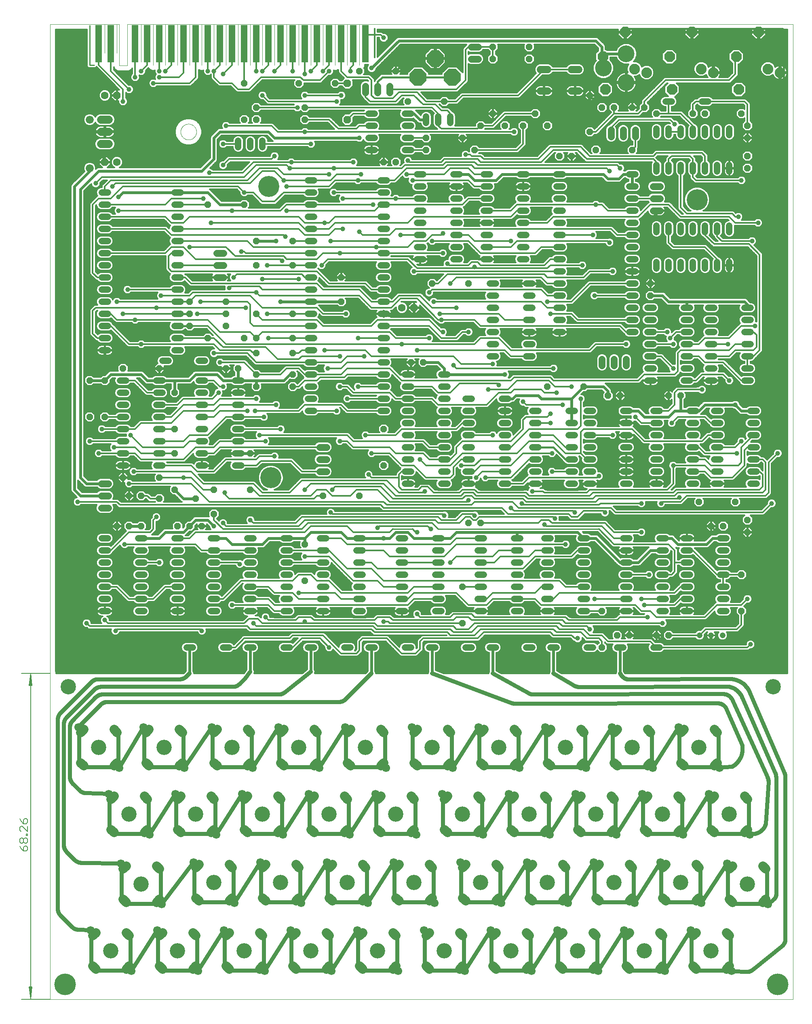
<source format=gtl>
G75*
%MOIN*%
%OFA0B0*%
%FSLAX25Y25*%
%IPPOS*%
%LPD*%
%AMOC8*
5,1,8,0,0,1.08239X$1,22.5*
%
%ADD10C,0.00000*%
%ADD11C,0.00512*%
%ADD12C,0.00600*%
%ADD13C,0.05200*%
%ADD14C,0.06600*%
%ADD15OC8,0.05200*%
%ADD16OC8,0.06300*%
%ADD17C,0.06300*%
%ADD18OC8,0.08850*%
%ADD19C,0.08850*%
%ADD20OC8,0.13843*%
%ADD21R,0.05600X0.31000*%
%ADD22C,0.05600*%
%ADD23C,0.06600*%
%ADD24C,0.13843*%
%ADD25C,0.06000*%
%ADD26C,0.04756*%
%ADD27C,0.06693*%
%ADD28C,0.12598*%
%ADD29C,0.07600*%
%ADD30C,0.03200*%
%ADD31C,0.02400*%
%ADD32C,0.03962*%
%ADD33C,0.01600*%
%ADD34C,0.01200*%
%ADD35C,0.01000*%
%ADD36C,0.17780*%
%ADD37C,0.12661*%
%ADD38C,0.17386*%
D10*
X0028845Y0033933D02*
X0028845Y0837683D01*
X0073845Y0837683D01*
X0073845Y0813933D01*
X0083845Y0813933D02*
X0083845Y0837683D01*
X0073845Y0837683D01*
X0083845Y0837683D02*
X0085755Y0837683D01*
X0085755Y0803500D01*
X0092398Y0803500D01*
X0092398Y0837683D01*
X0103845Y0837683D01*
X0103845Y0806433D01*
X0113845Y0803933D02*
X0113845Y0837683D01*
X0103845Y0837683D02*
X0641266Y0837683D01*
X0641266Y0033933D01*
X0028845Y0033933D01*
X0136345Y0748933D02*
X0136347Y0749094D01*
X0136353Y0749254D01*
X0136363Y0749415D01*
X0136377Y0749575D01*
X0136395Y0749735D01*
X0136416Y0749894D01*
X0136442Y0750053D01*
X0136472Y0750211D01*
X0136505Y0750368D01*
X0136543Y0750525D01*
X0136584Y0750680D01*
X0136629Y0750834D01*
X0136678Y0750987D01*
X0136731Y0751139D01*
X0136787Y0751290D01*
X0136848Y0751439D01*
X0136911Y0751587D01*
X0136979Y0751733D01*
X0137050Y0751877D01*
X0137124Y0752019D01*
X0137202Y0752160D01*
X0137284Y0752298D01*
X0137369Y0752435D01*
X0137457Y0752569D01*
X0137549Y0752701D01*
X0137644Y0752831D01*
X0137742Y0752959D01*
X0137843Y0753084D01*
X0137947Y0753206D01*
X0138054Y0753326D01*
X0138164Y0753443D01*
X0138277Y0753558D01*
X0138393Y0753669D01*
X0138512Y0753778D01*
X0138633Y0753883D01*
X0138757Y0753986D01*
X0138883Y0754086D01*
X0139011Y0754182D01*
X0139142Y0754275D01*
X0139276Y0754365D01*
X0139411Y0754452D01*
X0139549Y0754535D01*
X0139688Y0754615D01*
X0139830Y0754691D01*
X0139973Y0754764D01*
X0140118Y0754833D01*
X0140265Y0754899D01*
X0140413Y0754961D01*
X0140563Y0755019D01*
X0140714Y0755074D01*
X0140867Y0755125D01*
X0141021Y0755172D01*
X0141176Y0755215D01*
X0141332Y0755254D01*
X0141488Y0755290D01*
X0141646Y0755321D01*
X0141804Y0755349D01*
X0141963Y0755373D01*
X0142123Y0755393D01*
X0142283Y0755409D01*
X0142443Y0755421D01*
X0142604Y0755429D01*
X0142765Y0755433D01*
X0142925Y0755433D01*
X0143086Y0755429D01*
X0143247Y0755421D01*
X0143407Y0755409D01*
X0143567Y0755393D01*
X0143727Y0755373D01*
X0143886Y0755349D01*
X0144044Y0755321D01*
X0144202Y0755290D01*
X0144358Y0755254D01*
X0144514Y0755215D01*
X0144669Y0755172D01*
X0144823Y0755125D01*
X0144976Y0755074D01*
X0145127Y0755019D01*
X0145277Y0754961D01*
X0145425Y0754899D01*
X0145572Y0754833D01*
X0145717Y0754764D01*
X0145860Y0754691D01*
X0146002Y0754615D01*
X0146141Y0754535D01*
X0146279Y0754452D01*
X0146414Y0754365D01*
X0146548Y0754275D01*
X0146679Y0754182D01*
X0146807Y0754086D01*
X0146933Y0753986D01*
X0147057Y0753883D01*
X0147178Y0753778D01*
X0147297Y0753669D01*
X0147413Y0753558D01*
X0147526Y0753443D01*
X0147636Y0753326D01*
X0147743Y0753206D01*
X0147847Y0753084D01*
X0147948Y0752959D01*
X0148046Y0752831D01*
X0148141Y0752701D01*
X0148233Y0752569D01*
X0148321Y0752435D01*
X0148406Y0752298D01*
X0148488Y0752160D01*
X0148566Y0752019D01*
X0148640Y0751877D01*
X0148711Y0751733D01*
X0148779Y0751587D01*
X0148842Y0751439D01*
X0148903Y0751290D01*
X0148959Y0751139D01*
X0149012Y0750987D01*
X0149061Y0750834D01*
X0149106Y0750680D01*
X0149147Y0750525D01*
X0149185Y0750368D01*
X0149218Y0750211D01*
X0149248Y0750053D01*
X0149274Y0749894D01*
X0149295Y0749735D01*
X0149313Y0749575D01*
X0149327Y0749415D01*
X0149337Y0749254D01*
X0149343Y0749094D01*
X0149345Y0748933D01*
X0149343Y0748772D01*
X0149337Y0748612D01*
X0149327Y0748451D01*
X0149313Y0748291D01*
X0149295Y0748131D01*
X0149274Y0747972D01*
X0149248Y0747813D01*
X0149218Y0747655D01*
X0149185Y0747498D01*
X0149147Y0747341D01*
X0149106Y0747186D01*
X0149061Y0747032D01*
X0149012Y0746879D01*
X0148959Y0746727D01*
X0148903Y0746576D01*
X0148842Y0746427D01*
X0148779Y0746279D01*
X0148711Y0746133D01*
X0148640Y0745989D01*
X0148566Y0745847D01*
X0148488Y0745706D01*
X0148406Y0745568D01*
X0148321Y0745431D01*
X0148233Y0745297D01*
X0148141Y0745165D01*
X0148046Y0745035D01*
X0147948Y0744907D01*
X0147847Y0744782D01*
X0147743Y0744660D01*
X0147636Y0744540D01*
X0147526Y0744423D01*
X0147413Y0744308D01*
X0147297Y0744197D01*
X0147178Y0744088D01*
X0147057Y0743983D01*
X0146933Y0743880D01*
X0146807Y0743780D01*
X0146679Y0743684D01*
X0146548Y0743591D01*
X0146414Y0743501D01*
X0146279Y0743414D01*
X0146141Y0743331D01*
X0146002Y0743251D01*
X0145860Y0743175D01*
X0145717Y0743102D01*
X0145572Y0743033D01*
X0145425Y0742967D01*
X0145277Y0742905D01*
X0145127Y0742847D01*
X0144976Y0742792D01*
X0144823Y0742741D01*
X0144669Y0742694D01*
X0144514Y0742651D01*
X0144358Y0742612D01*
X0144202Y0742576D01*
X0144044Y0742545D01*
X0143886Y0742517D01*
X0143727Y0742493D01*
X0143567Y0742473D01*
X0143407Y0742457D01*
X0143247Y0742445D01*
X0143086Y0742437D01*
X0142925Y0742433D01*
X0142765Y0742433D01*
X0142604Y0742437D01*
X0142443Y0742445D01*
X0142283Y0742457D01*
X0142123Y0742473D01*
X0141963Y0742493D01*
X0141804Y0742517D01*
X0141646Y0742545D01*
X0141488Y0742576D01*
X0141332Y0742612D01*
X0141176Y0742651D01*
X0141021Y0742694D01*
X0140867Y0742741D01*
X0140714Y0742792D01*
X0140563Y0742847D01*
X0140413Y0742905D01*
X0140265Y0742967D01*
X0140118Y0743033D01*
X0139973Y0743102D01*
X0139830Y0743175D01*
X0139688Y0743251D01*
X0139549Y0743331D01*
X0139411Y0743414D01*
X0139276Y0743501D01*
X0139142Y0743591D01*
X0139011Y0743684D01*
X0138883Y0743780D01*
X0138757Y0743880D01*
X0138633Y0743983D01*
X0138512Y0744088D01*
X0138393Y0744197D01*
X0138277Y0744308D01*
X0138164Y0744423D01*
X0138054Y0744540D01*
X0137947Y0744660D01*
X0137843Y0744782D01*
X0137742Y0744907D01*
X0137644Y0745035D01*
X0137549Y0745165D01*
X0137457Y0745297D01*
X0137369Y0745431D01*
X0137284Y0745568D01*
X0137202Y0745706D01*
X0137124Y0745847D01*
X0137050Y0745989D01*
X0136979Y0746133D01*
X0136911Y0746279D01*
X0136848Y0746427D01*
X0136787Y0746576D01*
X0136731Y0746727D01*
X0136678Y0746879D01*
X0136629Y0747032D01*
X0136584Y0747186D01*
X0136543Y0747341D01*
X0136505Y0747498D01*
X0136472Y0747655D01*
X0136442Y0747813D01*
X0136416Y0747972D01*
X0136395Y0748131D01*
X0136377Y0748291D01*
X0136363Y0748451D01*
X0136353Y0748612D01*
X0136347Y0748772D01*
X0136345Y0748933D01*
X0133845Y0803933D02*
X0133845Y0837683D01*
X0123845Y0837683D02*
X0123845Y0803933D01*
X0143845Y0803933D02*
X0143845Y0837683D01*
X0153845Y0837683D02*
X0153845Y0803933D01*
X0163845Y0803933D02*
X0163845Y0837683D01*
X0173845Y0837683D02*
X0173845Y0803933D01*
X0183845Y0803933D02*
X0183845Y0837683D01*
X0193845Y0837683D02*
X0193845Y0803933D01*
X0203845Y0803933D02*
X0203845Y0837683D01*
X0213845Y0837683D02*
X0213845Y0803933D01*
X0223845Y0803933D02*
X0223845Y0837683D01*
X0233845Y0837683D02*
X0233845Y0803933D01*
X0243845Y0803933D02*
X0243845Y0837683D01*
X0253845Y0837683D02*
X0253845Y0803933D01*
X0263845Y0803933D02*
X0263845Y0837683D01*
X0273845Y0837683D02*
X0273845Y0803933D01*
X0283845Y0803933D02*
X0283845Y0837683D01*
D11*
X0028845Y0033933D02*
X0004918Y0033933D01*
X0012595Y0034189D02*
X0013619Y0044169D01*
X0013852Y0044169D02*
X0012595Y0034189D01*
X0011572Y0044169D01*
X0011338Y0044169D02*
X0013852Y0044169D01*
X0013107Y0044169D02*
X0012595Y0034189D01*
X0012083Y0044169D01*
X0011338Y0044169D02*
X0012595Y0034189D01*
X0012595Y0302427D01*
X0013619Y0292447D01*
X0013852Y0292447D02*
X0012595Y0302427D01*
X0011572Y0292447D01*
X0011338Y0292447D02*
X0013852Y0292447D01*
X0013107Y0292447D02*
X0012595Y0302427D01*
X0012083Y0292447D01*
X0011338Y0292447D02*
X0012595Y0302427D01*
X0004918Y0302683D02*
X0028845Y0302683D01*
D12*
X0008966Y0182962D02*
X0007898Y0182962D01*
X0006831Y0181895D01*
X0006831Y0178692D01*
X0008966Y0178692D01*
X0010033Y0179760D01*
X0010033Y0181895D01*
X0008966Y0182962D01*
X0004695Y0180827D02*
X0006831Y0178692D01*
X0005763Y0176517D02*
X0010033Y0172247D01*
X0010033Y0176517D01*
X0005763Y0176517D02*
X0004695Y0176517D01*
X0003628Y0175449D01*
X0003628Y0173314D01*
X0004695Y0172247D01*
X0008966Y0170091D02*
X0010033Y0170091D01*
X0010033Y0169024D01*
X0008966Y0169024D01*
X0008966Y0170091D01*
X0008966Y0166849D02*
X0010033Y0165781D01*
X0010033Y0163646D01*
X0008966Y0162578D01*
X0007898Y0162578D01*
X0006831Y0163646D01*
X0006831Y0165781D01*
X0007898Y0166849D01*
X0008966Y0166849D01*
X0006831Y0165781D02*
X0005763Y0166849D01*
X0004695Y0166849D01*
X0003628Y0165781D01*
X0003628Y0163646D01*
X0004695Y0162578D01*
X0005763Y0162578D01*
X0006831Y0163646D01*
X0007898Y0160403D02*
X0006831Y0159336D01*
X0006831Y0156133D01*
X0008966Y0156133D01*
X0010033Y0157201D01*
X0010033Y0159336D01*
X0008966Y0160403D01*
X0007898Y0160403D01*
X0004695Y0158268D02*
X0006831Y0156133D01*
X0004695Y0158268D02*
X0003628Y0160403D01*
X0004695Y0180827D02*
X0003628Y0182962D01*
D13*
X0071245Y0353933D02*
X0076445Y0353933D01*
X0076445Y0363933D02*
X0071245Y0363933D01*
X0071245Y0373933D02*
X0076445Y0373933D01*
X0076445Y0383933D02*
X0071245Y0383933D01*
X0071245Y0393933D02*
X0076445Y0393933D01*
X0076445Y0403933D02*
X0071245Y0403933D01*
X0071245Y0413933D02*
X0076445Y0413933D01*
X0101245Y0413933D02*
X0106445Y0413933D01*
X0106445Y0403933D02*
X0101245Y0403933D01*
X0101245Y0393933D02*
X0106445Y0393933D01*
X0106445Y0383933D02*
X0101245Y0383933D01*
X0101245Y0373933D02*
X0106445Y0373933D01*
X0106445Y0363933D02*
X0101245Y0363933D01*
X0101245Y0353933D02*
X0106445Y0353933D01*
X0131245Y0353933D02*
X0136445Y0353933D01*
X0136445Y0363933D02*
X0131245Y0363933D01*
X0131245Y0373933D02*
X0136445Y0373933D01*
X0136445Y0383933D02*
X0131245Y0383933D01*
X0131245Y0393933D02*
X0136445Y0393933D01*
X0136445Y0403933D02*
X0131245Y0403933D01*
X0131245Y0413933D02*
X0136445Y0413933D01*
X0161245Y0413933D02*
X0166445Y0413933D01*
X0166445Y0403933D02*
X0161245Y0403933D01*
X0161245Y0393933D02*
X0166445Y0393933D01*
X0166445Y0383933D02*
X0161245Y0383933D01*
X0161245Y0373933D02*
X0166445Y0373933D01*
X0166445Y0363933D02*
X0161245Y0363933D01*
X0161245Y0353933D02*
X0166445Y0353933D01*
X0191245Y0353933D02*
X0196445Y0353933D01*
X0196445Y0363933D02*
X0191245Y0363933D01*
X0191245Y0373933D02*
X0196445Y0373933D01*
X0196445Y0383933D02*
X0191245Y0383933D01*
X0191245Y0393933D02*
X0196445Y0393933D01*
X0196445Y0403933D02*
X0191245Y0403933D01*
X0191245Y0413933D02*
X0196445Y0413933D01*
X0221245Y0413933D02*
X0226445Y0413933D01*
X0226445Y0403933D02*
X0221245Y0403933D01*
X0221245Y0393933D02*
X0226445Y0393933D01*
X0226445Y0383933D02*
X0221245Y0383933D01*
X0221245Y0373933D02*
X0226445Y0373933D01*
X0226445Y0363933D02*
X0221245Y0363933D01*
X0221245Y0353933D02*
X0226445Y0353933D01*
X0251245Y0353933D02*
X0256445Y0353933D01*
X0256445Y0363933D02*
X0251245Y0363933D01*
X0251245Y0373933D02*
X0256445Y0373933D01*
X0256445Y0383933D02*
X0251245Y0383933D01*
X0251245Y0393933D02*
X0256445Y0393933D01*
X0256445Y0403933D02*
X0251245Y0403933D01*
X0251245Y0413933D02*
X0256445Y0413933D01*
X0281245Y0413933D02*
X0286445Y0413933D01*
X0286445Y0403933D02*
X0281245Y0403933D01*
X0281245Y0393933D02*
X0286445Y0393933D01*
X0286445Y0383933D02*
X0281245Y0383933D01*
X0281245Y0373933D02*
X0286445Y0373933D01*
X0286445Y0363933D02*
X0281245Y0363933D01*
X0281245Y0353933D02*
X0286445Y0353933D01*
X0291245Y0323933D02*
X0296445Y0323933D01*
X0276445Y0323933D02*
X0271245Y0323933D01*
X0246445Y0323933D02*
X0241245Y0323933D01*
X0226445Y0323933D02*
X0221245Y0323933D01*
X0196445Y0323933D02*
X0191245Y0323933D01*
X0176445Y0323933D02*
X0171245Y0323933D01*
X0146445Y0323933D02*
X0141245Y0323933D01*
X0151245Y0473933D02*
X0156445Y0473933D01*
X0156445Y0483933D02*
X0151245Y0483933D01*
X0151245Y0493933D02*
X0156445Y0493933D01*
X0156445Y0503933D02*
X0151245Y0503933D01*
X0151245Y0513933D02*
X0156445Y0513933D01*
X0156445Y0523933D02*
X0151245Y0523933D01*
X0151245Y0533933D02*
X0156445Y0533933D01*
X0156445Y0543933D02*
X0151245Y0543933D01*
X0151245Y0560183D02*
X0156445Y0560183D01*
X0136445Y0568933D02*
X0131245Y0568933D01*
X0126445Y0560183D02*
X0121245Y0560183D01*
X0121445Y0543933D02*
X0116245Y0543933D01*
X0116245Y0533933D02*
X0121445Y0533933D01*
X0121445Y0523933D02*
X0116245Y0523933D01*
X0116245Y0513933D02*
X0121445Y0513933D01*
X0121445Y0503933D02*
X0116245Y0503933D01*
X0116245Y0493933D02*
X0121445Y0493933D01*
X0121445Y0483933D02*
X0116245Y0483933D01*
X0116245Y0473933D02*
X0121445Y0473933D01*
X0091445Y0473933D02*
X0086245Y0473933D01*
X0086245Y0483933D02*
X0091445Y0483933D01*
X0091445Y0493933D02*
X0086245Y0493933D01*
X0086245Y0503933D02*
X0091445Y0503933D01*
X0091445Y0513933D02*
X0086245Y0513933D01*
X0086245Y0523933D02*
X0091445Y0523933D01*
X0091445Y0533933D02*
X0086245Y0533933D01*
X0086245Y0543933D02*
X0091445Y0543933D01*
X0076445Y0568933D02*
X0071245Y0568933D01*
X0071245Y0578933D02*
X0076445Y0578933D01*
X0076445Y0588933D02*
X0071245Y0588933D01*
X0071245Y0598933D02*
X0076445Y0598933D01*
X0076445Y0608933D02*
X0071245Y0608933D01*
X0071245Y0618933D02*
X0076445Y0618933D01*
X0076445Y0628933D02*
X0071245Y0628933D01*
X0071245Y0638933D02*
X0076445Y0638933D01*
X0076445Y0648933D02*
X0071245Y0648933D01*
X0071245Y0658933D02*
X0076445Y0658933D01*
X0076445Y0668933D02*
X0071245Y0668933D01*
X0071245Y0678933D02*
X0076445Y0678933D01*
X0076445Y0688933D02*
X0071245Y0688933D01*
X0071245Y0698933D02*
X0076445Y0698933D01*
X0131245Y0698933D02*
X0136445Y0698933D01*
X0136445Y0688933D02*
X0131245Y0688933D01*
X0131245Y0678933D02*
X0136445Y0678933D01*
X0136445Y0668933D02*
X0131245Y0668933D01*
X0131245Y0658933D02*
X0136445Y0658933D01*
X0136445Y0648933D02*
X0131245Y0648933D01*
X0131245Y0638933D02*
X0136445Y0638933D01*
X0136445Y0628933D02*
X0131245Y0628933D01*
X0131245Y0618933D02*
X0136445Y0618933D01*
X0136445Y0608933D02*
X0131245Y0608933D01*
X0131245Y0598933D02*
X0136445Y0598933D01*
X0136445Y0588933D02*
X0131245Y0588933D01*
X0131245Y0578933D02*
X0136445Y0578933D01*
X0181245Y0543933D02*
X0186445Y0543933D01*
X0186445Y0533933D02*
X0181245Y0533933D01*
X0181245Y0523933D02*
X0186445Y0523933D01*
X0186445Y0513933D02*
X0181245Y0513933D01*
X0181245Y0503933D02*
X0186445Y0503933D01*
X0186445Y0493933D02*
X0181245Y0493933D01*
X0181245Y0483933D02*
X0186445Y0483933D01*
X0186445Y0473933D02*
X0181245Y0473933D01*
X0241245Y0518933D02*
X0246445Y0518933D01*
X0246445Y0528933D02*
X0241245Y0528933D01*
X0241245Y0538933D02*
X0246445Y0538933D01*
X0246445Y0548933D02*
X0241245Y0548933D01*
X0241245Y0558933D02*
X0246445Y0558933D01*
X0246445Y0568933D02*
X0241245Y0568933D01*
X0241245Y0578933D02*
X0246445Y0578933D01*
X0246445Y0588933D02*
X0241245Y0588933D01*
X0241245Y0598933D02*
X0246445Y0598933D01*
X0246445Y0608933D02*
X0241245Y0608933D01*
X0241245Y0618933D02*
X0246445Y0618933D01*
X0246445Y0628933D02*
X0241245Y0628933D01*
X0241245Y0638933D02*
X0246445Y0638933D01*
X0246445Y0648933D02*
X0241245Y0648933D01*
X0241245Y0658933D02*
X0246445Y0658933D01*
X0246445Y0668933D02*
X0241245Y0668933D01*
X0241245Y0678933D02*
X0246445Y0678933D01*
X0246445Y0688933D02*
X0241245Y0688933D01*
X0241245Y0698933D02*
X0246445Y0698933D01*
X0246445Y0708933D02*
X0241245Y0708933D01*
X0203845Y0736333D02*
X0203845Y0741533D01*
X0193845Y0741533D02*
X0193845Y0736333D01*
X0183845Y0736333D02*
X0183845Y0741533D01*
X0291245Y0743933D02*
X0296445Y0743933D01*
X0296445Y0733933D02*
X0291245Y0733933D01*
X0291245Y0753933D02*
X0296445Y0753933D01*
X0296445Y0763933D02*
X0291245Y0763933D01*
X0321245Y0763933D02*
X0326445Y0763933D01*
X0326445Y0753933D02*
X0321245Y0753933D01*
X0321245Y0743933D02*
X0326445Y0743933D01*
X0326445Y0733933D02*
X0321245Y0733933D01*
X0331245Y0713933D02*
X0336445Y0713933D01*
X0336445Y0703933D02*
X0331245Y0703933D01*
X0331245Y0693933D02*
X0336445Y0693933D01*
X0336445Y0683933D02*
X0331245Y0683933D01*
X0331245Y0673933D02*
X0336445Y0673933D01*
X0336445Y0663933D02*
X0331245Y0663933D01*
X0331245Y0653933D02*
X0336445Y0653933D01*
X0336445Y0643933D02*
X0331245Y0643933D01*
X0306445Y0638933D02*
X0301245Y0638933D01*
X0301245Y0628933D02*
X0306445Y0628933D01*
X0306445Y0618933D02*
X0301245Y0618933D01*
X0301245Y0608933D02*
X0306445Y0608933D01*
X0306445Y0598933D02*
X0301245Y0598933D01*
X0301245Y0588933D02*
X0306445Y0588933D01*
X0306445Y0578933D02*
X0301245Y0578933D01*
X0301245Y0568933D02*
X0306445Y0568933D01*
X0306445Y0558933D02*
X0301245Y0558933D01*
X0301245Y0548933D02*
X0306445Y0548933D01*
X0306445Y0538933D02*
X0301245Y0538933D01*
X0301245Y0528933D02*
X0306445Y0528933D01*
X0306445Y0518933D02*
X0301245Y0518933D01*
X0321245Y0518933D02*
X0326445Y0518933D01*
X0326445Y0508933D02*
X0321245Y0508933D01*
X0321245Y0498933D02*
X0326445Y0498933D01*
X0326445Y0488933D02*
X0321245Y0488933D01*
X0321245Y0478933D02*
X0326445Y0478933D01*
X0326445Y0468933D02*
X0321245Y0468933D01*
X0321245Y0458933D02*
X0326445Y0458933D01*
X0351245Y0458933D02*
X0356445Y0458933D01*
X0356445Y0468933D02*
X0351245Y0468933D01*
X0351245Y0478933D02*
X0356445Y0478933D01*
X0356445Y0488933D02*
X0351245Y0488933D01*
X0351245Y0498933D02*
X0356445Y0498933D01*
X0356445Y0508933D02*
X0351245Y0508933D01*
X0351245Y0518933D02*
X0356445Y0518933D01*
X0356445Y0528933D02*
X0351245Y0528933D01*
X0351245Y0538933D02*
X0356445Y0538933D01*
X0356445Y0548933D02*
X0351245Y0548933D01*
X0371245Y0528933D02*
X0376445Y0528933D01*
X0376445Y0518933D02*
X0371245Y0518933D01*
X0371245Y0508933D02*
X0376445Y0508933D01*
X0376445Y0498933D02*
X0371245Y0498933D01*
X0371245Y0488933D02*
X0376445Y0488933D01*
X0376445Y0478933D02*
X0371245Y0478933D01*
X0371245Y0468933D02*
X0376445Y0468933D01*
X0376445Y0458933D02*
X0371245Y0458933D01*
X0401245Y0458933D02*
X0406445Y0458933D01*
X0406445Y0468933D02*
X0401245Y0468933D01*
X0401245Y0478933D02*
X0406445Y0478933D01*
X0406445Y0488933D02*
X0401245Y0488933D01*
X0401245Y0498933D02*
X0406445Y0498933D01*
X0406445Y0508933D02*
X0401245Y0508933D01*
X0401245Y0518933D02*
X0406445Y0518933D01*
X0406445Y0528933D02*
X0401245Y0528933D01*
X0426245Y0518933D02*
X0431445Y0518933D01*
X0431445Y0508933D02*
X0426245Y0508933D01*
X0426245Y0498933D02*
X0431445Y0498933D01*
X0431445Y0488933D02*
X0426245Y0488933D01*
X0426245Y0478933D02*
X0431445Y0478933D01*
X0431445Y0468933D02*
X0426245Y0468933D01*
X0426245Y0458933D02*
X0431445Y0458933D01*
X0456245Y0458933D02*
X0461445Y0458933D01*
X0461445Y0468933D02*
X0456245Y0468933D01*
X0456245Y0478933D02*
X0461445Y0478933D01*
X0461445Y0488933D02*
X0456245Y0488933D01*
X0456245Y0498933D02*
X0461445Y0498933D01*
X0461445Y0508933D02*
X0456245Y0508933D01*
X0456245Y0518933D02*
X0461445Y0518933D01*
X0471245Y0518933D02*
X0476445Y0518933D01*
X0476445Y0508933D02*
X0471245Y0508933D01*
X0471245Y0498933D02*
X0476445Y0498933D01*
X0476445Y0488933D02*
X0471245Y0488933D01*
X0471245Y0478933D02*
X0476445Y0478933D01*
X0476445Y0468933D02*
X0471245Y0468933D01*
X0471245Y0458933D02*
X0476445Y0458933D01*
X0501245Y0458933D02*
X0506445Y0458933D01*
X0506445Y0468933D02*
X0501245Y0468933D01*
X0501245Y0478933D02*
X0506445Y0478933D01*
X0506445Y0488933D02*
X0501245Y0488933D01*
X0501245Y0498933D02*
X0506445Y0498933D01*
X0506445Y0508933D02*
X0501245Y0508933D01*
X0501245Y0518933D02*
X0506445Y0518933D01*
X0526245Y0518933D02*
X0531445Y0518933D01*
X0531445Y0508933D02*
X0526245Y0508933D01*
X0526245Y0498933D02*
X0531445Y0498933D01*
X0531445Y0488933D02*
X0526245Y0488933D01*
X0526245Y0478933D02*
X0531445Y0478933D01*
X0531445Y0468933D02*
X0526245Y0468933D01*
X0526245Y0458933D02*
X0531445Y0458933D01*
X0556245Y0458933D02*
X0561445Y0458933D01*
X0561445Y0468933D02*
X0556245Y0468933D01*
X0556245Y0478933D02*
X0561445Y0478933D01*
X0561445Y0488933D02*
X0556245Y0488933D01*
X0556245Y0498933D02*
X0561445Y0498933D01*
X0561445Y0508933D02*
X0556245Y0508933D01*
X0556245Y0518933D02*
X0561445Y0518933D01*
X0576245Y0518933D02*
X0581445Y0518933D01*
X0581445Y0508933D02*
X0576245Y0508933D01*
X0576245Y0498933D02*
X0581445Y0498933D01*
X0581445Y0488933D02*
X0576245Y0488933D01*
X0576245Y0478933D02*
X0581445Y0478933D01*
X0581445Y0468933D02*
X0576245Y0468933D01*
X0576245Y0458933D02*
X0581445Y0458933D01*
X0606245Y0458933D02*
X0611445Y0458933D01*
X0611445Y0468933D02*
X0606245Y0468933D01*
X0606245Y0478933D02*
X0611445Y0478933D01*
X0611445Y0488933D02*
X0606245Y0488933D01*
X0606245Y0498933D02*
X0611445Y0498933D01*
X0611445Y0508933D02*
X0606245Y0508933D01*
X0606245Y0518933D02*
X0611445Y0518933D01*
X0606445Y0543933D02*
X0601245Y0543933D01*
X0601245Y0553933D02*
X0606445Y0553933D01*
X0606445Y0563933D02*
X0601245Y0563933D01*
X0601245Y0573933D02*
X0606445Y0573933D01*
X0606445Y0583933D02*
X0601245Y0583933D01*
X0601245Y0593933D02*
X0606445Y0593933D01*
X0606445Y0603933D02*
X0601245Y0603933D01*
X0576445Y0603933D02*
X0571245Y0603933D01*
X0571245Y0593933D02*
X0576445Y0593933D01*
X0576445Y0583933D02*
X0571245Y0583933D01*
X0571245Y0573933D02*
X0576445Y0573933D01*
X0576445Y0563933D02*
X0571245Y0563933D01*
X0571245Y0553933D02*
X0576445Y0553933D01*
X0576445Y0543933D02*
X0571245Y0543933D01*
X0556445Y0543933D02*
X0551245Y0543933D01*
X0551245Y0553933D02*
X0556445Y0553933D01*
X0556445Y0563933D02*
X0551245Y0563933D01*
X0551245Y0573933D02*
X0556445Y0573933D01*
X0556445Y0583933D02*
X0551245Y0583933D01*
X0551245Y0593933D02*
X0556445Y0593933D01*
X0556445Y0603933D02*
X0551245Y0603933D01*
X0526445Y0603933D02*
X0521245Y0603933D01*
X0511445Y0603933D02*
X0506245Y0603933D01*
X0506245Y0593933D02*
X0511445Y0593933D01*
X0521245Y0593933D02*
X0526445Y0593933D01*
X0526445Y0583933D02*
X0521245Y0583933D01*
X0511445Y0583933D02*
X0506245Y0583933D01*
X0521245Y0573933D02*
X0526445Y0573933D01*
X0526445Y0563933D02*
X0521245Y0563933D01*
X0521245Y0553933D02*
X0526445Y0553933D01*
X0526445Y0543933D02*
X0521245Y0543933D01*
X0511445Y0613933D02*
X0506245Y0613933D01*
X0506245Y0623933D02*
X0511445Y0623933D01*
X0511445Y0633933D02*
X0506245Y0633933D01*
X0506245Y0643933D02*
X0511445Y0643933D01*
X0511445Y0653933D02*
X0506245Y0653933D01*
X0506245Y0663933D02*
X0511445Y0663933D01*
X0511445Y0673933D02*
X0506245Y0673933D01*
X0506245Y0683933D02*
X0511445Y0683933D01*
X0511445Y0693933D02*
X0506245Y0693933D01*
X0506245Y0703933D02*
X0511445Y0703933D01*
X0511445Y0713933D02*
X0506245Y0713933D01*
X0528845Y0716333D02*
X0528845Y0721533D01*
X0538845Y0721533D02*
X0538845Y0716333D01*
X0548845Y0716333D02*
X0548845Y0721533D01*
X0558845Y0721533D02*
X0558845Y0716333D01*
X0568845Y0716333D02*
X0568845Y0721533D01*
X0578845Y0721533D02*
X0578845Y0716333D01*
X0588845Y0716333D02*
X0588845Y0721533D01*
X0588845Y0746333D02*
X0588845Y0751533D01*
X0578845Y0751533D02*
X0578845Y0746333D01*
X0568845Y0746333D02*
X0568845Y0751533D01*
X0558845Y0751533D02*
X0558845Y0746333D01*
X0548845Y0746333D02*
X0548845Y0751533D01*
X0538845Y0751533D02*
X0538845Y0746333D01*
X0528845Y0746333D02*
X0528845Y0751533D01*
X0536245Y0773933D02*
X0541445Y0773933D01*
X0566245Y0773933D02*
X0571445Y0773933D01*
X0568845Y0671533D02*
X0568845Y0666333D01*
X0558845Y0666333D02*
X0558845Y0671533D01*
X0548845Y0671533D02*
X0548845Y0666333D01*
X0538845Y0666333D02*
X0538845Y0671533D01*
X0528845Y0671533D02*
X0528845Y0666333D01*
X0528845Y0641533D02*
X0528845Y0636333D01*
X0538845Y0636333D02*
X0538845Y0641533D01*
X0548845Y0641533D02*
X0548845Y0636333D01*
X0558845Y0636333D02*
X0558845Y0641533D01*
X0568845Y0641533D02*
X0568845Y0636333D01*
X0578845Y0636333D02*
X0578845Y0641533D01*
X0588845Y0641533D02*
X0588845Y0636333D01*
X0588845Y0666333D02*
X0588845Y0671533D01*
X0578845Y0671533D02*
X0578845Y0666333D01*
X0451445Y0663933D02*
X0446245Y0663933D01*
X0446245Y0653933D02*
X0451445Y0653933D01*
X0451445Y0643933D02*
X0446245Y0643933D01*
X0446245Y0633933D02*
X0451445Y0633933D01*
X0451445Y0623933D02*
X0446245Y0623933D01*
X0446245Y0613933D02*
X0451445Y0613933D01*
X0451445Y0603933D02*
X0446245Y0603933D01*
X0446245Y0593933D02*
X0451445Y0593933D01*
X0451445Y0583933D02*
X0446245Y0583933D01*
X0426445Y0583933D02*
X0421245Y0583933D01*
X0421245Y0573933D02*
X0426445Y0573933D01*
X0426445Y0563933D02*
X0421245Y0563933D01*
X0396445Y0563933D02*
X0391245Y0563933D01*
X0391245Y0573933D02*
X0396445Y0573933D01*
X0396445Y0583933D02*
X0391245Y0583933D01*
X0391245Y0593933D02*
X0396445Y0593933D01*
X0396445Y0603933D02*
X0391245Y0603933D01*
X0391245Y0613933D02*
X0396445Y0613933D01*
X0396445Y0623933D02*
X0391245Y0623933D01*
X0391445Y0643933D02*
X0386245Y0643933D01*
X0386245Y0653933D02*
X0391445Y0653933D01*
X0391445Y0663933D02*
X0386245Y0663933D01*
X0386245Y0673933D02*
X0391445Y0673933D01*
X0391445Y0683933D02*
X0386245Y0683933D01*
X0386245Y0693933D02*
X0391445Y0693933D01*
X0391445Y0703933D02*
X0386245Y0703933D01*
X0386245Y0713933D02*
X0391445Y0713933D01*
X0416245Y0713933D02*
X0421445Y0713933D01*
X0421445Y0703933D02*
X0416245Y0703933D01*
X0416245Y0693933D02*
X0421445Y0693933D01*
X0421445Y0683933D02*
X0416245Y0683933D01*
X0416245Y0673933D02*
X0421445Y0673933D01*
X0421445Y0663933D02*
X0416245Y0663933D01*
X0416245Y0653933D02*
X0421445Y0653933D01*
X0421445Y0643933D02*
X0416245Y0643933D01*
X0421245Y0623933D02*
X0426445Y0623933D01*
X0426445Y0613933D02*
X0421245Y0613933D01*
X0421245Y0603933D02*
X0426445Y0603933D01*
X0426445Y0593933D02*
X0421245Y0593933D01*
X0366445Y0643933D02*
X0361245Y0643933D01*
X0361245Y0653933D02*
X0366445Y0653933D01*
X0366445Y0663933D02*
X0361245Y0663933D01*
X0361245Y0673933D02*
X0366445Y0673933D01*
X0366445Y0683933D02*
X0361245Y0683933D01*
X0361245Y0693933D02*
X0366445Y0693933D01*
X0366445Y0703933D02*
X0361245Y0703933D01*
X0361245Y0713933D02*
X0366445Y0713933D01*
X0358845Y0756333D02*
X0358845Y0761533D01*
X0348845Y0761533D02*
X0348845Y0756333D01*
X0338845Y0756333D02*
X0338845Y0761533D01*
X0306445Y0708933D02*
X0301245Y0708933D01*
X0301245Y0698933D02*
X0306445Y0698933D01*
X0306445Y0688933D02*
X0301245Y0688933D01*
X0301245Y0678933D02*
X0306445Y0678933D01*
X0306445Y0668933D02*
X0301245Y0668933D01*
X0301245Y0658933D02*
X0306445Y0658933D01*
X0306445Y0648933D02*
X0301245Y0648933D01*
X0321245Y0548933D02*
X0326445Y0548933D01*
X0326445Y0538933D02*
X0321245Y0538933D01*
X0321245Y0528933D02*
X0326445Y0528933D01*
X0321445Y0413933D02*
X0316245Y0413933D01*
X0316245Y0403933D02*
X0321445Y0403933D01*
X0321445Y0393933D02*
X0316245Y0393933D01*
X0316245Y0383933D02*
X0321445Y0383933D01*
X0321445Y0373933D02*
X0316245Y0373933D01*
X0316245Y0363933D02*
X0321445Y0363933D01*
X0321445Y0353933D02*
X0316245Y0353933D01*
X0346245Y0353933D02*
X0351445Y0353933D01*
X0351445Y0363933D02*
X0346245Y0363933D01*
X0346245Y0373933D02*
X0351445Y0373933D01*
X0351445Y0383933D02*
X0346245Y0383933D01*
X0346245Y0393933D02*
X0351445Y0393933D01*
X0351445Y0403933D02*
X0346245Y0403933D01*
X0346245Y0413933D02*
X0351445Y0413933D01*
X0381245Y0413933D02*
X0386445Y0413933D01*
X0386445Y0403933D02*
X0381245Y0403933D01*
X0381245Y0393933D02*
X0386445Y0393933D01*
X0386445Y0383933D02*
X0381245Y0383933D01*
X0381245Y0373933D02*
X0386445Y0373933D01*
X0386445Y0363933D02*
X0381245Y0363933D01*
X0381245Y0353933D02*
X0386445Y0353933D01*
X0411245Y0353933D02*
X0416445Y0353933D01*
X0416445Y0363933D02*
X0411245Y0363933D01*
X0411245Y0373933D02*
X0416445Y0373933D01*
X0416445Y0383933D02*
X0411245Y0383933D01*
X0411245Y0393933D02*
X0416445Y0393933D01*
X0416445Y0403933D02*
X0411245Y0403933D01*
X0411245Y0413933D02*
X0416445Y0413933D01*
X0436245Y0413933D02*
X0441445Y0413933D01*
X0441445Y0403933D02*
X0436245Y0403933D01*
X0436245Y0393933D02*
X0441445Y0393933D01*
X0441445Y0383933D02*
X0436245Y0383933D01*
X0436245Y0373933D02*
X0441445Y0373933D01*
X0441445Y0363933D02*
X0436245Y0363933D01*
X0436245Y0353933D02*
X0441445Y0353933D01*
X0466245Y0353933D02*
X0471445Y0353933D01*
X0471445Y0363933D02*
X0466245Y0363933D01*
X0466245Y0373933D02*
X0471445Y0373933D01*
X0471445Y0383933D02*
X0466245Y0383933D01*
X0466245Y0393933D02*
X0471445Y0393933D01*
X0471445Y0403933D02*
X0466245Y0403933D01*
X0466245Y0413933D02*
X0471445Y0413933D01*
X0501245Y0413933D02*
X0506445Y0413933D01*
X0506445Y0403933D02*
X0501245Y0403933D01*
X0501245Y0393933D02*
X0506445Y0393933D01*
X0506445Y0383933D02*
X0501245Y0383933D01*
X0501245Y0373933D02*
X0506445Y0373933D01*
X0506445Y0363933D02*
X0501245Y0363933D01*
X0501245Y0353933D02*
X0506445Y0353933D01*
X0531245Y0353933D02*
X0536445Y0353933D01*
X0536445Y0363933D02*
X0531245Y0363933D01*
X0531245Y0373933D02*
X0536445Y0373933D01*
X0536445Y0383933D02*
X0531245Y0383933D01*
X0531245Y0393933D02*
X0536445Y0393933D01*
X0536445Y0403933D02*
X0531245Y0403933D01*
X0531245Y0413933D02*
X0536445Y0413933D01*
X0551245Y0413933D02*
X0556445Y0413933D01*
X0556445Y0403933D02*
X0551245Y0403933D01*
X0551245Y0393933D02*
X0556445Y0393933D01*
X0556445Y0383933D02*
X0551245Y0383933D01*
X0551245Y0373933D02*
X0556445Y0373933D01*
X0556445Y0363933D02*
X0551245Y0363933D01*
X0551245Y0353933D02*
X0556445Y0353933D01*
X0581245Y0353933D02*
X0586445Y0353933D01*
X0586445Y0363933D02*
X0581245Y0363933D01*
X0581245Y0373933D02*
X0586445Y0373933D01*
X0586445Y0383933D02*
X0581245Y0383933D01*
X0581245Y0393933D02*
X0586445Y0393933D01*
X0586445Y0403933D02*
X0581245Y0403933D01*
X0581245Y0413933D02*
X0586445Y0413933D01*
X0531445Y0323933D02*
X0526245Y0323933D01*
X0501445Y0323933D02*
X0496245Y0323933D01*
X0476445Y0323933D02*
X0471245Y0323933D01*
X0446445Y0323933D02*
X0441245Y0323933D01*
X0426445Y0323933D02*
X0421245Y0323933D01*
X0396445Y0323933D02*
X0391245Y0323933D01*
X0376445Y0323933D02*
X0371245Y0323933D01*
X0346445Y0323933D02*
X0341245Y0323933D01*
X0326445Y0323933D02*
X0321245Y0323933D01*
X0446245Y0673933D02*
X0451445Y0673933D01*
X0451445Y0683933D02*
X0446245Y0683933D01*
X0446245Y0693933D02*
X0451445Y0693933D01*
X0451445Y0703933D02*
X0446245Y0703933D01*
X0446245Y0713933D02*
X0451445Y0713933D01*
D14*
X0077145Y0738933D02*
X0070545Y0738933D01*
X0070545Y0748933D02*
X0077145Y0748933D01*
X0077145Y0758933D02*
X0070545Y0758933D01*
D15*
X0158845Y0688933D03*
X0188845Y0688933D03*
X0198845Y0658933D03*
X0198845Y0638933D03*
X0173845Y0608933D03*
X0173845Y0598933D03*
X0173845Y0588933D03*
X0158845Y0578933D03*
X0143845Y0588933D03*
X0143845Y0598933D03*
X0143845Y0608933D03*
X0118845Y0553933D03*
X0131345Y0533933D03*
X0131345Y0503933D03*
X0131345Y0483933D03*
X0118845Y0463933D03*
X0131345Y0453933D03*
X0118845Y0446433D03*
X0103845Y0448933D03*
X0093845Y0448933D03*
X0088845Y0463933D03*
X0083845Y0423933D03*
X0093845Y0423933D03*
X0103845Y0423933D03*
X0133845Y0423933D03*
X0143845Y0423933D03*
X0153845Y0423933D03*
X0163845Y0433933D03*
X0148845Y0446433D03*
X0163845Y0453933D03*
X0193845Y0453933D03*
X0193845Y0483933D03*
X0198845Y0538933D03*
X0198845Y0548933D03*
X0183845Y0553933D03*
X0173845Y0553933D03*
X0188845Y0578933D03*
X0198845Y0578933D03*
X0198845Y0566433D03*
X0198845Y0598933D03*
X0228845Y0598933D03*
X0228845Y0578933D03*
X0228845Y0566433D03*
X0228845Y0548933D03*
X0228845Y0538933D03*
X0268845Y0608933D03*
X0268845Y0628933D03*
X0228845Y0638933D03*
X0228845Y0658933D03*
X0303845Y0723933D03*
X0313845Y0723933D03*
X0338845Y0733933D03*
X0338845Y0743933D03*
X0368845Y0743933D03*
X0378845Y0733933D03*
X0383845Y0753933D03*
X0393845Y0763933D03*
X0403845Y0753933D03*
X0418845Y0753933D03*
X0428845Y0763933D03*
X0438845Y0753933D03*
X0448845Y0728933D03*
X0458845Y0728933D03*
X0478845Y0733933D03*
X0473845Y0748933D03*
X0483845Y0768933D03*
X0473845Y0778933D03*
X0493845Y0768933D03*
X0508845Y0768933D03*
X0518845Y0768933D03*
X0528845Y0763933D03*
X0508845Y0733933D03*
X0558845Y0763933D03*
X0568845Y0763933D03*
X0598845Y0763933D03*
X0603845Y0753933D03*
X0603845Y0743933D03*
X0603845Y0728933D03*
X0603845Y0718933D03*
X0523845Y0623933D03*
X0523845Y0613933D03*
X0468845Y0538933D03*
X0488845Y0531433D03*
X0498845Y0531433D03*
X0538845Y0531433D03*
X0548845Y0531433D03*
X0563845Y0443933D03*
X0573845Y0423933D03*
X0583845Y0423933D03*
X0593845Y0443933D03*
X0603845Y0428933D03*
X0603845Y0418933D03*
X0598845Y0383933D03*
X0598845Y0353933D03*
X0538845Y0333933D03*
X0528845Y0333933D03*
X0506345Y0333933D03*
X0496345Y0333933D03*
X0483845Y0323933D03*
X0483845Y0353933D03*
X0383845Y0426433D03*
X0373845Y0426433D03*
X0368845Y0373933D03*
X0368845Y0343933D03*
X0283845Y0448933D03*
X0303845Y0473933D03*
X0303845Y0503933D03*
X0326345Y0558933D03*
X0336345Y0558933D03*
X0343845Y0623933D03*
X0373845Y0623933D03*
X0438845Y0538933D03*
X0253845Y0448933D03*
X0238845Y0408933D03*
X0238845Y0378933D03*
X0088845Y0553933D03*
X0073845Y0543933D03*
X0061345Y0543933D03*
X0061345Y0513933D03*
X0073845Y0513933D03*
X0188845Y0758933D03*
X0198845Y0758933D03*
X0198845Y0768933D03*
X0188845Y0788933D03*
X0233845Y0788933D03*
X0238845Y0768933D03*
X0238845Y0758933D03*
X0263845Y0788933D03*
X0283845Y0798933D03*
X0313845Y0798933D03*
X0323845Y0773933D03*
X0353845Y0773933D03*
X0393845Y0808933D03*
X0393845Y0818933D03*
X0423845Y0818933D03*
X0423845Y0808933D03*
D16*
X0273845Y0788933D03*
X0273845Y0758933D03*
X0328845Y0603933D03*
X0083845Y0778933D03*
X0073845Y0723933D03*
D17*
X0083845Y0723933D03*
X0073845Y0778933D03*
X0318845Y0603933D03*
D18*
X0486645Y0783833D03*
X0484545Y0810833D03*
X0503045Y0831133D03*
X0539545Y0810833D03*
X0558045Y0831133D03*
X0541645Y0783833D03*
X0596645Y0783833D03*
X0594545Y0810833D03*
X0613045Y0831133D03*
D19*
X0620745Y0800733D03*
X0630645Y0797733D03*
X0575645Y0797733D03*
X0565745Y0800733D03*
X0520645Y0797733D03*
X0510745Y0800733D03*
D20*
X0360499Y0793933D03*
X0346345Y0809366D03*
X0332192Y0793933D03*
D21*
X0288845Y0821433D03*
X0278845Y0821433D03*
X0268845Y0821433D03*
X0258845Y0821433D03*
X0248845Y0821433D03*
X0238845Y0821433D03*
X0228845Y0821433D03*
X0218845Y0821433D03*
X0208845Y0821433D03*
X0198845Y0821433D03*
X0188845Y0821433D03*
X0178845Y0821433D03*
X0168845Y0821433D03*
X0158845Y0821433D03*
X0148845Y0821433D03*
X0138845Y0821433D03*
X0128845Y0821433D03*
X0118845Y0821433D03*
X0108845Y0821433D03*
X0098845Y0821433D03*
X0078845Y0821433D03*
X0068845Y0821433D03*
D22*
X0166045Y0648933D02*
X0171645Y0648933D01*
X0171645Y0638933D02*
X0166045Y0638933D01*
X0166045Y0628933D02*
X0171645Y0628933D01*
X0251045Y0488933D02*
X0256645Y0488933D01*
X0256645Y0478933D02*
X0251045Y0478933D01*
X0251045Y0468933D02*
X0256645Y0468933D01*
X0076645Y0458933D02*
X0071045Y0458933D01*
X0071045Y0448933D02*
X0076645Y0448933D01*
X0076645Y0438933D02*
X0071045Y0438933D01*
X0288845Y0781133D02*
X0288845Y0786733D01*
X0298845Y0786733D02*
X0298845Y0781133D01*
X0308845Y0781133D02*
X0308845Y0786733D01*
X0376045Y0808933D02*
X0381645Y0808933D01*
X0381645Y0818933D02*
X0376045Y0818933D01*
X0491345Y0750483D02*
X0491345Y0744883D01*
X0501345Y0744883D02*
X0501345Y0750483D01*
X0511345Y0750483D02*
X0511345Y0744883D01*
X0526045Y0703933D02*
X0531645Y0703933D01*
X0531645Y0693933D02*
X0526045Y0693933D01*
X0526045Y0683933D02*
X0531645Y0683933D01*
X0503845Y0561733D02*
X0503845Y0556133D01*
X0493845Y0556133D02*
X0493845Y0561733D01*
X0483845Y0561733D02*
X0483845Y0556133D01*
D23*
X0061345Y0718933D03*
X0061345Y0758933D03*
D24*
X0484948Y0801433D03*
X0503845Y0789622D03*
X0503845Y0813244D03*
D25*
X0464645Y0800333D02*
X0458645Y0800333D01*
X0458645Y0782533D02*
X0464645Y0782533D01*
X0439045Y0782533D02*
X0433045Y0782533D01*
X0433045Y0800333D02*
X0439045Y0800333D01*
D26*
X0564345Y0333933D03*
X0573739Y0333933D03*
X0583345Y0333933D03*
D27*
X0546988Y0258291D03*
X0525703Y0224576D03*
X0516988Y0203291D03*
X0495703Y0169576D03*
X0476988Y0147041D03*
X0455703Y0113326D03*
X0446988Y0090791D03*
X0425703Y0057076D03*
X0391988Y0090791D03*
X0400703Y0113326D03*
X0421988Y0147041D03*
X0440703Y0169576D03*
X0461988Y0203291D03*
X0470703Y0224576D03*
X0491988Y0258291D03*
X0436988Y0258291D03*
X0415703Y0224576D03*
X0406988Y0203291D03*
X0385703Y0169576D03*
X0366988Y0147041D03*
X0345703Y0113326D03*
X0336988Y0090791D03*
X0315703Y0057076D03*
X0281988Y0090791D03*
X0290703Y0113326D03*
X0311988Y0147041D03*
X0330703Y0169576D03*
X0351988Y0203291D03*
X0360703Y0224576D03*
X0381988Y0258291D03*
X0326988Y0258291D03*
X0305703Y0224576D03*
X0296988Y0203291D03*
X0275703Y0169576D03*
X0256988Y0147041D03*
X0235703Y0113326D03*
X0226988Y0090791D03*
X0205703Y0057076D03*
X0171988Y0090791D03*
X0180703Y0113326D03*
X0201988Y0147041D03*
X0220703Y0169576D03*
X0241988Y0203291D03*
X0250703Y0224576D03*
X0271988Y0258291D03*
X0216988Y0258291D03*
X0195703Y0224576D03*
X0186988Y0203291D03*
X0165703Y0169576D03*
X0146988Y0147041D03*
X0120703Y0112076D03*
X0116988Y0090791D03*
X0095703Y0057076D03*
X0061988Y0090791D03*
X0086988Y0145791D03*
X0110703Y0169576D03*
X0131988Y0203291D03*
X0139453Y0224576D03*
X0161988Y0258291D03*
X0105738Y0258291D03*
X0085703Y0224576D03*
X0076988Y0203291D03*
X0051988Y0258291D03*
X0150703Y0057076D03*
X0260703Y0057076D03*
X0370703Y0057076D03*
X0480703Y0057076D03*
X0501988Y0090791D03*
X0510703Y0113326D03*
X0531988Y0147041D03*
X0550703Y0169576D03*
X0571988Y0203291D03*
X0580703Y0224576D03*
X0605703Y0169576D03*
X0586988Y0145791D03*
X0565703Y0113326D03*
X0556988Y0090791D03*
X0535703Y0057076D03*
X0590703Y0057076D03*
X0620703Y0112076D03*
D28*
X0603845Y0128933D03*
X0573845Y0073933D03*
X0548845Y0130183D03*
X0533845Y0186433D03*
X0493845Y0130183D03*
X0478845Y0186433D03*
X0438845Y0130183D03*
X0423845Y0186433D03*
X0383845Y0130183D03*
X0368845Y0186433D03*
X0328845Y0130183D03*
X0313845Y0186433D03*
X0273845Y0130183D03*
X0258845Y0186433D03*
X0218845Y0130183D03*
X0203845Y0186433D03*
X0163845Y0130183D03*
X0148845Y0186433D03*
X0122595Y0241433D03*
X0093845Y0186433D03*
X0103845Y0128933D03*
X0078845Y0073933D03*
X0133845Y0073933D03*
X0188845Y0073933D03*
X0243845Y0073933D03*
X0298845Y0073933D03*
X0353845Y0073933D03*
X0408845Y0073933D03*
X0463845Y0073933D03*
X0518845Y0073933D03*
X0588845Y0186433D03*
X0563845Y0241433D03*
X0508845Y0241433D03*
X0453845Y0241433D03*
X0398845Y0241433D03*
X0343845Y0241433D03*
X0288845Y0241433D03*
X0233845Y0241433D03*
X0178845Y0241433D03*
X0068845Y0241433D03*
D29*
X0053845Y0228933D02*
X0056345Y0226433D01*
X0053845Y0253933D02*
X0056345Y0256433D01*
X0081345Y0256433D02*
X0083845Y0253933D01*
X0107595Y0253933D02*
X0110095Y0256433D01*
X0107595Y0228933D02*
X0110095Y0226433D01*
X0106345Y0201433D02*
X0108845Y0198933D01*
X0108845Y0173933D02*
X0106345Y0171433D01*
X0081345Y0171433D02*
X0078845Y0173933D01*
X0078845Y0198933D02*
X0081345Y0201433D01*
X0081345Y0226433D02*
X0083845Y0228933D01*
X0133845Y0198933D02*
X0136345Y0201433D01*
X0161345Y0201433D02*
X0163845Y0198933D01*
X0163845Y0173933D02*
X0161345Y0171433D01*
X0136345Y0171433D02*
X0133845Y0173933D01*
X0151345Y0145183D02*
X0148845Y0142683D01*
X0148845Y0117683D02*
X0151345Y0115183D01*
X0146345Y0088933D02*
X0148845Y0086433D01*
X0148845Y0061433D02*
X0146345Y0058933D01*
X0121345Y0058933D02*
X0118845Y0061433D01*
X0118845Y0086433D02*
X0121345Y0088933D01*
X0116345Y0113933D02*
X0118845Y0116433D01*
X0118845Y0141433D02*
X0116345Y0143933D01*
X0091345Y0143933D02*
X0088845Y0141433D01*
X0088845Y0116433D02*
X0091345Y0113933D01*
X0091345Y0088933D02*
X0093845Y0086433D01*
X0093845Y0061433D02*
X0091345Y0058933D01*
X0066345Y0058933D02*
X0063845Y0061433D01*
X0063845Y0086433D02*
X0066345Y0088933D01*
X0173845Y0086433D02*
X0176345Y0088933D01*
X0201345Y0088933D02*
X0203845Y0086433D01*
X0203845Y0061433D02*
X0201345Y0058933D01*
X0176345Y0058933D02*
X0173845Y0061433D01*
X0176345Y0115183D02*
X0178845Y0117683D01*
X0178845Y0142683D02*
X0176345Y0145183D01*
X0191345Y0171433D02*
X0188845Y0173933D01*
X0188845Y0198933D02*
X0191345Y0201433D01*
X0191345Y0226433D02*
X0193845Y0228933D01*
X0193845Y0253933D02*
X0191345Y0256433D01*
X0166345Y0256433D02*
X0163845Y0253933D01*
X0163845Y0228933D02*
X0166345Y0226433D01*
X0137595Y0228933D02*
X0135095Y0226433D01*
X0137595Y0253933D02*
X0135095Y0256433D01*
X0218845Y0253933D02*
X0221345Y0256433D01*
X0218845Y0228933D02*
X0221345Y0226433D01*
X0216345Y0201433D02*
X0218845Y0198933D01*
X0218845Y0173933D02*
X0216345Y0171433D01*
X0206345Y0145183D02*
X0203845Y0142683D01*
X0203845Y0117683D02*
X0206345Y0115183D01*
X0231345Y0115183D02*
X0233845Y0117683D01*
X0233845Y0142683D02*
X0231345Y0145183D01*
X0246345Y0171433D02*
X0243845Y0173933D01*
X0243845Y0198933D02*
X0246345Y0201433D01*
X0246345Y0226433D02*
X0248845Y0228933D01*
X0248845Y0253933D02*
X0246345Y0256433D01*
X0273845Y0253933D02*
X0276345Y0256433D01*
X0301345Y0256433D02*
X0303845Y0253933D01*
X0303845Y0228933D02*
X0301345Y0226433D01*
X0276345Y0226433D02*
X0273845Y0228933D01*
X0271345Y0201433D02*
X0273845Y0198933D01*
X0273845Y0173933D02*
X0271345Y0171433D01*
X0261345Y0145183D02*
X0258845Y0142683D01*
X0258845Y0117683D02*
X0261345Y0115183D01*
X0256345Y0088933D02*
X0258845Y0086433D01*
X0258845Y0061433D02*
X0256345Y0058933D01*
X0231345Y0058933D02*
X0228845Y0061433D01*
X0228845Y0086433D02*
X0231345Y0088933D01*
X0283845Y0086433D02*
X0286345Y0088933D01*
X0286345Y0115183D02*
X0288845Y0117683D01*
X0288845Y0142683D02*
X0286345Y0145183D01*
X0301345Y0171433D02*
X0298845Y0173933D01*
X0298845Y0198933D02*
X0301345Y0201433D01*
X0326345Y0201433D02*
X0328845Y0198933D01*
X0328845Y0173933D02*
X0326345Y0171433D01*
X0316345Y0145183D02*
X0313845Y0142683D01*
X0313845Y0117683D02*
X0316345Y0115183D01*
X0341345Y0115183D02*
X0343845Y0117683D01*
X0343845Y0142683D02*
X0341345Y0145183D01*
X0356345Y0171433D02*
X0353845Y0173933D01*
X0353845Y0198933D02*
X0356345Y0201433D01*
X0356345Y0226433D02*
X0358845Y0228933D01*
X0358845Y0253933D02*
X0356345Y0256433D01*
X0331345Y0256433D02*
X0328845Y0253933D01*
X0328845Y0228933D02*
X0331345Y0226433D01*
X0381345Y0201433D02*
X0383845Y0198933D01*
X0383845Y0173933D02*
X0381345Y0171433D01*
X0371345Y0145183D02*
X0368845Y0142683D01*
X0368845Y0117683D02*
X0371345Y0115183D01*
X0396345Y0115183D02*
X0398845Y0117683D01*
X0398845Y0142683D02*
X0396345Y0145183D01*
X0411345Y0171433D02*
X0408845Y0173933D01*
X0408845Y0198933D02*
X0411345Y0201433D01*
X0411345Y0226433D02*
X0413845Y0228933D01*
X0413845Y0253933D02*
X0411345Y0256433D01*
X0386345Y0256433D02*
X0383845Y0253933D01*
X0383845Y0228933D02*
X0386345Y0226433D01*
X0436345Y0201433D02*
X0438845Y0198933D01*
X0438845Y0173933D02*
X0436345Y0171433D01*
X0426345Y0145183D02*
X0423845Y0142683D01*
X0423845Y0117683D02*
X0426345Y0115183D01*
X0421345Y0088933D02*
X0423845Y0086433D01*
X0423845Y0061433D02*
X0421345Y0058933D01*
X0396345Y0058933D02*
X0393845Y0061433D01*
X0393845Y0086433D02*
X0396345Y0088933D01*
X0368845Y0086433D02*
X0366345Y0088933D01*
X0368845Y0061433D02*
X0366345Y0058933D01*
X0341345Y0058933D02*
X0338845Y0061433D01*
X0338845Y0086433D02*
X0341345Y0088933D01*
X0313845Y0086433D02*
X0311345Y0088933D01*
X0313845Y0061433D02*
X0311345Y0058933D01*
X0286345Y0058933D02*
X0283845Y0061433D01*
X0441345Y0226433D02*
X0438845Y0228933D01*
X0438845Y0253933D02*
X0441345Y0256433D01*
X0466345Y0256433D02*
X0468845Y0253933D01*
X0468845Y0228933D02*
X0466345Y0226433D01*
X0466345Y0201433D02*
X0463845Y0198933D01*
X0463845Y0173933D02*
X0466345Y0171433D01*
X0451345Y0145183D02*
X0453845Y0142683D01*
X0453845Y0117683D02*
X0451345Y0115183D01*
X0451345Y0088933D02*
X0448845Y0086433D01*
X0448845Y0061433D02*
X0451345Y0058933D01*
X0476345Y0058933D02*
X0478845Y0061433D01*
X0478845Y0086433D02*
X0476345Y0088933D01*
X0481345Y0115183D02*
X0478845Y0117683D01*
X0478845Y0142683D02*
X0481345Y0145183D01*
X0491345Y0171433D02*
X0493845Y0173933D01*
X0493845Y0198933D02*
X0491345Y0201433D01*
X0496345Y0226433D02*
X0493845Y0228933D01*
X0493845Y0253933D02*
X0496345Y0256433D01*
X0521345Y0256433D02*
X0523845Y0253933D01*
X0523845Y0228933D02*
X0521345Y0226433D01*
X0521345Y0201433D02*
X0518845Y0198933D01*
X0518845Y0173933D02*
X0521345Y0171433D01*
X0506345Y0145183D02*
X0508845Y0142683D01*
X0508845Y0117683D02*
X0506345Y0115183D01*
X0506345Y0088933D02*
X0503845Y0086433D01*
X0503845Y0061433D02*
X0506345Y0058933D01*
X0531345Y0058933D02*
X0533845Y0061433D01*
X0533845Y0086433D02*
X0531345Y0088933D01*
X0536345Y0115183D02*
X0533845Y0117683D01*
X0533845Y0142683D02*
X0536345Y0145183D01*
X0546345Y0171433D02*
X0548845Y0173933D01*
X0548845Y0198933D02*
X0546345Y0201433D01*
X0551345Y0226433D02*
X0548845Y0228933D01*
X0548845Y0253933D02*
X0551345Y0256433D01*
X0576345Y0256433D02*
X0578845Y0253933D01*
X0578845Y0228933D02*
X0576345Y0226433D01*
X0576345Y0201433D02*
X0573845Y0198933D01*
X0573845Y0173933D02*
X0576345Y0171433D01*
X0561345Y0145183D02*
X0563845Y0142683D01*
X0563845Y0117683D02*
X0561345Y0115183D01*
X0561345Y0088933D02*
X0558845Y0086433D01*
X0558845Y0061433D02*
X0561345Y0058933D01*
X0586345Y0058933D02*
X0588845Y0061433D01*
X0588845Y0086433D02*
X0586345Y0088933D01*
X0591345Y0113933D02*
X0588845Y0116433D01*
X0588845Y0141433D02*
X0591345Y0143933D01*
X0601345Y0171433D02*
X0603845Y0173933D01*
X0603845Y0198933D02*
X0601345Y0201433D01*
X0616345Y0143933D02*
X0618845Y0141433D01*
X0618845Y0116433D02*
X0616345Y0113933D01*
D30*
X0615095Y0112683D01*
X0592595Y0112683D01*
X0591345Y0113933D01*
X0588845Y0116433D02*
X0587595Y0117683D01*
X0587595Y0140183D01*
X0588845Y0141433D01*
X0586988Y0145791D02*
X0565703Y0113326D01*
X0563845Y0117683D02*
X0565095Y0118933D01*
X0565095Y0141433D01*
X0563845Y0142683D01*
X0561345Y0115183D02*
X0560095Y0113933D01*
X0537595Y0113933D01*
X0536345Y0115183D01*
X0533845Y0117683D02*
X0532595Y0118933D01*
X0532595Y0141433D01*
X0533845Y0142683D01*
X0531988Y0147041D02*
X0510703Y0113326D01*
X0508845Y0117683D02*
X0510095Y0118933D01*
X0510095Y0141433D01*
X0508845Y0142683D01*
X0506345Y0115183D02*
X0505095Y0113933D01*
X0482595Y0113933D01*
X0481345Y0115183D01*
X0478845Y0117683D02*
X0477595Y0118933D01*
X0477595Y0141433D01*
X0478845Y0142683D01*
X0476988Y0147041D02*
X0455703Y0113326D01*
X0453845Y0117683D02*
X0455095Y0118933D01*
X0455095Y0141433D01*
X0453845Y0142683D01*
X0451345Y0115183D02*
X0450095Y0113933D01*
X0427595Y0113933D01*
X0426345Y0115183D01*
X0423845Y0117683D02*
X0422595Y0118933D01*
X0422595Y0141433D01*
X0423845Y0142683D01*
X0421988Y0147041D02*
X0400703Y0113326D01*
X0398845Y0117683D02*
X0400095Y0118933D01*
X0400095Y0141433D01*
X0398845Y0142683D01*
X0396345Y0115183D02*
X0395095Y0113933D01*
X0372595Y0113933D01*
X0371345Y0115183D01*
X0368845Y0117683D02*
X0367595Y0118933D01*
X0367595Y0141433D01*
X0368845Y0142683D01*
X0345095Y0141433D02*
X0345095Y0118933D01*
X0343845Y0117683D01*
X0341345Y0115183D02*
X0340095Y0113933D01*
X0317595Y0113933D01*
X0316345Y0115183D01*
X0313845Y0117683D02*
X0312595Y0118933D01*
X0312595Y0141433D01*
X0313845Y0142683D01*
X0311988Y0147041D02*
X0290703Y0113326D01*
X0288845Y0117683D02*
X0290095Y0118933D01*
X0290095Y0141433D01*
X0288845Y0142683D01*
X0286345Y0115183D02*
X0285095Y0113933D01*
X0262595Y0113933D01*
X0261345Y0115183D01*
X0258845Y0117683D02*
X0257595Y0118933D01*
X0257595Y0141433D01*
X0258845Y0142683D01*
X0256988Y0147041D02*
X0235703Y0113326D01*
X0233845Y0117683D02*
X0235095Y0118933D01*
X0235095Y0141433D01*
X0233845Y0142683D01*
X0231345Y0115183D02*
X0230095Y0113933D01*
X0207595Y0113933D01*
X0206345Y0115183D01*
X0203845Y0117683D02*
X0202595Y0118933D01*
X0202595Y0141433D01*
X0203845Y0142683D01*
X0201988Y0147041D02*
X0180703Y0113326D01*
X0178845Y0117683D02*
X0180095Y0118933D01*
X0180095Y0141433D01*
X0178845Y0142683D01*
X0176345Y0115183D02*
X0175095Y0113933D01*
X0152595Y0113933D01*
X0151345Y0115183D01*
X0148845Y0117683D02*
X0147595Y0118933D01*
X0147595Y0141433D01*
X0148845Y0142683D01*
X0146988Y0147041D02*
X0120703Y0112076D01*
X0118845Y0116433D02*
X0120095Y0117683D01*
X0120095Y0140183D01*
X0118845Y0141433D01*
X0116345Y0113933D02*
X0115095Y0112683D01*
X0092595Y0112683D01*
X0091345Y0113933D01*
X0088845Y0116433D02*
X0087595Y0117683D01*
X0087595Y0140183D01*
X0088845Y0141433D01*
X0086988Y0145791D02*
X0054523Y0146376D01*
X0049097Y0148681D02*
X0042401Y0155377D01*
X0040095Y0160945D02*
X0040095Y0260672D01*
X0035095Y0264422D02*
X0035097Y0264609D01*
X0035104Y0264797D01*
X0035115Y0264984D01*
X0035131Y0265170D01*
X0035151Y0265357D01*
X0035175Y0265543D01*
X0035204Y0265728D01*
X0035237Y0265912D01*
X0035275Y0266096D01*
X0035317Y0266278D01*
X0035363Y0266460D01*
X0035414Y0266640D01*
X0035469Y0266820D01*
X0035528Y0266997D01*
X0035591Y0267174D01*
X0035659Y0267348D01*
X0035731Y0267522D01*
X0035807Y0267693D01*
X0035886Y0267863D01*
X0035970Y0268030D01*
X0036058Y0268196D01*
X0036150Y0268359D01*
X0036246Y0268520D01*
X0036345Y0268679D01*
X0036448Y0268835D01*
X0036555Y0268989D01*
X0036666Y0269141D01*
X0036780Y0269289D01*
X0036897Y0269435D01*
X0037018Y0269578D01*
X0037143Y0269719D01*
X0037270Y0269856D01*
X0037401Y0269990D01*
X0037401Y0269989D02*
X0062789Y0295377D01*
X0068357Y0297683D02*
X0135584Y0297683D01*
X0141151Y0299989D02*
X0143845Y0302683D01*
X0141152Y0299989D02*
X0141018Y0299858D01*
X0140881Y0299731D01*
X0140740Y0299606D01*
X0140597Y0299485D01*
X0140451Y0299368D01*
X0140303Y0299254D01*
X0140151Y0299143D01*
X0139997Y0299036D01*
X0139841Y0298933D01*
X0139682Y0298834D01*
X0139521Y0298738D01*
X0139358Y0298646D01*
X0139192Y0298558D01*
X0139025Y0298474D01*
X0138855Y0298395D01*
X0138684Y0298319D01*
X0138510Y0298247D01*
X0138336Y0298179D01*
X0138159Y0298116D01*
X0137982Y0298057D01*
X0137802Y0298002D01*
X0137622Y0297951D01*
X0137440Y0297905D01*
X0137258Y0297863D01*
X0137074Y0297825D01*
X0136890Y0297792D01*
X0136705Y0297763D01*
X0136519Y0297739D01*
X0136332Y0297719D01*
X0136146Y0297703D01*
X0135959Y0297692D01*
X0135771Y0297685D01*
X0135584Y0297683D01*
X0161988Y0258291D02*
X0139453Y0224576D01*
X0137595Y0228933D02*
X0138845Y0230183D01*
X0138845Y0252683D01*
X0137595Y0253933D01*
X0135095Y0226433D02*
X0133845Y0225183D01*
X0111345Y0225183D01*
X0110095Y0226433D01*
X0107595Y0228933D02*
X0106345Y0230183D01*
X0106345Y0252683D01*
X0107595Y0253933D01*
X0105738Y0258291D02*
X0085703Y0224576D01*
X0083845Y0228933D02*
X0085095Y0230183D01*
X0085095Y0252683D01*
X0083845Y0253933D01*
X0075861Y0278933D02*
X0075673Y0278931D01*
X0075486Y0278924D01*
X0075299Y0278913D01*
X0075112Y0278897D01*
X0074925Y0278877D01*
X0074739Y0278853D01*
X0074554Y0278824D01*
X0074369Y0278790D01*
X0074185Y0278753D01*
X0074003Y0278711D01*
X0073821Y0278664D01*
X0073640Y0278613D01*
X0073461Y0278558D01*
X0073283Y0278499D01*
X0073106Y0278435D01*
X0072932Y0278368D01*
X0072758Y0278296D01*
X0072587Y0278220D01*
X0072417Y0278140D01*
X0072249Y0278056D01*
X0072084Y0277968D01*
X0071920Y0277876D01*
X0071759Y0277780D01*
X0071600Y0277680D01*
X0071443Y0277577D01*
X0071289Y0277470D01*
X0071138Y0277359D01*
X0070989Y0277245D01*
X0070843Y0277127D01*
X0070700Y0277006D01*
X0070560Y0276881D01*
X0070423Y0276753D01*
X0070289Y0276622D01*
X0070288Y0276622D02*
X0051988Y0258291D01*
X0045095Y0258172D02*
X0045097Y0258359D01*
X0045104Y0258547D01*
X0045115Y0258734D01*
X0045131Y0258920D01*
X0045151Y0259107D01*
X0045175Y0259293D01*
X0045204Y0259478D01*
X0045237Y0259662D01*
X0045275Y0259846D01*
X0045317Y0260028D01*
X0045363Y0260210D01*
X0045414Y0260390D01*
X0045469Y0260570D01*
X0045528Y0260747D01*
X0045591Y0260924D01*
X0045659Y0261098D01*
X0045731Y0261272D01*
X0045807Y0261443D01*
X0045886Y0261613D01*
X0045970Y0261780D01*
X0046058Y0261946D01*
X0046150Y0262109D01*
X0046246Y0262270D01*
X0046345Y0262429D01*
X0046448Y0262585D01*
X0046555Y0262739D01*
X0046666Y0262891D01*
X0046780Y0263039D01*
X0046897Y0263185D01*
X0047018Y0263328D01*
X0047143Y0263469D01*
X0047270Y0263606D01*
X0047401Y0263740D01*
X0047401Y0263739D02*
X0066539Y0282877D01*
X0065289Y0289127D02*
X0065423Y0289258D01*
X0065560Y0289385D01*
X0065701Y0289510D01*
X0065844Y0289631D01*
X0065990Y0289748D01*
X0066138Y0289862D01*
X0066290Y0289973D01*
X0066444Y0290080D01*
X0066600Y0290183D01*
X0066759Y0290282D01*
X0066920Y0290378D01*
X0067083Y0290470D01*
X0067249Y0290558D01*
X0067416Y0290642D01*
X0067586Y0290721D01*
X0067757Y0290797D01*
X0067931Y0290869D01*
X0068105Y0290937D01*
X0068282Y0291000D01*
X0068459Y0291059D01*
X0068639Y0291114D01*
X0068819Y0291165D01*
X0069001Y0291211D01*
X0069183Y0291253D01*
X0069367Y0291291D01*
X0069551Y0291324D01*
X0069736Y0291353D01*
X0069922Y0291377D01*
X0070109Y0291397D01*
X0070295Y0291413D01*
X0070482Y0291424D01*
X0070670Y0291431D01*
X0070857Y0291433D01*
X0179334Y0291433D01*
X0184901Y0293739D02*
X0190095Y0298933D01*
X0193845Y0303933D01*
X0184902Y0293739D02*
X0184768Y0293608D01*
X0184631Y0293481D01*
X0184490Y0293356D01*
X0184347Y0293235D01*
X0184201Y0293118D01*
X0184053Y0293004D01*
X0183901Y0292893D01*
X0183747Y0292786D01*
X0183591Y0292683D01*
X0183432Y0292584D01*
X0183271Y0292488D01*
X0183108Y0292396D01*
X0182942Y0292308D01*
X0182775Y0292224D01*
X0182605Y0292145D01*
X0182434Y0292069D01*
X0182260Y0291997D01*
X0182086Y0291929D01*
X0181909Y0291866D01*
X0181732Y0291807D01*
X0181552Y0291752D01*
X0181372Y0291701D01*
X0181190Y0291655D01*
X0181008Y0291613D01*
X0180824Y0291575D01*
X0180640Y0291542D01*
X0180455Y0291513D01*
X0180269Y0291489D01*
X0180082Y0291469D01*
X0179896Y0291453D01*
X0179709Y0291442D01*
X0179521Y0291435D01*
X0179334Y0291433D01*
X0193845Y0253933D02*
X0195095Y0252683D01*
X0195095Y0230183D01*
X0193845Y0228933D01*
X0191345Y0226433D02*
X0190095Y0225183D01*
X0167595Y0225183D01*
X0166345Y0226433D01*
X0163845Y0228933D02*
X0162595Y0230183D01*
X0162595Y0252683D01*
X0163845Y0253933D01*
X0195703Y0224576D02*
X0216988Y0258291D01*
X0218845Y0253933D02*
X0217595Y0252683D01*
X0217595Y0230183D01*
X0218845Y0228933D01*
X0221345Y0226433D02*
X0222595Y0225183D01*
X0245095Y0225183D01*
X0246345Y0226433D01*
X0248845Y0228933D02*
X0250095Y0230183D01*
X0250095Y0252683D01*
X0248845Y0253933D01*
X0271988Y0258291D02*
X0250703Y0224576D01*
X0272595Y0230183D02*
X0272595Y0252683D01*
X0273845Y0253933D01*
X0272595Y0230183D02*
X0273845Y0228933D01*
X0276345Y0226433D02*
X0277595Y0225183D01*
X0300095Y0225183D01*
X0301345Y0226433D01*
X0303845Y0228933D02*
X0305095Y0230183D01*
X0305095Y0252683D01*
X0303845Y0253933D01*
X0327595Y0252683D02*
X0327595Y0230183D01*
X0328845Y0228933D01*
X0331345Y0226433D02*
X0332595Y0225183D01*
X0355095Y0225183D01*
X0356345Y0226433D01*
X0358845Y0228933D02*
X0360095Y0230183D01*
X0360095Y0252683D01*
X0358845Y0253933D01*
X0381988Y0258291D02*
X0360703Y0224576D01*
X0382595Y0230183D02*
X0382595Y0252683D01*
X0383845Y0253933D01*
X0382595Y0230183D02*
X0383845Y0228933D01*
X0386345Y0226433D02*
X0387595Y0225183D01*
X0410095Y0225183D01*
X0411345Y0226433D01*
X0413845Y0228933D02*
X0415095Y0230183D01*
X0415095Y0252683D01*
X0413845Y0253933D01*
X0436988Y0258291D02*
X0415703Y0224576D01*
X0406988Y0203291D02*
X0385703Y0169576D01*
X0383845Y0173933D02*
X0385095Y0175183D01*
X0385095Y0197683D01*
X0383845Y0198933D01*
X0407595Y0197683D02*
X0407595Y0175183D01*
X0408845Y0173933D01*
X0411345Y0171433D02*
X0412595Y0170183D01*
X0435095Y0170183D01*
X0436345Y0171433D01*
X0438845Y0173933D02*
X0440095Y0175183D01*
X0440095Y0197683D01*
X0438845Y0198933D01*
X0461988Y0203291D02*
X0440703Y0169576D01*
X0462595Y0175183D02*
X0462595Y0197683D01*
X0463845Y0198933D01*
X0462595Y0175183D02*
X0463845Y0173933D01*
X0466345Y0171433D02*
X0467595Y0170183D01*
X0490095Y0170183D01*
X0491345Y0171433D01*
X0493845Y0173933D02*
X0495095Y0175183D01*
X0495095Y0197683D01*
X0493845Y0198933D01*
X0516988Y0203291D02*
X0495703Y0169576D01*
X0517595Y0175183D02*
X0517595Y0197683D01*
X0518845Y0198933D01*
X0517595Y0175183D02*
X0518845Y0173933D01*
X0521345Y0171433D02*
X0522595Y0170183D01*
X0545095Y0170183D01*
X0546345Y0171433D01*
X0548845Y0173933D02*
X0550095Y0175183D01*
X0550095Y0197683D01*
X0548845Y0198933D01*
X0552595Y0225183D02*
X0551345Y0226433D01*
X0552595Y0225183D02*
X0575095Y0225183D01*
X0576345Y0226433D01*
X0578845Y0228933D02*
X0580095Y0230183D01*
X0580095Y0252683D01*
X0578845Y0253933D01*
X0599425Y0243864D02*
X0599507Y0243471D01*
X0599580Y0243075D01*
X0599643Y0242678D01*
X0599696Y0242280D01*
X0599740Y0241881D01*
X0599774Y0241480D01*
X0599798Y0241079D01*
X0599813Y0240677D01*
X0599818Y0240275D01*
X0599813Y0239873D01*
X0599799Y0239472D01*
X0599775Y0239071D01*
X0599741Y0238670D01*
X0599698Y0238270D01*
X0599645Y0237872D01*
X0599582Y0237475D01*
X0599510Y0237080D01*
X0599428Y0236686D01*
X0599337Y0236295D01*
X0599236Y0235906D01*
X0599126Y0235519D01*
X0599007Y0235135D01*
X0598878Y0234754D01*
X0598740Y0234377D01*
X0598594Y0234003D01*
X0598438Y0233632D01*
X0598273Y0233266D01*
X0598100Y0232903D01*
X0597917Y0232545D01*
X0597727Y0232191D01*
X0597527Y0231842D01*
X0597320Y0231498D01*
X0597104Y0231159D01*
X0596880Y0230825D01*
X0596648Y0230497D01*
X0596408Y0230174D01*
X0596160Y0229858D01*
X0595905Y0229547D01*
X0595643Y0229243D01*
X0595373Y0228945D01*
X0595096Y0228654D01*
X0594812Y0228369D01*
X0594521Y0228092D01*
X0594224Y0227822D01*
X0593920Y0227558D01*
X0593610Y0227303D01*
X0593294Y0227054D01*
X0592972Y0226814D01*
X0592644Y0226581D01*
X0592311Y0226357D01*
X0591972Y0226140D01*
X0591628Y0225932D01*
X0591280Y0225732D01*
X0585095Y0225183D01*
X0580703Y0224576D01*
X0571988Y0203291D02*
X0550703Y0169576D01*
X0572595Y0175183D02*
X0573845Y0173933D01*
X0572595Y0175183D02*
X0572595Y0197683D01*
X0573845Y0198933D01*
X0576345Y0171433D02*
X0577595Y0170183D01*
X0600095Y0170183D01*
X0601345Y0171433D01*
X0603845Y0173933D02*
X0605095Y0175183D01*
X0605095Y0197683D01*
X0603845Y0198933D01*
X0621264Y0212976D02*
X0621268Y0213163D01*
X0621269Y0213350D01*
X0621264Y0213537D01*
X0621256Y0213724D01*
X0621243Y0213911D01*
X0621225Y0214098D01*
X0621203Y0214283D01*
X0621177Y0214469D01*
X0621146Y0214654D01*
X0621111Y0214838D01*
X0621071Y0215021D01*
X0621027Y0215203D01*
X0620979Y0215384D01*
X0620927Y0215563D01*
X0620870Y0215742D01*
X0620809Y0215919D01*
X0620744Y0216094D01*
X0620675Y0216268D01*
X0620601Y0216441D01*
X0620524Y0216611D01*
X0620442Y0216780D01*
X0620357Y0216946D01*
X0620267Y0217111D01*
X0590955Y0281411D01*
X0605818Y0286879D02*
X0605643Y0287282D01*
X0605459Y0287680D01*
X0605264Y0288074D01*
X0605061Y0288463D01*
X0604847Y0288847D01*
X0604625Y0289225D01*
X0604393Y0289598D01*
X0604152Y0289965D01*
X0603902Y0290326D01*
X0603644Y0290681D01*
X0603377Y0291029D01*
X0603101Y0291371D01*
X0602817Y0291706D01*
X0602525Y0292034D01*
X0602225Y0292355D01*
X0601918Y0292668D01*
X0601603Y0292974D01*
X0601280Y0293272D01*
X0600950Y0293562D01*
X0600614Y0293843D01*
X0600270Y0294117D01*
X0599920Y0294382D01*
X0599563Y0294638D01*
X0599201Y0294886D01*
X0598832Y0295124D01*
X0598458Y0295354D01*
X0598078Y0295574D01*
X0597693Y0295785D01*
X0597303Y0295986D01*
X0596908Y0296178D01*
X0596508Y0296360D01*
X0596105Y0296533D01*
X0595697Y0296695D01*
X0595285Y0296847D01*
X0594870Y0296990D01*
X0594451Y0297122D01*
X0594029Y0297243D01*
X0593604Y0297355D01*
X0593177Y0297456D01*
X0592747Y0297546D01*
X0592316Y0297626D01*
X0591882Y0297696D01*
X0591447Y0297754D01*
X0591011Y0297803D01*
X0590573Y0297840D01*
X0590135Y0297867D01*
X0506009Y0297510D01*
X0506010Y0297510D02*
X0505818Y0297520D01*
X0505627Y0297534D01*
X0505437Y0297553D01*
X0505247Y0297576D01*
X0505057Y0297604D01*
X0504868Y0297636D01*
X0504681Y0297674D01*
X0504494Y0297715D01*
X0504308Y0297761D01*
X0504123Y0297812D01*
X0503940Y0297867D01*
X0503758Y0297927D01*
X0503577Y0297991D01*
X0503399Y0298059D01*
X0503221Y0298132D01*
X0503046Y0298209D01*
X0502873Y0298291D01*
X0502701Y0298376D01*
X0502532Y0298466D01*
X0502365Y0298559D01*
X0502200Y0298657D01*
X0502038Y0298759D01*
X0501878Y0298864D01*
X0501721Y0298974D01*
X0501567Y0299087D01*
X0501415Y0299204D01*
X0501267Y0299325D01*
X0501121Y0299449D01*
X0500978Y0299577D01*
X0500839Y0299708D01*
X0500702Y0299842D01*
X0500569Y0299980D01*
X0500440Y0300121D01*
X0500314Y0300265D01*
X0500191Y0300412D01*
X0500072Y0300562D01*
X0499957Y0300715D01*
X0499845Y0300871D01*
X0499737Y0301029D01*
X0499634Y0301190D01*
X0499534Y0301354D01*
X0499438Y0301519D01*
X0499346Y0301687D01*
X0499258Y0301858D01*
X0498845Y0302683D01*
X0464606Y0291352D02*
X0464419Y0291362D01*
X0464232Y0291376D01*
X0464045Y0291395D01*
X0463859Y0291418D01*
X0463673Y0291445D01*
X0463488Y0291477D01*
X0463304Y0291514D01*
X0463121Y0291554D01*
X0462939Y0291600D01*
X0462758Y0291649D01*
X0462578Y0291703D01*
X0462400Y0291761D01*
X0462223Y0291823D01*
X0462047Y0291889D01*
X0461873Y0291960D01*
X0461701Y0292034D01*
X0461531Y0292113D01*
X0461363Y0292196D01*
X0461196Y0292283D01*
X0461032Y0292373D01*
X0460870Y0292468D01*
X0443845Y0302683D01*
X0426946Y0285078D02*
X0426754Y0285091D01*
X0426564Y0285109D01*
X0426373Y0285131D01*
X0426184Y0285158D01*
X0425995Y0285190D01*
X0425807Y0285226D01*
X0425620Y0285267D01*
X0425434Y0285313D01*
X0425249Y0285363D01*
X0425065Y0285417D01*
X0424883Y0285476D01*
X0424702Y0285539D01*
X0424522Y0285607D01*
X0424345Y0285679D01*
X0424169Y0285755D01*
X0423995Y0285836D01*
X0423824Y0285921D01*
X0423654Y0286009D01*
X0423486Y0286102D01*
X0423486Y0286103D02*
X0393845Y0302683D01*
X0408757Y0278243D02*
X0408934Y0278171D01*
X0409113Y0278104D01*
X0409294Y0278041D01*
X0409476Y0277982D01*
X0409660Y0277928D01*
X0409844Y0277878D01*
X0410030Y0277833D01*
X0410217Y0277793D01*
X0410405Y0277757D01*
X0410594Y0277725D01*
X0410783Y0277698D01*
X0410973Y0277676D01*
X0411163Y0277658D01*
X0411354Y0277645D01*
X0411545Y0277637D01*
X0579709Y0277814D01*
X0584530Y0285428D02*
X0584723Y0285415D01*
X0584915Y0285397D01*
X0585106Y0285374D01*
X0585297Y0285347D01*
X0585487Y0285315D01*
X0585676Y0285278D01*
X0585865Y0285237D01*
X0586052Y0285191D01*
X0586238Y0285140D01*
X0586423Y0285085D01*
X0586606Y0285026D01*
X0586788Y0284962D01*
X0586968Y0284893D01*
X0587147Y0284820D01*
X0587324Y0284743D01*
X0587498Y0284662D01*
X0587671Y0284576D01*
X0587842Y0284486D01*
X0588010Y0284392D01*
X0588176Y0284294D01*
X0588339Y0284192D01*
X0588500Y0284085D01*
X0588658Y0283975D01*
X0588814Y0283861D01*
X0588967Y0283744D01*
X0589116Y0283622D01*
X0589263Y0283497D01*
X0589407Y0283368D01*
X0589547Y0283236D01*
X0589684Y0283101D01*
X0589818Y0282962D01*
X0589949Y0282820D01*
X0590075Y0282675D01*
X0590199Y0282527D01*
X0590318Y0282375D01*
X0590434Y0282221D01*
X0590546Y0282064D01*
X0590654Y0281905D01*
X0590759Y0281743D01*
X0590859Y0281578D01*
X0590955Y0281411D01*
X0599653Y0282187D02*
X0599523Y0282523D01*
X0599386Y0282855D01*
X0599240Y0283185D01*
X0599086Y0283510D01*
X0598924Y0283832D01*
X0598755Y0284150D01*
X0598578Y0284463D01*
X0598393Y0284772D01*
X0598200Y0285077D01*
X0598000Y0285376D01*
X0597793Y0285671D01*
X0597579Y0285960D01*
X0597357Y0286244D01*
X0597129Y0286523D01*
X0596894Y0286795D01*
X0596653Y0287062D01*
X0596404Y0287323D01*
X0596150Y0287578D01*
X0595889Y0287827D01*
X0595623Y0288069D01*
X0595350Y0288304D01*
X0595072Y0288533D01*
X0594788Y0288755D01*
X0594499Y0288969D01*
X0594205Y0289177D01*
X0593906Y0289377D01*
X0593602Y0289570D01*
X0593293Y0289755D01*
X0592980Y0289933D01*
X0592662Y0290103D01*
X0592341Y0290265D01*
X0592015Y0290419D01*
X0591686Y0290566D01*
X0591353Y0290704D01*
X0591018Y0290834D01*
X0590679Y0290955D01*
X0590337Y0291068D01*
X0589992Y0291173D01*
X0589645Y0291269D01*
X0589296Y0291357D01*
X0588945Y0291436D01*
X0588592Y0291507D01*
X0588237Y0291569D01*
X0587881Y0291622D01*
X0587880Y0291622D02*
X0464606Y0291353D01*
X0468845Y0253933D02*
X0470095Y0252683D01*
X0470095Y0230183D01*
X0468845Y0228933D01*
X0466345Y0226433D02*
X0465095Y0225183D01*
X0442595Y0225183D01*
X0441345Y0226433D01*
X0438845Y0228933D02*
X0437595Y0230183D01*
X0437595Y0252683D01*
X0438845Y0253933D01*
X0426945Y0285078D02*
X0584530Y0285429D01*
X0586083Y0274202D02*
X0599425Y0243864D01*
X0626807Y0220558D02*
X0626929Y0220195D01*
X0627042Y0219828D01*
X0627146Y0219459D01*
X0627242Y0219088D01*
X0627328Y0218714D01*
X0627406Y0218339D01*
X0627475Y0217961D01*
X0627535Y0217582D01*
X0627586Y0217202D01*
X0627628Y0216821D01*
X0627660Y0216439D01*
X0627684Y0216056D01*
X0627698Y0215673D01*
X0627704Y0215289D01*
X0627700Y0214906D01*
X0627688Y0214523D01*
X0627666Y0214140D01*
X0627635Y0213757D01*
X0627595Y0213376D01*
X0627595Y0121371D01*
X0626012Y0116572D02*
X0621345Y0112683D01*
X0620703Y0112076D01*
X0618845Y0116433D02*
X0620095Y0117683D01*
X0620095Y0140183D01*
X0618845Y0141433D01*
X0627596Y0121371D02*
X0627612Y0121219D01*
X0627624Y0121066D01*
X0627633Y0120913D01*
X0627637Y0120759D01*
X0627638Y0120606D01*
X0627634Y0120452D01*
X0627627Y0120299D01*
X0627616Y0120146D01*
X0627600Y0119993D01*
X0627581Y0119841D01*
X0627558Y0119689D01*
X0627531Y0119538D01*
X0627500Y0119388D01*
X0627465Y0119238D01*
X0627427Y0119090D01*
X0627384Y0118942D01*
X0627338Y0118796D01*
X0627288Y0118651D01*
X0627234Y0118507D01*
X0627177Y0118364D01*
X0627116Y0118224D01*
X0627051Y0118084D01*
X0626983Y0117947D01*
X0626912Y0117811D01*
X0626836Y0117677D01*
X0626758Y0117546D01*
X0626676Y0117416D01*
X0626590Y0117288D01*
X0626502Y0117163D01*
X0626410Y0117040D01*
X0626315Y0116919D01*
X0626217Y0116801D01*
X0626116Y0116685D01*
X0626012Y0116572D01*
X0635183Y0083437D02*
X0635176Y0083244D01*
X0635163Y0083052D01*
X0635146Y0082860D01*
X0635125Y0082668D01*
X0635098Y0082477D01*
X0635067Y0082287D01*
X0635031Y0082097D01*
X0634991Y0081908D01*
X0634946Y0081721D01*
X0634896Y0081534D01*
X0634842Y0081349D01*
X0634784Y0081165D01*
X0634721Y0080983D01*
X0634653Y0080802D01*
X0634581Y0080623D01*
X0634505Y0080446D01*
X0634424Y0080271D01*
X0634339Y0080098D01*
X0634250Y0079927D01*
X0634157Y0079758D01*
X0634059Y0079591D01*
X0633958Y0079427D01*
X0633852Y0079266D01*
X0633743Y0079107D01*
X0633630Y0078951D01*
X0633513Y0078797D01*
X0633392Y0078647D01*
X0633268Y0078499D01*
X0633140Y0078355D01*
X0633008Y0078214D01*
X0632873Y0078076D01*
X0632735Y0077941D01*
X0608624Y0058598D01*
X0603201Y0056433D02*
X0600095Y0056433D01*
X0590703Y0057076D01*
X0588845Y0061433D02*
X0590095Y0062683D01*
X0590095Y0085183D01*
X0588845Y0086433D01*
X0603201Y0056433D02*
X0603394Y0056435D01*
X0603587Y0056442D01*
X0603779Y0056454D01*
X0603972Y0056471D01*
X0604163Y0056492D01*
X0604355Y0056518D01*
X0604545Y0056549D01*
X0604735Y0056584D01*
X0604924Y0056624D01*
X0605112Y0056668D01*
X0605298Y0056717D01*
X0605484Y0056771D01*
X0605668Y0056829D01*
X0605850Y0056892D01*
X0606031Y0056959D01*
X0606210Y0057031D01*
X0606388Y0057107D01*
X0606563Y0057187D01*
X0606737Y0057271D01*
X0606908Y0057360D01*
X0607077Y0057453D01*
X0607244Y0057550D01*
X0607408Y0057651D01*
X0607570Y0057756D01*
X0607729Y0057865D01*
X0607886Y0057978D01*
X0608039Y0058095D01*
X0608190Y0058215D01*
X0608338Y0058339D01*
X0608483Y0058467D01*
X0608624Y0058598D01*
X0586345Y0058933D02*
X0585095Y0057683D01*
X0562595Y0057683D01*
X0561345Y0058933D01*
X0558845Y0061433D02*
X0557595Y0062683D01*
X0557595Y0085183D01*
X0558845Y0086433D01*
X0556988Y0090791D02*
X0535703Y0057076D01*
X0533845Y0061433D02*
X0535095Y0062683D01*
X0535095Y0085183D01*
X0533845Y0086433D01*
X0531345Y0058933D02*
X0530095Y0057683D01*
X0507595Y0057683D01*
X0506345Y0058933D01*
X0503845Y0061433D02*
X0502595Y0062683D01*
X0502595Y0085183D01*
X0503845Y0086433D01*
X0501988Y0090791D02*
X0480703Y0057076D01*
X0478845Y0061433D02*
X0480095Y0062683D01*
X0480095Y0085183D01*
X0478845Y0086433D01*
X0476345Y0058933D02*
X0475095Y0057683D01*
X0452595Y0057683D01*
X0451345Y0058933D01*
X0448845Y0061433D02*
X0447595Y0062683D01*
X0447595Y0085183D01*
X0448845Y0086433D01*
X0446988Y0090791D02*
X0425703Y0057076D01*
X0423845Y0061433D02*
X0425095Y0062683D01*
X0425095Y0085183D01*
X0423845Y0086433D01*
X0421345Y0058933D02*
X0420095Y0057683D01*
X0397595Y0057683D01*
X0396345Y0058933D01*
X0393845Y0061433D02*
X0392595Y0062683D01*
X0392595Y0085183D01*
X0393845Y0086433D01*
X0391988Y0090791D02*
X0370703Y0057076D01*
X0368845Y0061433D02*
X0370095Y0062683D01*
X0370095Y0085183D01*
X0368845Y0086433D01*
X0366345Y0058933D02*
X0365095Y0057683D01*
X0342595Y0057683D01*
X0341345Y0058933D01*
X0338845Y0061433D02*
X0337595Y0062683D01*
X0337595Y0085183D01*
X0338845Y0086433D01*
X0315095Y0085183D02*
X0315095Y0062683D01*
X0313845Y0061433D01*
X0311345Y0058933D02*
X0310095Y0057683D01*
X0287595Y0057683D01*
X0286345Y0058933D01*
X0283845Y0061433D02*
X0282595Y0062683D01*
X0282595Y0085183D01*
X0283845Y0086433D01*
X0281988Y0090791D02*
X0260703Y0057076D01*
X0258845Y0061433D02*
X0260095Y0062683D01*
X0260095Y0085183D01*
X0258845Y0086433D01*
X0256345Y0058933D02*
X0255095Y0057683D01*
X0232595Y0057683D01*
X0231345Y0058933D01*
X0228845Y0061433D02*
X0227595Y0062683D01*
X0227595Y0085183D01*
X0228845Y0086433D01*
X0226988Y0090791D02*
X0205703Y0057076D01*
X0203845Y0061433D02*
X0205095Y0062683D01*
X0205095Y0085183D01*
X0203845Y0086433D01*
X0201345Y0058933D02*
X0200095Y0057683D01*
X0177595Y0057683D01*
X0176345Y0058933D01*
X0173845Y0061433D02*
X0172595Y0062683D01*
X0172595Y0085183D01*
X0173845Y0086433D01*
X0171988Y0090791D02*
X0150703Y0057076D01*
X0148845Y0061433D02*
X0150095Y0062683D01*
X0150095Y0085183D01*
X0148845Y0086433D01*
X0146345Y0058933D02*
X0145095Y0057683D01*
X0122595Y0057683D01*
X0121345Y0058933D01*
X0118845Y0061433D02*
X0117595Y0062683D01*
X0117595Y0085183D01*
X0118845Y0086433D01*
X0116988Y0090791D02*
X0095703Y0057076D01*
X0093845Y0061433D02*
X0095095Y0062683D01*
X0095095Y0085183D01*
X0093845Y0086433D01*
X0091345Y0058933D02*
X0090095Y0057683D01*
X0067595Y0057683D01*
X0066345Y0058933D01*
X0063845Y0061433D02*
X0062595Y0062683D01*
X0062595Y0085183D01*
X0063845Y0086433D01*
X0061988Y0090791D02*
X0051880Y0091285D01*
X0046697Y0093582D02*
X0037401Y0102877D01*
X0035095Y0108445D02*
X0035095Y0264422D01*
X0042401Y0266239D02*
X0065289Y0289127D01*
X0062789Y0295377D02*
X0062923Y0295508D01*
X0063060Y0295635D01*
X0063201Y0295760D01*
X0063344Y0295881D01*
X0063490Y0295998D01*
X0063638Y0296112D01*
X0063790Y0296223D01*
X0063944Y0296330D01*
X0064100Y0296433D01*
X0064259Y0296532D01*
X0064420Y0296628D01*
X0064583Y0296720D01*
X0064749Y0296808D01*
X0064916Y0296892D01*
X0065086Y0296971D01*
X0065257Y0297047D01*
X0065431Y0297119D01*
X0065605Y0297187D01*
X0065782Y0297250D01*
X0065959Y0297309D01*
X0066139Y0297364D01*
X0066319Y0297415D01*
X0066501Y0297461D01*
X0066683Y0297503D01*
X0066867Y0297541D01*
X0067051Y0297574D01*
X0067236Y0297603D01*
X0067422Y0297627D01*
X0067609Y0297647D01*
X0067795Y0297663D01*
X0067982Y0297674D01*
X0068170Y0297681D01*
X0068357Y0297683D01*
X0072107Y0285183D02*
X0217362Y0285183D01*
X0222241Y0286877D02*
X0243845Y0303933D01*
X0266834Y0278933D02*
X0267021Y0278935D01*
X0267209Y0278942D01*
X0267396Y0278953D01*
X0267582Y0278969D01*
X0267769Y0278989D01*
X0267955Y0279013D01*
X0268140Y0279042D01*
X0268324Y0279075D01*
X0268508Y0279113D01*
X0268690Y0279155D01*
X0268872Y0279201D01*
X0269052Y0279252D01*
X0269232Y0279307D01*
X0269409Y0279366D01*
X0269586Y0279429D01*
X0269760Y0279497D01*
X0269934Y0279569D01*
X0270105Y0279645D01*
X0270275Y0279724D01*
X0270442Y0279808D01*
X0270608Y0279896D01*
X0270771Y0279988D01*
X0270932Y0280084D01*
X0271091Y0280183D01*
X0271247Y0280286D01*
X0271401Y0280393D01*
X0271553Y0280504D01*
X0271701Y0280618D01*
X0271847Y0280735D01*
X0271990Y0280856D01*
X0272131Y0280981D01*
X0272268Y0281108D01*
X0272402Y0281239D01*
X0272401Y0281239D02*
X0293845Y0302683D01*
X0266834Y0278933D02*
X0075861Y0278933D01*
X0072107Y0285183D02*
X0071920Y0285181D01*
X0071732Y0285174D01*
X0071545Y0285163D01*
X0071359Y0285147D01*
X0071172Y0285127D01*
X0070986Y0285103D01*
X0070801Y0285074D01*
X0070617Y0285041D01*
X0070433Y0285003D01*
X0070251Y0284961D01*
X0070069Y0284915D01*
X0069889Y0284864D01*
X0069709Y0284809D01*
X0069532Y0284750D01*
X0069355Y0284687D01*
X0069181Y0284619D01*
X0069007Y0284547D01*
X0068836Y0284471D01*
X0068666Y0284392D01*
X0068499Y0284308D01*
X0068333Y0284220D01*
X0068170Y0284128D01*
X0068009Y0284032D01*
X0067850Y0283933D01*
X0067694Y0283830D01*
X0067540Y0283723D01*
X0067388Y0283612D01*
X0067240Y0283498D01*
X0067094Y0283381D01*
X0066951Y0283260D01*
X0066810Y0283135D01*
X0066673Y0283008D01*
X0066539Y0282877D01*
X0042401Y0266240D02*
X0042270Y0266106D01*
X0042143Y0265969D01*
X0042018Y0265828D01*
X0041897Y0265685D01*
X0041780Y0265539D01*
X0041666Y0265391D01*
X0041555Y0265239D01*
X0041448Y0265085D01*
X0041345Y0264929D01*
X0041246Y0264770D01*
X0041150Y0264609D01*
X0041058Y0264446D01*
X0040970Y0264280D01*
X0040886Y0264113D01*
X0040807Y0263943D01*
X0040731Y0263772D01*
X0040659Y0263598D01*
X0040591Y0263424D01*
X0040528Y0263247D01*
X0040469Y0263070D01*
X0040414Y0262890D01*
X0040363Y0262710D01*
X0040317Y0262528D01*
X0040275Y0262346D01*
X0040237Y0262162D01*
X0040204Y0261978D01*
X0040175Y0261793D01*
X0040151Y0261607D01*
X0040131Y0261420D01*
X0040115Y0261234D01*
X0040104Y0261047D01*
X0040097Y0260859D01*
X0040095Y0260672D01*
X0045095Y0258172D02*
X0045095Y0217195D01*
X0047401Y0211627D02*
X0052884Y0206144D01*
X0058221Y0203841D02*
X0076988Y0203291D01*
X0078845Y0198933D02*
X0077595Y0197683D01*
X0077595Y0175183D01*
X0078845Y0173933D01*
X0081345Y0171433D02*
X0082595Y0170183D01*
X0105095Y0170183D01*
X0106345Y0171433D01*
X0108845Y0173933D02*
X0110095Y0175183D01*
X0110095Y0197683D01*
X0108845Y0198933D01*
X0131988Y0203291D02*
X0110703Y0169576D01*
X0132595Y0175183D02*
X0132595Y0197683D01*
X0133845Y0198933D01*
X0132595Y0175183D02*
X0133845Y0173933D01*
X0136345Y0171433D02*
X0137595Y0170183D01*
X0160095Y0170183D01*
X0161345Y0171433D01*
X0163845Y0173933D02*
X0165095Y0175183D01*
X0165095Y0197683D01*
X0163845Y0198933D01*
X0186988Y0203291D02*
X0165703Y0169576D01*
X0187595Y0175183D02*
X0187595Y0197683D01*
X0188845Y0198933D01*
X0187595Y0175183D02*
X0188845Y0173933D01*
X0191345Y0171433D02*
X0192595Y0170183D01*
X0215095Y0170183D01*
X0216345Y0171433D01*
X0218845Y0173933D02*
X0220095Y0175183D01*
X0220095Y0197683D01*
X0218845Y0198933D01*
X0241988Y0203291D02*
X0220703Y0169576D01*
X0242595Y0175183D02*
X0243845Y0173933D01*
X0242595Y0175183D02*
X0242595Y0197683D01*
X0243845Y0198933D01*
X0246345Y0171433D02*
X0247595Y0170183D01*
X0270095Y0170183D01*
X0271345Y0171433D01*
X0273845Y0173933D02*
X0275095Y0175183D01*
X0275095Y0197683D01*
X0273845Y0198933D01*
X0296988Y0203291D02*
X0275703Y0169576D01*
X0297595Y0175183D02*
X0298845Y0173933D01*
X0297595Y0175183D02*
X0297595Y0197683D01*
X0298845Y0198933D01*
X0301345Y0171433D02*
X0302595Y0170183D01*
X0325095Y0170183D01*
X0326345Y0171433D01*
X0328845Y0173933D02*
X0330095Y0175183D01*
X0330095Y0197683D01*
X0328845Y0198933D01*
X0352595Y0197683D02*
X0352595Y0175183D01*
X0353845Y0173933D01*
X0356345Y0171433D02*
X0357595Y0170183D01*
X0380095Y0170183D01*
X0381345Y0171433D01*
X0407595Y0197683D02*
X0408845Y0198933D01*
X0353845Y0198933D02*
X0352595Y0197683D01*
X0343845Y0142683D02*
X0345095Y0141433D01*
X0313845Y0086433D02*
X0315095Y0085183D01*
X0327595Y0252683D02*
X0328845Y0253933D01*
X0343845Y0302683D02*
X0408757Y0278243D01*
X0470703Y0224576D02*
X0491988Y0258291D01*
X0493845Y0253933D02*
X0492595Y0252683D01*
X0492595Y0230183D01*
X0493845Y0228933D01*
X0496345Y0226433D02*
X0497595Y0225183D01*
X0520095Y0225183D01*
X0521345Y0226433D01*
X0523845Y0228933D02*
X0525095Y0230183D01*
X0525095Y0252683D01*
X0523845Y0253933D01*
X0546988Y0258291D02*
X0525703Y0224576D01*
X0547595Y0230183D02*
X0547595Y0252683D01*
X0548845Y0253933D01*
X0547595Y0230183D02*
X0548845Y0228933D01*
X0579709Y0277814D02*
X0579899Y0277806D01*
X0580089Y0277793D01*
X0580279Y0277775D01*
X0580468Y0277753D01*
X0580657Y0277726D01*
X0580845Y0277695D01*
X0581032Y0277659D01*
X0581218Y0277619D01*
X0581403Y0277574D01*
X0581587Y0277525D01*
X0581770Y0277471D01*
X0581951Y0277413D01*
X0582131Y0277351D01*
X0582310Y0277284D01*
X0582486Y0277213D01*
X0582661Y0277137D01*
X0582834Y0277058D01*
X0583005Y0276974D01*
X0583174Y0276886D01*
X0583341Y0276794D01*
X0583506Y0276698D01*
X0583668Y0276599D01*
X0583828Y0276495D01*
X0583985Y0276387D01*
X0584140Y0276276D01*
X0584291Y0276161D01*
X0584440Y0276042D01*
X0584586Y0275920D01*
X0584729Y0275794D01*
X0584869Y0275665D01*
X0585006Y0275532D01*
X0585140Y0275396D01*
X0585270Y0275257D01*
X0585397Y0275115D01*
X0585520Y0274970D01*
X0585640Y0274822D01*
X0585756Y0274671D01*
X0585869Y0274517D01*
X0585978Y0274361D01*
X0586082Y0274202D01*
X0599652Y0282186D02*
X0626808Y0220559D01*
X0634402Y0220533D02*
X0634476Y0220357D01*
X0634545Y0220179D01*
X0634610Y0220000D01*
X0634671Y0219819D01*
X0634727Y0219637D01*
X0634779Y0219454D01*
X0634826Y0219269D01*
X0634869Y0219083D01*
X0634908Y0218896D01*
X0634942Y0218709D01*
X0634971Y0218520D01*
X0634996Y0218331D01*
X0635016Y0218142D01*
X0635032Y0217951D01*
X0635043Y0217761D01*
X0635049Y0217570D01*
X0635051Y0217380D01*
X0635048Y0217189D01*
X0635048Y0217190D02*
X0635183Y0083437D01*
X0607952Y0170089D02*
X0605703Y0169576D01*
X0607951Y0170089D02*
X0608232Y0170094D01*
X0608512Y0170106D01*
X0608791Y0170125D01*
X0609070Y0170150D01*
X0609349Y0170182D01*
X0609626Y0170221D01*
X0609903Y0170266D01*
X0610178Y0170319D01*
X0610452Y0170377D01*
X0610725Y0170443D01*
X0610996Y0170515D01*
X0611265Y0170594D01*
X0611532Y0170679D01*
X0611796Y0170771D01*
X0612059Y0170869D01*
X0612319Y0170973D01*
X0612577Y0171084D01*
X0612831Y0171200D01*
X0613083Y0171323D01*
X0613332Y0171453D01*
X0613578Y0171588D01*
X0613820Y0171729D01*
X0614059Y0171875D01*
X0614294Y0172028D01*
X0614525Y0172186D01*
X0614753Y0172350D01*
X0614976Y0172519D01*
X0615195Y0172694D01*
X0615410Y0172874D01*
X0615621Y0173059D01*
X0615827Y0173249D01*
X0616028Y0173444D01*
X0616225Y0173643D01*
X0616416Y0173848D01*
X0616603Y0174057D01*
X0616784Y0174271D01*
X0616960Y0174489D01*
X0617131Y0174711D01*
X0617297Y0174937D01*
X0617457Y0175167D01*
X0617611Y0175401D01*
X0617760Y0175639D01*
X0617902Y0175880D01*
X0618039Y0176125D01*
X0618170Y0176372D01*
X0618295Y0176623D01*
X0618414Y0176877D01*
X0618526Y0177134D01*
X0618633Y0177393D01*
X0618733Y0177655D01*
X0618826Y0177919D01*
X0618913Y0178185D01*
X0618994Y0178454D01*
X0619068Y0178724D01*
X0619069Y0178724D02*
X0621263Y0212976D01*
X0634402Y0220533D02*
X0605819Y0286879D01*
X0222241Y0286877D02*
X0222092Y0286762D01*
X0221941Y0286651D01*
X0221786Y0286544D01*
X0221630Y0286440D01*
X0221471Y0286340D01*
X0221309Y0286244D01*
X0221145Y0286152D01*
X0220980Y0286063D01*
X0220812Y0285979D01*
X0220642Y0285899D01*
X0220470Y0285822D01*
X0220296Y0285750D01*
X0220121Y0285682D01*
X0219944Y0285619D01*
X0219766Y0285559D01*
X0219586Y0285504D01*
X0219406Y0285453D01*
X0219224Y0285406D01*
X0219040Y0285364D01*
X0218856Y0285326D01*
X0218671Y0285293D01*
X0218486Y0285264D01*
X0218299Y0285239D01*
X0218113Y0285219D01*
X0217925Y0285203D01*
X0217738Y0285192D01*
X0217550Y0285185D01*
X0217362Y0285183D01*
X0081345Y0226433D02*
X0080095Y0225183D01*
X0057595Y0225183D01*
X0056345Y0226433D01*
X0053845Y0228933D02*
X0052595Y0230183D01*
X0052595Y0252683D01*
X0053845Y0253933D01*
X0045095Y0217195D02*
X0045097Y0217008D01*
X0045104Y0216820D01*
X0045115Y0216633D01*
X0045131Y0216447D01*
X0045151Y0216260D01*
X0045175Y0216074D01*
X0045204Y0215889D01*
X0045237Y0215705D01*
X0045275Y0215521D01*
X0045317Y0215339D01*
X0045363Y0215157D01*
X0045414Y0214977D01*
X0045469Y0214797D01*
X0045528Y0214620D01*
X0045591Y0214443D01*
X0045659Y0214269D01*
X0045731Y0214095D01*
X0045807Y0213924D01*
X0045886Y0213754D01*
X0045970Y0213587D01*
X0046058Y0213421D01*
X0046150Y0213258D01*
X0046246Y0213097D01*
X0046345Y0212938D01*
X0046448Y0212782D01*
X0046555Y0212628D01*
X0046666Y0212476D01*
X0046780Y0212328D01*
X0046897Y0212182D01*
X0047018Y0212039D01*
X0047143Y0211898D01*
X0047270Y0211761D01*
X0047401Y0211627D01*
X0052884Y0206144D02*
X0053022Y0206010D01*
X0053162Y0205879D01*
X0053306Y0205752D01*
X0053453Y0205628D01*
X0053603Y0205508D01*
X0053756Y0205392D01*
X0053911Y0205279D01*
X0054069Y0205170D01*
X0054230Y0205065D01*
X0054394Y0204965D01*
X0054559Y0204868D01*
X0054727Y0204775D01*
X0054898Y0204686D01*
X0055070Y0204601D01*
X0055244Y0204521D01*
X0055421Y0204445D01*
X0055599Y0204373D01*
X0055779Y0204306D01*
X0055960Y0204243D01*
X0056143Y0204184D01*
X0056327Y0204130D01*
X0056513Y0204081D01*
X0056699Y0204036D01*
X0056887Y0203995D01*
X0057076Y0203959D01*
X0057265Y0203928D01*
X0057456Y0203901D01*
X0057646Y0203879D01*
X0057838Y0203862D01*
X0058029Y0203849D01*
X0058221Y0203841D01*
X0040095Y0160945D02*
X0040097Y0160758D01*
X0040104Y0160570D01*
X0040115Y0160383D01*
X0040131Y0160197D01*
X0040151Y0160010D01*
X0040175Y0159824D01*
X0040204Y0159639D01*
X0040237Y0159455D01*
X0040275Y0159271D01*
X0040317Y0159089D01*
X0040363Y0158907D01*
X0040414Y0158727D01*
X0040469Y0158547D01*
X0040528Y0158370D01*
X0040591Y0158193D01*
X0040659Y0158019D01*
X0040731Y0157845D01*
X0040807Y0157674D01*
X0040886Y0157504D01*
X0040970Y0157337D01*
X0041058Y0157171D01*
X0041150Y0157008D01*
X0041246Y0156847D01*
X0041345Y0156688D01*
X0041448Y0156532D01*
X0041555Y0156378D01*
X0041666Y0156226D01*
X0041780Y0156078D01*
X0041897Y0155932D01*
X0042018Y0155789D01*
X0042143Y0155648D01*
X0042270Y0155511D01*
X0042401Y0155377D01*
X0049097Y0148680D02*
X0049232Y0148548D01*
X0049371Y0148420D01*
X0049512Y0148294D01*
X0049656Y0148173D01*
X0049803Y0148054D01*
X0049953Y0147939D01*
X0050106Y0147828D01*
X0050261Y0147721D01*
X0050419Y0147617D01*
X0050579Y0147517D01*
X0050742Y0147421D01*
X0050906Y0147329D01*
X0051073Y0147241D01*
X0051242Y0147157D01*
X0051413Y0147077D01*
X0051586Y0147001D01*
X0051761Y0146929D01*
X0051937Y0146862D01*
X0052115Y0146798D01*
X0052295Y0146739D01*
X0052475Y0146685D01*
X0052657Y0146634D01*
X0052840Y0146588D01*
X0053025Y0146547D01*
X0053210Y0146510D01*
X0053396Y0146477D01*
X0053582Y0146449D01*
X0053770Y0146425D01*
X0053958Y0146406D01*
X0054146Y0146391D01*
X0054334Y0146381D01*
X0054523Y0146375D01*
X0035095Y0108445D02*
X0035097Y0108258D01*
X0035104Y0108070D01*
X0035115Y0107883D01*
X0035131Y0107697D01*
X0035151Y0107510D01*
X0035175Y0107324D01*
X0035204Y0107139D01*
X0035237Y0106955D01*
X0035275Y0106771D01*
X0035317Y0106589D01*
X0035363Y0106407D01*
X0035414Y0106227D01*
X0035469Y0106047D01*
X0035528Y0105870D01*
X0035591Y0105693D01*
X0035659Y0105519D01*
X0035731Y0105345D01*
X0035807Y0105174D01*
X0035886Y0105004D01*
X0035970Y0104837D01*
X0036058Y0104671D01*
X0036150Y0104508D01*
X0036246Y0104347D01*
X0036345Y0104188D01*
X0036448Y0104032D01*
X0036555Y0103878D01*
X0036666Y0103726D01*
X0036780Y0103578D01*
X0036897Y0103432D01*
X0037018Y0103289D01*
X0037143Y0103148D01*
X0037270Y0103011D01*
X0037401Y0102877D01*
X0046696Y0093581D02*
X0046830Y0093451D01*
X0046967Y0093323D01*
X0047107Y0093199D01*
X0047250Y0093078D01*
X0047395Y0092961D01*
X0047544Y0092847D01*
X0047695Y0092736D01*
X0047848Y0092630D01*
X0048005Y0092527D01*
X0048163Y0092427D01*
X0048324Y0092332D01*
X0048487Y0092240D01*
X0048652Y0092152D01*
X0048820Y0092068D01*
X0048989Y0091989D01*
X0049160Y0091913D01*
X0049333Y0091841D01*
X0049507Y0091773D01*
X0049683Y0091710D01*
X0049860Y0091651D01*
X0050039Y0091596D01*
X0050219Y0091545D01*
X0050401Y0091499D01*
X0050583Y0091457D01*
X0050766Y0091419D01*
X0050950Y0091385D01*
X0051135Y0091356D01*
X0051320Y0091332D01*
X0051506Y0091312D01*
X0051693Y0091296D01*
X0051880Y0091284D01*
D31*
X0143845Y0302683D02*
X0143845Y0323933D01*
X0193845Y0323933D02*
X0193845Y0303933D01*
X0243845Y0303933D02*
X0243845Y0323933D01*
X0293845Y0323933D02*
X0293845Y0302683D01*
X0343845Y0302683D02*
X0343845Y0323933D01*
X0393845Y0323933D02*
X0393845Y0302683D01*
X0443845Y0302683D02*
X0443845Y0323933D01*
X0498845Y0323933D02*
X0498845Y0302683D01*
X0506345Y0333933D02*
X0528845Y0333933D01*
X0533845Y0328933D01*
X0571345Y0328933D01*
X0573845Y0331433D01*
X0573845Y0333827D01*
X0573739Y0333933D01*
X0533845Y0403933D02*
X0523845Y0403933D01*
X0513845Y0393933D01*
X0503845Y0393933D01*
X0498845Y0393933D01*
X0478845Y0413933D01*
X0468845Y0413933D01*
X0463845Y0418933D01*
X0413845Y0418933D01*
X0363845Y0418933D01*
X0358845Y0413933D01*
X0348845Y0413933D01*
X0328845Y0413933D01*
X0323845Y0418933D01*
X0313845Y0418933D01*
X0308845Y0413933D01*
X0303845Y0413933D01*
X0283845Y0413933D01*
X0273845Y0413933D01*
X0268845Y0418933D01*
X0243845Y0418933D01*
X0238845Y0413933D01*
X0238845Y0408933D01*
X0238845Y0413933D02*
X0223845Y0413933D01*
X0208845Y0413933D01*
X0203845Y0408933D01*
X0178845Y0408933D01*
X0173845Y0413933D01*
X0163845Y0413933D01*
X0163845Y0423933D02*
X0158845Y0428933D01*
X0148845Y0428933D01*
X0143845Y0423933D01*
X0138845Y0418933D01*
X0123845Y0418933D01*
X0118845Y0413933D01*
X0103845Y0413933D01*
X0103845Y0423933D02*
X0093845Y0423933D01*
X0083845Y0423933D02*
X0068845Y0423933D01*
X0063845Y0418933D01*
X0063845Y0356433D01*
X0066345Y0353933D01*
X0073845Y0353933D01*
X0138845Y0446433D02*
X0131345Y0453933D01*
X0138845Y0446433D02*
X0148845Y0446433D01*
X0153845Y0473933D02*
X0163845Y0473933D01*
X0173845Y0483933D01*
X0183845Y0483933D01*
X0193845Y0483933D01*
X0198845Y0538933D02*
X0198845Y0543933D01*
X0221345Y0543933D01*
X0226345Y0548933D01*
X0228845Y0548933D01*
X0198845Y0543933D02*
X0183845Y0543933D01*
X0183845Y0553933D01*
X0183845Y0543933D02*
X0171345Y0543933D01*
X0166345Y0548933D01*
X0148845Y0548933D01*
X0143845Y0543933D01*
X0131345Y0543933D01*
X0131345Y0533933D01*
X0131345Y0543933D02*
X0118845Y0543933D01*
X0108845Y0543933D01*
X0103845Y0548933D01*
X0078845Y0548933D01*
X0073845Y0543933D01*
X0061345Y0543933D01*
X0076345Y0558933D02*
X0073845Y0561433D01*
X0073845Y0568933D01*
X0076345Y0558933D02*
X0103845Y0558933D01*
X0108845Y0553933D01*
X0118845Y0553933D01*
X0173845Y0553933D01*
X0218845Y0608933D02*
X0243845Y0608933D01*
X0268845Y0608933D01*
X0303845Y0598933D02*
X0306345Y0598933D01*
X0307595Y0597683D01*
X0327595Y0597683D01*
X0328845Y0598933D01*
X0328845Y0603933D01*
X0336345Y0558933D02*
X0348845Y0558933D01*
X0353845Y0553933D01*
X0353845Y0548933D01*
X0403845Y0548933D01*
X0412595Y0531433D02*
X0410095Y0528933D01*
X0403845Y0528933D01*
X0412595Y0531433D02*
X0431345Y0531433D01*
X0433845Y0528933D01*
X0458845Y0528933D01*
X0468845Y0538933D01*
X0485095Y0538933D01*
X0488845Y0535183D01*
X0488845Y0531433D01*
X0496345Y0522683D02*
X0498845Y0525183D01*
X0498845Y0531433D01*
X0496345Y0522683D02*
X0496345Y0511433D01*
X0498845Y0508933D01*
X0503845Y0508933D01*
X0503845Y0518933D02*
X0513845Y0518933D01*
X0518845Y0513933D01*
X0538845Y0513933D01*
X0543845Y0518933D01*
X0548845Y0518933D01*
X0548845Y0531433D01*
X0548845Y0518933D02*
X0558845Y0518933D01*
X0563845Y0518933D01*
X0568845Y0523933D01*
X0593845Y0523933D01*
X0598845Y0518933D01*
X0608845Y0518933D01*
X0603845Y0603933D02*
X0603845Y0606433D01*
X0601345Y0608933D01*
X0553845Y0608933D01*
X0538845Y0608933D01*
X0533845Y0613933D01*
X0523845Y0613933D01*
X0523845Y0623933D02*
X0523845Y0628933D01*
X0522595Y0628933D01*
X0521345Y0630183D01*
X0521345Y0632683D01*
X0520095Y0633933D01*
X0508845Y0633933D01*
X0498845Y0633933D01*
X0493845Y0628933D01*
X0473845Y0628933D01*
X0463845Y0618933D01*
X0438845Y0618933D01*
X0433845Y0623933D01*
X0423845Y0623933D01*
X0423845Y0583933D02*
X0448845Y0583933D01*
X0458845Y0528933D02*
X0458845Y0518933D01*
X0458845Y0508933D01*
X0493845Y0468933D02*
X0503845Y0468933D01*
X0511345Y0468933D01*
X0521345Y0458933D01*
X0528845Y0458933D01*
X0493845Y0468933D02*
X0483845Y0458933D01*
X0473845Y0458933D01*
X0413845Y0418933D02*
X0413845Y0413933D01*
X0533845Y0413933D02*
X0541345Y0413933D01*
X0546345Y0408933D01*
X0570095Y0408933D01*
X0575095Y0413933D01*
X0583845Y0413933D01*
X0553845Y0603933D02*
X0553845Y0608933D01*
X0583845Y0628933D02*
X0523845Y0628933D01*
X0521345Y0632683D02*
X0521345Y0673933D01*
X0528845Y0681433D01*
X0528845Y0683933D01*
X0508845Y0703933D02*
X0508845Y0713933D01*
X0501345Y0713933D01*
X0497595Y0710183D01*
X0488845Y0710183D01*
X0485095Y0713933D01*
X0448845Y0713933D01*
X0418845Y0713933D01*
X0401345Y0713933D01*
X0396345Y0708933D01*
X0378845Y0708933D01*
X0373845Y0713933D01*
X0363845Y0713933D01*
X0363845Y0703933D02*
X0373845Y0703933D01*
X0378845Y0698933D01*
X0396345Y0698933D01*
X0408845Y0698933D01*
X0413845Y0703933D01*
X0418845Y0703933D01*
X0338845Y0758933D02*
X0333845Y0758933D01*
X0328845Y0763933D01*
X0323845Y0763933D01*
X0293845Y0801433D02*
X0316345Y0823933D01*
X0478845Y0823933D01*
X0483845Y0818933D01*
X0483845Y0812683D01*
X0484406Y0813244D01*
X0485095Y0813244D01*
X0484545Y0812694D01*
X0484545Y0810833D01*
X0483845Y0812683D02*
X0483845Y0802535D01*
X0484948Y0801433D01*
X0485095Y0813244D02*
X0503845Y0813244D01*
X0588845Y0638933D02*
X0588845Y0633933D01*
X0583845Y0628933D01*
X0283845Y0743933D02*
X0213845Y0743933D01*
X0208845Y0748933D01*
X0168845Y0748933D01*
X0163845Y0743933D01*
X0163845Y0726433D01*
X0153845Y0716433D01*
X0068845Y0716433D01*
X0053845Y0701433D01*
X0053845Y0463933D01*
X0058845Y0458933D01*
X0073845Y0458933D01*
X0073845Y0448933D02*
X0053845Y0448933D01*
X0048845Y0453933D01*
X0048845Y0703933D01*
X0061345Y0716433D01*
X0061345Y0718933D01*
X0056345Y0728933D02*
X0071345Y0728933D01*
X0073845Y0726433D01*
X0073845Y0723933D01*
X0056345Y0728933D02*
X0053845Y0731433D01*
X0053845Y0743933D01*
X0058845Y0748933D01*
X0073845Y0748933D01*
X0088845Y0698933D02*
X0085095Y0695183D01*
X0088845Y0698933D02*
X0133845Y0698933D01*
X0158845Y0698933D01*
X0168845Y0688933D01*
X0188845Y0688933D01*
X0198845Y0658933D02*
X0215095Y0658933D01*
D32*
X0215095Y0658933D03*
X0222595Y0662683D03*
X0223845Y0683933D03*
X0232595Y0693933D03*
X0223845Y0703933D03*
X0221345Y0708933D03*
X0226345Y0718933D03*
X0227595Y0723933D03*
X0213845Y0728933D03*
X0188845Y0698933D03*
X0178845Y0683933D03*
X0161345Y0673933D03*
X0155095Y0693933D03*
X0160095Y0715183D03*
X0171345Y0721433D03*
X0171345Y0731433D03*
X0171345Y0738933D03*
X0173845Y0753933D03*
X0143845Y0778933D03*
X0158845Y0798933D03*
X0163845Y0798933D03*
X0171345Y0796433D03*
X0198845Y0798933D03*
X0203845Y0798933D03*
X0213845Y0798933D03*
X0203845Y0778933D03*
X0232595Y0768933D03*
X0238845Y0778933D03*
X0238845Y0796433D03*
X0243845Y0798933D03*
X0253845Y0798933D03*
X0258845Y0798933D03*
X0268845Y0778933D03*
X0265095Y0773933D03*
X0276345Y0798933D03*
X0293845Y0801433D03*
X0303845Y0826433D03*
X0368845Y0773933D03*
X0371345Y0730183D03*
X0396345Y0698933D03*
X0408845Y0658933D03*
X0378845Y0637683D03*
X0358845Y0623933D03*
X0356345Y0640183D03*
X0352595Y0648933D03*
X0343845Y0658933D03*
X0352595Y0665183D03*
X0328845Y0633933D03*
X0328845Y0623933D03*
X0341345Y0616433D03*
X0345095Y0608933D03*
X0350095Y0598933D03*
X0351345Y0593933D03*
X0352595Y0583933D03*
X0341345Y0578933D03*
X0331345Y0568933D03*
X0318845Y0573933D03*
X0287595Y0563933D03*
X0282595Y0578933D03*
X0272595Y0598933D03*
X0255095Y0568933D03*
X0267595Y0563933D03*
X0257595Y0553933D03*
X0267595Y0538933D03*
X0273845Y0528933D03*
X0265095Y0518933D03*
X0253845Y0503933D03*
X0267595Y0493933D03*
X0288845Y0498933D03*
X0293845Y0483933D03*
X0291345Y0466433D03*
X0261345Y0453933D03*
X0260095Y0435183D03*
X0238845Y0453933D03*
X0213845Y0481433D03*
X0206345Y0493933D03*
X0201345Y0498933D03*
X0205095Y0513933D03*
X0197595Y0518933D03*
X0191345Y0518933D03*
X0198845Y0528933D03*
X0215095Y0523933D03*
X0218845Y0503933D03*
X0171345Y0538933D03*
X0167595Y0533933D03*
X0168845Y0558933D03*
X0163845Y0566433D03*
X0150095Y0598933D03*
X0152595Y0608933D03*
X0176345Y0620183D03*
X0180095Y0628933D03*
X0186345Y0650183D03*
X0207595Y0638933D03*
X0203845Y0627683D03*
X0198845Y0616433D03*
X0190095Y0603933D03*
X0207595Y0598933D03*
X0218845Y0608933D03*
X0233845Y0627683D03*
X0220095Y0642683D03*
X0252595Y0638933D03*
X0267595Y0648933D03*
X0260095Y0658933D03*
X0270095Y0668933D03*
X0283845Y0666433D03*
X0297595Y0653933D03*
X0317595Y0663933D03*
X0313845Y0693933D03*
X0327595Y0708933D03*
X0322595Y0713933D03*
X0323845Y0725183D03*
X0295095Y0688933D03*
X0282595Y0708933D03*
X0285095Y0713933D03*
X0278845Y0723933D03*
X0262595Y0718933D03*
X0258845Y0713933D03*
X0262595Y0698933D03*
X0270095Y0693933D03*
X0255095Y0673933D03*
X0243845Y0738933D03*
X0238845Y0748933D03*
X0228845Y0798933D03*
X0283845Y0743933D03*
X0363845Y0603933D03*
X0373845Y0583933D03*
X0361345Y0556433D03*
X0390095Y0536433D03*
X0398845Y0540183D03*
X0403845Y0548933D03*
X0393845Y0557683D03*
X0418845Y0526433D03*
X0418845Y0518933D03*
X0441345Y0516433D03*
X0441345Y0508933D03*
X0451345Y0523933D03*
X0446345Y0533933D03*
X0458845Y0538933D03*
X0466345Y0528933D03*
X0443845Y0553933D03*
X0441345Y0598933D03*
X0438845Y0608933D03*
X0467595Y0638933D03*
X0476345Y0663933D03*
X0490095Y0657683D03*
X0492595Y0633933D03*
X0477595Y0613933D03*
X0503845Y0573933D03*
X0537595Y0583933D03*
X0540095Y0578933D03*
X0542595Y0573933D03*
X0542595Y0553933D03*
X0566345Y0536433D03*
X0588845Y0543933D03*
X0593845Y0523933D03*
X0598845Y0493933D03*
X0595095Y0483933D03*
X0628845Y0483933D03*
X0623845Y0442683D03*
X0603845Y0363933D03*
X0606345Y0326433D03*
X0533845Y0343933D03*
X0521345Y0348933D03*
X0518845Y0358933D03*
X0516345Y0363933D03*
X0522595Y0383933D03*
X0516345Y0418933D03*
X0516345Y0442683D03*
X0532595Y0442683D03*
X0547595Y0447683D03*
X0542595Y0473933D03*
X0541345Y0508933D03*
X0511345Y0513933D03*
X0492595Y0498933D03*
X0481345Y0465183D03*
X0486345Y0435183D03*
X0461345Y0435183D03*
X0445095Y0430183D03*
X0436345Y0425183D03*
X0417595Y0442683D03*
X0426345Y0452683D03*
X0442595Y0468933D03*
X0442595Y0483933D03*
X0408845Y0438933D03*
X0387595Y0463933D03*
X0380095Y0463933D03*
X0367595Y0473933D03*
X0373845Y0445183D03*
X0378845Y0432683D03*
X0353845Y0432683D03*
X0342595Y0421433D03*
X0331345Y0418933D03*
X0303845Y0413933D03*
X0298845Y0422683D03*
X0337595Y0452683D03*
X0333845Y0478933D03*
X0282595Y0538933D03*
X0208845Y0578933D03*
X0143845Y0653933D03*
X0120095Y0613933D03*
X0116345Y0603933D03*
X0098845Y0593933D03*
X0088845Y0598933D03*
X0083845Y0608933D03*
X0092595Y0618933D03*
X0103845Y0573933D03*
X0095095Y0498933D03*
X0081345Y0488933D03*
X0068845Y0483933D03*
X0061345Y0493933D03*
X0071345Y0503933D03*
X0097595Y0468933D03*
X0093845Y0458933D03*
X0116345Y0431433D03*
X0138845Y0463933D03*
X0163845Y0423933D03*
X0171345Y0426433D03*
X0193845Y0428933D03*
X0172595Y0451433D03*
X0185095Y0392683D03*
X0178845Y0358933D03*
X0196345Y0343933D03*
X0206345Y0348933D03*
X0233845Y0368933D03*
X0238845Y0345183D03*
X0258845Y0323933D03*
X0303845Y0345183D03*
X0331345Y0351433D03*
X0358845Y0393933D03*
X0393845Y0498933D03*
X0453845Y0408933D03*
X0477595Y0363933D03*
X0473845Y0338933D03*
X0463845Y0331433D03*
X0587595Y0573933D03*
X0610095Y0588933D03*
X0607595Y0658933D03*
X0612595Y0673933D03*
X0596345Y0678933D03*
X0598845Y0708933D03*
X0553845Y0703933D03*
X0543845Y0755183D03*
X0498845Y0718933D03*
X0490095Y0716433D03*
X0478845Y0688933D03*
X0411345Y0748933D03*
X0238845Y0398933D03*
X0153845Y0337683D03*
X0118845Y0393933D03*
X0090095Y0408933D03*
X0051345Y0443933D03*
X0073845Y0346433D03*
X0082595Y0337683D03*
X0058845Y0343933D03*
X0085095Y0683933D03*
X0085095Y0695183D03*
X0080095Y0703933D03*
X0066345Y0706433D03*
X0088845Y0773933D03*
X0093845Y0783933D03*
X0098845Y0793933D03*
X0103845Y0798933D03*
X0113845Y0788933D03*
X0118845Y0793933D03*
X0118845Y0798933D03*
X0123845Y0798933D03*
D33*
X0133845Y0598933D02*
X0143845Y0598933D01*
X0143845Y0588933D02*
X0133845Y0588933D01*
X0298845Y0783933D02*
X0298845Y0790183D01*
X0302595Y0793933D01*
X0332192Y0793933D01*
X0360499Y0793933D01*
X0346345Y0809366D02*
X0324278Y0809366D01*
X0313845Y0798933D01*
X0368845Y0773933D02*
X0393845Y0773933D01*
X0393845Y0763933D01*
X0393845Y0773933D02*
X0471345Y0773933D01*
X0473845Y0776433D01*
X0503845Y0776433D01*
X0503845Y0789622D01*
X0503845Y0776433D02*
X0508845Y0776433D01*
X0508845Y0768933D01*
X0508845Y0776433D02*
X0513845Y0776433D01*
X0535095Y0797683D01*
X0547595Y0797683D01*
X0558845Y0808933D01*
X0575645Y0808933D01*
X0575645Y0833233D01*
X0576345Y0833933D01*
X0557595Y0833933D01*
X0558045Y0833483D01*
X0558045Y0831133D01*
X0557595Y0833933D02*
X0503845Y0833933D01*
X0473845Y0778933D02*
X0473845Y0776433D01*
X0575645Y0797733D02*
X0575645Y0808933D01*
X0576345Y0833933D02*
X0613845Y0833933D01*
X0613045Y0833133D01*
X0613045Y0831133D01*
X0613845Y0833933D02*
X0632595Y0833933D01*
X0633845Y0832683D01*
X0633845Y0797683D01*
X0633795Y0797733D01*
X0630645Y0797733D01*
X0633845Y0797683D02*
X0633845Y0738933D01*
X0603845Y0738933D01*
X0591345Y0738933D01*
X0588845Y0736433D01*
X0588845Y0718933D01*
X0603845Y0738933D02*
X0603845Y0743933D01*
X0633845Y0738933D02*
X0633845Y0421433D01*
X0631345Y0418933D01*
X0603845Y0418933D01*
X0578845Y0418933D01*
X0573845Y0423933D01*
X0503845Y0353933D02*
X0498845Y0353933D01*
X0493845Y0348933D01*
X0458845Y0348933D01*
X0453845Y0353933D01*
X0438845Y0353933D01*
X0423845Y0353933D01*
X0418845Y0358933D01*
X0408845Y0358933D01*
X0403845Y0353933D01*
X0383845Y0353933D01*
X0358845Y0353933D01*
X0353845Y0358933D01*
X0328845Y0358933D01*
X0323845Y0353933D01*
X0318845Y0353933D01*
X0293845Y0353933D01*
X0288845Y0348933D01*
X0278845Y0348933D01*
X0273845Y0353933D01*
X0253845Y0353933D01*
X0233845Y0353933D01*
X0228845Y0348933D01*
X0213845Y0348933D01*
X0208845Y0353933D01*
X0193845Y0353933D01*
X0173845Y0353933D01*
X0168845Y0348933D01*
X0148845Y0348933D01*
X0143845Y0353933D01*
X0133845Y0353933D01*
X0113845Y0353933D01*
X0108845Y0358933D01*
X0093845Y0358933D01*
X0088845Y0353933D01*
X0073845Y0353933D01*
X0323845Y0458933D02*
X0343845Y0458933D01*
X0348845Y0453933D01*
X0363845Y0453933D01*
X0368845Y0458933D01*
X0373845Y0458933D01*
X0378845Y0458933D01*
X0383845Y0453933D01*
X0418845Y0453933D01*
X0423845Y0458933D01*
X0428845Y0458933D01*
X0433845Y0458933D01*
X0438845Y0453933D01*
X0463845Y0453933D01*
X0468845Y0458933D01*
X0473845Y0458933D01*
X0458845Y0478933D02*
X0453845Y0478933D01*
X0443845Y0488933D01*
X0428845Y0488933D01*
X0418845Y0518933D02*
X0403845Y0518933D01*
X0498845Y0531433D02*
X0498845Y0537683D01*
X0500095Y0538933D01*
X0523845Y0538933D01*
X0538845Y0538933D01*
X0538845Y0531433D01*
X0538845Y0538933D02*
X0561345Y0538933D01*
X0566345Y0543933D01*
X0573845Y0543933D01*
X0523845Y0543933D02*
X0523845Y0538933D01*
X0388845Y0643933D02*
X0383845Y0643933D01*
X0378845Y0648933D01*
X0358845Y0648933D01*
X0353845Y0643933D01*
X0333845Y0643933D01*
D34*
X0333645Y0643975D02*
X0327197Y0643975D01*
X0327045Y0644133D02*
X0333645Y0644133D01*
X0333645Y0643733D01*
X0327439Y0643733D01*
X0325205Y0645968D01*
X0324323Y0646333D01*
X0323368Y0646333D01*
X0310068Y0646333D01*
X0310175Y0646441D01*
X0310214Y0646533D01*
X0327943Y0646533D01*
X0327653Y0646134D01*
X0327353Y0645545D01*
X0327149Y0644917D01*
X0327045Y0644264D01*
X0327045Y0644133D01*
X0327232Y0645174D02*
X0325998Y0645174D01*
X0327826Y0646372D02*
X0310107Y0646372D01*
X0310068Y0641533D02*
X0322851Y0641533D01*
X0327087Y0637297D01*
X0326703Y0637139D01*
X0325640Y0636075D01*
X0325064Y0634685D01*
X0325064Y0633181D01*
X0325640Y0631791D01*
X0326703Y0630728D01*
X0328093Y0630152D01*
X0329597Y0630152D01*
X0330987Y0630728D01*
X0331792Y0631533D01*
X0353051Y0631533D01*
X0347851Y0626333D01*
X0347668Y0626333D01*
X0345668Y0628333D01*
X0342023Y0628333D01*
X0339445Y0625756D01*
X0339445Y0622111D01*
X0341342Y0620214D01*
X0340593Y0620214D01*
X0339203Y0619639D01*
X0338140Y0618575D01*
X0337564Y0617185D01*
X0337564Y0615681D01*
X0338140Y0614291D01*
X0339203Y0613228D01*
X0340593Y0612652D01*
X0342097Y0612652D01*
X0343487Y0613228D01*
X0344551Y0614291D01*
X0345126Y0615681D01*
X0345126Y0616533D01*
X0387623Y0616533D01*
X0387515Y0616425D01*
X0386845Y0614808D01*
X0386845Y0613058D01*
X0387515Y0611441D01*
X0387623Y0611333D01*
X0348042Y0611333D01*
X0347237Y0612139D01*
X0345847Y0612714D01*
X0344343Y0612714D01*
X0342953Y0612139D01*
X0341890Y0611075D01*
X0341365Y0609808D01*
X0335880Y0615293D01*
X0335205Y0615968D01*
X0334323Y0616333D01*
X0315868Y0616333D01*
X0314986Y0615968D01*
X0310351Y0611333D01*
X0310214Y0611333D01*
X0310175Y0611425D01*
X0308938Y0612663D01*
X0307320Y0613333D01*
X0300370Y0613333D01*
X0298753Y0612663D01*
X0297515Y0611425D01*
X0297477Y0611333D01*
X0294839Y0611333D01*
X0285205Y0620968D01*
X0284323Y0621333D01*
X0254839Y0621333D01*
X0250205Y0625968D01*
X0249849Y0626115D01*
X0250175Y0626441D01*
X0250845Y0628058D01*
X0250845Y0628539D01*
X0256811Y0622574D01*
X0257486Y0621898D01*
X0258368Y0621533D01*
X0287851Y0621533D01*
X0291811Y0617574D01*
X0292486Y0616898D01*
X0293368Y0616533D01*
X0297477Y0616533D01*
X0297515Y0616441D01*
X0298753Y0615203D01*
X0300370Y0614533D01*
X0307320Y0614533D01*
X0308938Y0615203D01*
X0310175Y0616441D01*
X0310845Y0618058D01*
X0310845Y0619808D01*
X0310175Y0621425D01*
X0308938Y0622663D01*
X0307320Y0623333D01*
X0300370Y0623333D01*
X0298753Y0622663D01*
X0297515Y0621425D01*
X0297477Y0621333D01*
X0294839Y0621333D01*
X0290205Y0625968D01*
X0289323Y0626333D01*
X0272185Y0626333D01*
X0273045Y0627193D01*
X0273045Y0628733D01*
X0269045Y0628733D01*
X0269045Y0629133D01*
X0268645Y0629133D01*
X0268645Y0628733D01*
X0264645Y0628733D01*
X0264645Y0627193D01*
X0265505Y0626333D01*
X0259839Y0626333D01*
X0250205Y0635968D01*
X0249849Y0636115D01*
X0249958Y0636223D01*
X0250453Y0635728D01*
X0251843Y0635152D01*
X0253347Y0635152D01*
X0254737Y0635728D01*
X0255801Y0636791D01*
X0256376Y0638181D01*
X0256376Y0639320D01*
X0258589Y0641533D01*
X0297623Y0641533D01*
X0297515Y0641425D01*
X0296845Y0639808D01*
X0296845Y0638058D01*
X0297515Y0636441D01*
X0298753Y0635203D01*
X0300370Y0634533D01*
X0307320Y0634533D01*
X0308938Y0635203D01*
X0310175Y0636441D01*
X0310845Y0638058D01*
X0310845Y0639808D01*
X0310175Y0641425D01*
X0310068Y0641533D01*
X0310608Y0640380D02*
X0324004Y0640380D01*
X0325203Y0639181D02*
X0310845Y0639181D01*
X0310814Y0637983D02*
X0326401Y0637983D01*
X0326349Y0636784D02*
X0310318Y0636784D01*
X0309320Y0635586D02*
X0325437Y0635586D01*
X0325064Y0634387D02*
X0251785Y0634387D01*
X0250796Y0635586D02*
X0250587Y0635586D01*
X0248845Y0633933D02*
X0258845Y0623933D01*
X0288845Y0623933D01*
X0293845Y0618933D01*
X0303845Y0618933D01*
X0298745Y0615211D02*
X0290961Y0615211D01*
X0289763Y0616410D02*
X0297546Y0616410D01*
X0299117Y0612814D02*
X0293358Y0612814D01*
X0292160Y0614013D02*
X0313031Y0614013D01*
X0314229Y0615211D02*
X0308946Y0615211D01*
X0310144Y0616410D02*
X0337564Y0616410D01*
X0337739Y0617608D02*
X0310659Y0617608D01*
X0310845Y0618807D02*
X0338371Y0618807D01*
X0340088Y0620005D02*
X0310764Y0620005D01*
X0310267Y0621204D02*
X0340352Y0621204D01*
X0339445Y0622402D02*
X0309199Y0622402D01*
X0307963Y0624799D02*
X0339445Y0624799D01*
X0339445Y0623601D02*
X0292572Y0623601D01*
X0291373Y0624799D02*
X0299728Y0624799D01*
X0300370Y0624533D02*
X0307320Y0624533D01*
X0308938Y0625203D01*
X0310175Y0626441D01*
X0310845Y0628058D01*
X0310845Y0629808D01*
X0310175Y0631425D01*
X0308938Y0632663D01*
X0307320Y0633333D01*
X0300370Y0633333D01*
X0298753Y0632663D01*
X0297515Y0631425D01*
X0296845Y0629808D01*
X0296845Y0628058D01*
X0297515Y0626441D01*
X0298753Y0625203D01*
X0300370Y0624533D01*
X0297958Y0625998D02*
X0290132Y0625998D01*
X0293770Y0622402D02*
X0298492Y0622402D01*
X0297202Y0627196D02*
X0273045Y0627196D01*
X0273045Y0628395D02*
X0296845Y0628395D01*
X0296845Y0629593D02*
X0273045Y0629593D01*
X0273045Y0629133D02*
X0273045Y0630673D01*
X0270585Y0633133D01*
X0269045Y0633133D01*
X0269045Y0629133D01*
X0273045Y0629133D01*
X0272926Y0630792D02*
X0297252Y0630792D01*
X0298080Y0631990D02*
X0271728Y0631990D01*
X0269045Y0631990D02*
X0268645Y0631990D01*
X0268645Y0633133D02*
X0267105Y0633133D01*
X0264645Y0630673D01*
X0264645Y0629133D01*
X0268645Y0629133D01*
X0268645Y0633133D01*
X0268645Y0630792D02*
X0269045Y0630792D01*
X0269045Y0629593D02*
X0268645Y0629593D01*
X0265963Y0631990D02*
X0254182Y0631990D01*
X0255381Y0630792D02*
X0264764Y0630792D01*
X0264645Y0629593D02*
X0256579Y0629593D01*
X0257778Y0628395D02*
X0264645Y0628395D01*
X0264645Y0627196D02*
X0258976Y0627196D01*
X0255783Y0623601D02*
X0252572Y0623601D01*
X0251373Y0624799D02*
X0254585Y0624799D01*
X0253386Y0625998D02*
X0250132Y0625998D01*
X0250488Y0627196D02*
X0252188Y0627196D01*
X0250989Y0628395D02*
X0250845Y0628395D01*
X0248845Y0623933D02*
X0253845Y0618933D01*
X0283845Y0618933D01*
X0293845Y0608933D01*
X0303845Y0608933D01*
X0311345Y0608933D01*
X0316345Y0613933D01*
X0333845Y0613933D01*
X0343845Y0603933D01*
X0363845Y0603933D01*
X0350095Y0598933D02*
X0398845Y0598933D01*
X0403845Y0593933D01*
X0423845Y0593933D01*
X0417943Y0586533D02*
X0417653Y0586134D01*
X0417353Y0585545D01*
X0417149Y0584917D01*
X0417045Y0584264D01*
X0417045Y0584133D01*
X0423645Y0584133D01*
X0423645Y0583733D01*
X0417045Y0583733D01*
X0417045Y0583603D01*
X0417149Y0582950D01*
X0417353Y0582321D01*
X0417653Y0581732D01*
X0418042Y0581197D01*
X0418509Y0580729D01*
X0419044Y0580341D01*
X0419633Y0580041D01*
X0420262Y0579836D01*
X0420915Y0579733D01*
X0423645Y0579733D01*
X0423645Y0583733D01*
X0424045Y0583733D01*
X0424045Y0579733D01*
X0426776Y0579733D01*
X0427429Y0579836D01*
X0428057Y0580041D01*
X0428646Y0580341D01*
X0429181Y0580729D01*
X0429649Y0581197D01*
X0430037Y0581732D01*
X0430337Y0582321D01*
X0430542Y0582950D01*
X0430645Y0583603D01*
X0430645Y0583733D01*
X0424045Y0583733D01*
X0424045Y0584133D01*
X0430645Y0584133D01*
X0430645Y0584264D01*
X0430542Y0584917D01*
X0430337Y0585545D01*
X0430037Y0586134D01*
X0429748Y0586533D01*
X0442943Y0586533D01*
X0442653Y0586134D01*
X0442353Y0585545D01*
X0442149Y0584917D01*
X0442045Y0584264D01*
X0442045Y0584133D01*
X0448645Y0584133D01*
X0448645Y0583733D01*
X0442045Y0583733D01*
X0442045Y0583603D01*
X0442149Y0582950D01*
X0442353Y0582321D01*
X0442653Y0581732D01*
X0443042Y0581197D01*
X0443509Y0580729D01*
X0444044Y0580341D01*
X0444633Y0580041D01*
X0445262Y0579836D01*
X0445915Y0579733D01*
X0448645Y0579733D01*
X0448645Y0583733D01*
X0449045Y0583733D01*
X0449045Y0579733D01*
X0451776Y0579733D01*
X0452429Y0579836D01*
X0453057Y0580041D01*
X0453646Y0580341D01*
X0454181Y0580729D01*
X0454649Y0581197D01*
X0455037Y0581732D01*
X0455337Y0582321D01*
X0455542Y0582950D01*
X0455645Y0583603D01*
X0455645Y0583733D01*
X0449045Y0583733D01*
X0449045Y0584133D01*
X0455645Y0584133D01*
X0455645Y0584264D01*
X0455542Y0584917D01*
X0455337Y0585545D01*
X0455037Y0586134D01*
X0454748Y0586533D01*
X0497851Y0586533D01*
X0501811Y0582574D01*
X0502212Y0582172D01*
X0502515Y0581441D01*
X0503753Y0580203D01*
X0505370Y0579533D01*
X0512320Y0579533D01*
X0513938Y0580203D01*
X0515175Y0581441D01*
X0515845Y0583058D01*
X0515845Y0584808D01*
X0515175Y0586425D01*
X0513938Y0587663D01*
X0512320Y0588333D01*
X0505370Y0588333D01*
X0503753Y0587663D01*
X0503631Y0587541D01*
X0500205Y0590968D01*
X0499323Y0591333D01*
X0455068Y0591333D01*
X0455175Y0591441D01*
X0455845Y0593058D01*
X0455845Y0594808D01*
X0455175Y0596425D01*
X0455068Y0596533D01*
X0457851Y0596533D01*
X0461811Y0592574D01*
X0462486Y0591898D01*
X0463368Y0591533D01*
X0502477Y0591533D01*
X0502515Y0591441D01*
X0503753Y0590203D01*
X0505370Y0589533D01*
X0512320Y0589533D01*
X0513938Y0590203D01*
X0515175Y0591441D01*
X0515845Y0593058D01*
X0515845Y0594808D01*
X0515175Y0596425D01*
X0513938Y0597663D01*
X0512320Y0598333D01*
X0505370Y0598333D01*
X0503753Y0597663D01*
X0502515Y0596425D01*
X0502477Y0596333D01*
X0464839Y0596333D01*
X0460205Y0600968D01*
X0459323Y0601333D01*
X0455068Y0601333D01*
X0455175Y0601441D01*
X0455845Y0603058D01*
X0455845Y0604808D01*
X0455175Y0606425D01*
X0455068Y0606533D01*
X0459323Y0606533D01*
X0460205Y0606898D01*
X0474839Y0621533D01*
X0502477Y0621533D01*
X0502515Y0621441D01*
X0503753Y0620203D01*
X0505370Y0619533D01*
X0512320Y0619533D01*
X0513938Y0620203D01*
X0515175Y0621441D01*
X0515845Y0623058D01*
X0515845Y0624808D01*
X0515175Y0626425D01*
X0513938Y0627663D01*
X0512320Y0628333D01*
X0505370Y0628333D01*
X0503753Y0627663D01*
X0502515Y0626425D01*
X0502477Y0626333D01*
X0473368Y0626333D01*
X0472486Y0625968D01*
X0471811Y0625293D01*
X0457851Y0611333D01*
X0455068Y0611333D01*
X0455175Y0611441D01*
X0455845Y0613058D01*
X0455845Y0614808D01*
X0455175Y0616425D01*
X0453938Y0617663D01*
X0452320Y0618333D01*
X0445370Y0618333D01*
X0443753Y0617663D01*
X0442515Y0616425D01*
X0442477Y0616333D01*
X0439839Y0616333D01*
X0435880Y0620293D01*
X0435205Y0620968D01*
X0434323Y0621333D01*
X0429748Y0621333D01*
X0430037Y0621732D01*
X0430337Y0622321D01*
X0430542Y0622950D01*
X0430645Y0623603D01*
X0430645Y0623733D01*
X0424045Y0623733D01*
X0424045Y0624133D01*
X0430645Y0624133D01*
X0430645Y0624264D01*
X0430542Y0624917D01*
X0430337Y0625545D01*
X0430037Y0626134D01*
X0429748Y0626533D01*
X0432851Y0626533D01*
X0437486Y0621898D01*
X0438368Y0621533D01*
X0442477Y0621533D01*
X0442515Y0621441D01*
X0443753Y0620203D01*
X0445370Y0619533D01*
X0452320Y0619533D01*
X0453938Y0620203D01*
X0455175Y0621441D01*
X0455845Y0623058D01*
X0455845Y0624808D01*
X0455175Y0626425D01*
X0455068Y0626533D01*
X0469323Y0626533D01*
X0470205Y0626898D01*
X0474839Y0631533D01*
X0489648Y0631533D01*
X0490453Y0630728D01*
X0491843Y0630152D01*
X0493347Y0630152D01*
X0494737Y0630728D01*
X0495801Y0631791D01*
X0496376Y0633181D01*
X0496376Y0634685D01*
X0495801Y0636075D01*
X0494737Y0637139D01*
X0493347Y0637714D01*
X0491843Y0637714D01*
X0490453Y0637139D01*
X0489648Y0636333D01*
X0473368Y0636333D01*
X0472486Y0635968D01*
X0471811Y0635293D01*
X0467851Y0631333D01*
X0455068Y0631333D01*
X0455175Y0631441D01*
X0455845Y0633058D01*
X0455845Y0634808D01*
X0455175Y0636425D01*
X0455068Y0636533D01*
X0464648Y0636533D01*
X0465453Y0635728D01*
X0466843Y0635152D01*
X0468347Y0635152D01*
X0469737Y0635728D01*
X0470801Y0636791D01*
X0471376Y0638181D01*
X0471376Y0639685D01*
X0470801Y0641075D01*
X0469737Y0642139D01*
X0468347Y0642714D01*
X0466843Y0642714D01*
X0465453Y0642139D01*
X0464648Y0641333D01*
X0455068Y0641333D01*
X0455175Y0641441D01*
X0455845Y0643058D01*
X0455845Y0644808D01*
X0455175Y0646425D01*
X0453938Y0647663D01*
X0452320Y0648333D01*
X0445370Y0648333D01*
X0443753Y0647663D01*
X0442515Y0646425D01*
X0442477Y0646333D01*
X0440868Y0646333D01*
X0439986Y0645968D01*
X0435351Y0641333D01*
X0425068Y0641333D01*
X0425175Y0641441D01*
X0425845Y0643058D01*
X0425845Y0644808D01*
X0425175Y0646425D01*
X0425068Y0646533D01*
X0429323Y0646533D01*
X0430205Y0646898D01*
X0430880Y0647574D01*
X0434839Y0651533D01*
X0442477Y0651533D01*
X0442515Y0651441D01*
X0443753Y0650203D01*
X0445370Y0649533D01*
X0452320Y0649533D01*
X0453938Y0650203D01*
X0455175Y0651441D01*
X0455845Y0653058D01*
X0455845Y0654808D01*
X0455175Y0656425D01*
X0455068Y0656533D01*
X0486479Y0656533D01*
X0486890Y0655541D01*
X0487953Y0654478D01*
X0489343Y0653902D01*
X0490847Y0653902D01*
X0492237Y0654478D01*
X0493301Y0655541D01*
X0493876Y0656931D01*
X0493876Y0658435D01*
X0493301Y0659825D01*
X0492237Y0660889D01*
X0490847Y0661464D01*
X0489343Y0661464D01*
X0489027Y0661333D01*
X0479092Y0661333D01*
X0479551Y0661791D01*
X0480126Y0663181D01*
X0480126Y0664685D01*
X0479551Y0666075D01*
X0479092Y0666533D01*
X0490351Y0666533D01*
X0494986Y0661898D01*
X0495868Y0661533D01*
X0502477Y0661533D01*
X0502515Y0661441D01*
X0503753Y0660203D01*
X0505370Y0659533D01*
X0512320Y0659533D01*
X0513938Y0660203D01*
X0515175Y0661441D01*
X0515845Y0663058D01*
X0515845Y0664808D01*
X0515175Y0666425D01*
X0513938Y0667663D01*
X0512320Y0668333D01*
X0505370Y0668333D01*
X0503753Y0667663D01*
X0502515Y0666425D01*
X0502477Y0666333D01*
X0497339Y0666333D01*
X0493380Y0670293D01*
X0492705Y0670968D01*
X0491823Y0671333D01*
X0455068Y0671333D01*
X0455175Y0671441D01*
X0455845Y0673058D01*
X0455845Y0674808D01*
X0455175Y0676425D01*
X0455068Y0676533D01*
X0502623Y0676533D01*
X0502515Y0676425D01*
X0501845Y0674808D01*
X0501845Y0673058D01*
X0502515Y0671441D01*
X0503753Y0670203D01*
X0505370Y0669533D01*
X0512320Y0669533D01*
X0513938Y0670203D01*
X0515175Y0671441D01*
X0515845Y0673058D01*
X0515845Y0674808D01*
X0515175Y0676425D01*
X0514849Y0676751D01*
X0515205Y0676898D01*
X0515880Y0677574D01*
X0521679Y0683373D01*
X0521753Y0682903D01*
X0521967Y0682244D01*
X0522282Y0681627D01*
X0522689Y0681067D01*
X0523179Y0680577D01*
X0523739Y0680170D01*
X0524356Y0679855D01*
X0525015Y0679641D01*
X0525699Y0679533D01*
X0528545Y0679533D01*
X0528545Y0683633D01*
X0529145Y0683633D01*
X0529145Y0679533D01*
X0531991Y0679533D01*
X0532675Y0679641D01*
X0533334Y0679855D01*
X0533951Y0680170D01*
X0534512Y0680577D01*
X0535001Y0681067D01*
X0535408Y0681627D01*
X0535723Y0682244D01*
X0535937Y0682903D01*
X0536045Y0683587D01*
X0536045Y0683633D01*
X0529145Y0683633D01*
X0529145Y0684233D01*
X0536045Y0684233D01*
X0536045Y0684279D01*
X0535937Y0684963D01*
X0535723Y0685622D01*
X0535408Y0686239D01*
X0535195Y0686533D01*
X0537851Y0686533D01*
X0547486Y0676898D01*
X0548368Y0676533D01*
X0587851Y0676533D01*
X0588451Y0675933D01*
X0587970Y0675933D01*
X0586353Y0675263D01*
X0585115Y0674025D01*
X0584445Y0672408D01*
X0584445Y0665458D01*
X0585115Y0663841D01*
X0586353Y0662603D01*
X0587970Y0661933D01*
X0589720Y0661933D01*
X0591338Y0662603D01*
X0592575Y0663841D01*
X0593245Y0665458D01*
X0593245Y0671584D01*
X0593368Y0671533D01*
X0609648Y0671533D01*
X0610453Y0670728D01*
X0611843Y0670152D01*
X0613347Y0670152D01*
X0614737Y0670728D01*
X0615801Y0671791D01*
X0616376Y0673181D01*
X0616376Y0674685D01*
X0615801Y0676075D01*
X0614737Y0677139D01*
X0613347Y0677714D01*
X0611843Y0677714D01*
X0610453Y0677139D01*
X0609648Y0676333D01*
X0599092Y0676333D01*
X0599551Y0676791D01*
X0600126Y0678181D01*
X0600126Y0679685D01*
X0599551Y0681075D01*
X0598487Y0682139D01*
X0597097Y0682714D01*
X0595593Y0682714D01*
X0594203Y0682139D01*
X0594119Y0682054D01*
X0593380Y0682793D01*
X0592705Y0683468D01*
X0591823Y0683833D01*
X0567438Y0683833D01*
X0568752Y0684592D01*
X0570706Y0686545D01*
X0572088Y0688938D01*
X0572803Y0691607D01*
X0572803Y0694370D01*
X0572088Y0697038D01*
X0570706Y0699431D01*
X0568752Y0701385D01*
X0566360Y0702766D01*
X0563691Y0703481D01*
X0560928Y0703481D01*
X0558260Y0702766D01*
X0555867Y0701385D01*
X0553913Y0699431D01*
X0552532Y0697038D01*
X0551817Y0694370D01*
X0551817Y0691607D01*
X0552532Y0688938D01*
X0553913Y0686545D01*
X0555867Y0684592D01*
X0557181Y0683833D01*
X0554839Y0683833D01*
X0551245Y0687427D01*
X0551245Y0712565D01*
X0551338Y0712603D01*
X0552575Y0713841D01*
X0553245Y0715458D01*
X0553245Y0722408D01*
X0552575Y0724025D01*
X0551338Y0725263D01*
X0549720Y0725933D01*
X0547970Y0725933D01*
X0546353Y0725263D01*
X0545115Y0724025D01*
X0544445Y0722408D01*
X0544445Y0715458D01*
X0545115Y0713841D01*
X0546353Y0712603D01*
X0546445Y0712565D01*
X0546445Y0685956D01*
X0546811Y0685074D01*
X0547486Y0684398D01*
X0550551Y0681333D01*
X0549839Y0681333D01*
X0540880Y0690293D01*
X0540205Y0690968D01*
X0539323Y0691333D01*
X0535547Y0691333D01*
X0536245Y0693018D01*
X0536245Y0694848D01*
X0535545Y0696539D01*
X0534251Y0697833D01*
X0532560Y0698533D01*
X0525130Y0698533D01*
X0523439Y0697833D01*
X0522145Y0696539D01*
X0522060Y0696333D01*
X0515214Y0696333D01*
X0515175Y0696425D01*
X0513938Y0697663D01*
X0512320Y0698333D01*
X0505370Y0698333D01*
X0503753Y0697663D01*
X0502515Y0696425D01*
X0501845Y0694808D01*
X0501845Y0693058D01*
X0502515Y0691441D01*
X0503753Y0690203D01*
X0505370Y0689533D01*
X0512320Y0689533D01*
X0513938Y0690203D01*
X0515175Y0691441D01*
X0515214Y0691533D01*
X0522060Y0691533D01*
X0522145Y0691327D01*
X0522499Y0690973D01*
X0522486Y0690968D01*
X0515845Y0684327D01*
X0515845Y0684808D01*
X0515175Y0686425D01*
X0513938Y0687663D01*
X0512320Y0688333D01*
X0505370Y0688333D01*
X0503753Y0687663D01*
X0502515Y0686425D01*
X0502477Y0686333D01*
X0489839Y0686333D01*
X0485880Y0690293D01*
X0485205Y0690968D01*
X0484323Y0691333D01*
X0481792Y0691333D01*
X0480987Y0692139D01*
X0479597Y0692714D01*
X0478093Y0692714D01*
X0476703Y0692139D01*
X0475898Y0691333D01*
X0455068Y0691333D01*
X0455175Y0691441D01*
X0455845Y0693058D01*
X0455845Y0694808D01*
X0455175Y0696425D01*
X0453938Y0697663D01*
X0452320Y0698333D01*
X0445370Y0698333D01*
X0443753Y0697663D01*
X0442515Y0696425D01*
X0441845Y0694808D01*
X0441845Y0693058D01*
X0442515Y0691441D01*
X0442623Y0691333D01*
X0425068Y0691333D01*
X0425175Y0691441D01*
X0425845Y0693058D01*
X0425845Y0694808D01*
X0425175Y0696425D01*
X0423938Y0697663D01*
X0422320Y0698333D01*
X0415370Y0698333D01*
X0413753Y0697663D01*
X0412515Y0696425D01*
X0411845Y0694808D01*
X0411845Y0693058D01*
X0412515Y0691441D01*
X0412841Y0691115D01*
X0412486Y0690968D01*
X0407851Y0686333D01*
X0395214Y0686333D01*
X0395175Y0686425D01*
X0393938Y0687663D01*
X0392320Y0688333D01*
X0385370Y0688333D01*
X0383753Y0687663D01*
X0382515Y0686425D01*
X0381845Y0684808D01*
X0381845Y0683058D01*
X0382515Y0681441D01*
X0382623Y0681333D01*
X0370068Y0681333D01*
X0370175Y0681441D01*
X0370845Y0683058D01*
X0370845Y0684808D01*
X0370175Y0686425D01*
X0369849Y0686751D01*
X0370205Y0686898D01*
X0370880Y0687574D01*
X0374839Y0691533D01*
X0382477Y0691533D01*
X0382515Y0691441D01*
X0383753Y0690203D01*
X0385370Y0689533D01*
X0392320Y0689533D01*
X0393938Y0690203D01*
X0395175Y0691441D01*
X0395845Y0693058D01*
X0395845Y0694808D01*
X0395175Y0696425D01*
X0393938Y0697663D01*
X0392320Y0698333D01*
X0385370Y0698333D01*
X0383753Y0697663D01*
X0382515Y0696425D01*
X0382477Y0696333D01*
X0373368Y0696333D01*
X0372486Y0695968D01*
X0370845Y0694327D01*
X0370845Y0694808D01*
X0370175Y0696425D01*
X0368938Y0697663D01*
X0367320Y0698333D01*
X0360370Y0698333D01*
X0358753Y0697663D01*
X0357515Y0696425D01*
X0356845Y0694808D01*
X0356845Y0693058D01*
X0357515Y0691441D01*
X0357623Y0691333D01*
X0340068Y0691333D01*
X0340175Y0691441D01*
X0340845Y0693058D01*
X0340845Y0694808D01*
X0340175Y0696425D01*
X0338938Y0697663D01*
X0337320Y0698333D01*
X0330370Y0698333D01*
X0328753Y0697663D01*
X0327515Y0696425D01*
X0327477Y0696333D01*
X0316792Y0696333D01*
X0315987Y0697139D01*
X0314597Y0697714D01*
X0313093Y0697714D01*
X0311703Y0697139D01*
X0310898Y0696333D01*
X0310068Y0696333D01*
X0310175Y0696441D01*
X0310845Y0698058D01*
X0310845Y0699808D01*
X0310175Y0701425D01*
X0308938Y0702663D01*
X0307320Y0703333D01*
X0300370Y0703333D01*
X0298753Y0702663D01*
X0297515Y0701425D01*
X0297477Y0701333D01*
X0265542Y0701333D01*
X0264737Y0702139D01*
X0263347Y0702714D01*
X0261843Y0702714D01*
X0260453Y0702139D01*
X0259390Y0701075D01*
X0258814Y0699685D01*
X0258814Y0698181D01*
X0259390Y0696791D01*
X0260453Y0695728D01*
X0261843Y0695152D01*
X0263347Y0695152D01*
X0264737Y0695728D01*
X0265542Y0696533D01*
X0267348Y0696533D01*
X0266890Y0696075D01*
X0266314Y0694685D01*
X0266314Y0693181D01*
X0266890Y0691791D01*
X0267348Y0691333D01*
X0250214Y0691333D01*
X0250175Y0691425D01*
X0248938Y0692663D01*
X0247320Y0693333D01*
X0240370Y0693333D01*
X0238753Y0692663D01*
X0237515Y0691425D01*
X0237477Y0691333D01*
X0223368Y0691333D01*
X0222486Y0690968D01*
X0221811Y0690293D01*
X0217851Y0686333D01*
X0192468Y0686333D01*
X0193245Y0687111D01*
X0193245Y0690756D01*
X0190668Y0693333D01*
X0187023Y0693333D01*
X0185623Y0691933D01*
X0170088Y0691933D01*
X0161388Y0700632D01*
X0160545Y0701476D01*
X0160408Y0701533D01*
X0182851Y0701533D01*
X0185064Y0699320D01*
X0185064Y0698181D01*
X0185640Y0696791D01*
X0186703Y0695728D01*
X0188093Y0695152D01*
X0189597Y0695152D01*
X0190987Y0695728D01*
X0191792Y0696533D01*
X0195351Y0696533D01*
X0201811Y0690074D01*
X0202486Y0689398D01*
X0203368Y0689033D01*
X0214323Y0689033D01*
X0215205Y0689398D01*
X0222339Y0696533D01*
X0237477Y0696533D01*
X0237515Y0696441D01*
X0238753Y0695203D01*
X0240370Y0694533D01*
X0247320Y0694533D01*
X0248938Y0695203D01*
X0250175Y0696441D01*
X0250845Y0698058D01*
X0250845Y0699808D01*
X0250175Y0701425D01*
X0250068Y0701533D01*
X0259323Y0701533D01*
X0260205Y0701898D01*
X0264839Y0706533D01*
X0279648Y0706533D01*
X0280453Y0705728D01*
X0281843Y0705152D01*
X0283347Y0705152D01*
X0284737Y0705728D01*
X0285542Y0706533D01*
X0297477Y0706533D01*
X0297515Y0706441D01*
X0298753Y0705203D01*
X0300370Y0704533D01*
X0307320Y0704533D01*
X0308938Y0705203D01*
X0310175Y0706441D01*
X0310214Y0706533D01*
X0313073Y0706533D01*
X0313955Y0706898D01*
X0314630Y0707574D01*
X0319231Y0712175D01*
X0319390Y0711791D01*
X0320453Y0710728D01*
X0321843Y0710152D01*
X0323347Y0710152D01*
X0324144Y0710482D01*
X0323814Y0709685D01*
X0323814Y0708181D01*
X0324390Y0706791D01*
X0325453Y0705728D01*
X0326843Y0705152D01*
X0326988Y0705152D01*
X0326845Y0704808D01*
X0326845Y0703058D01*
X0327515Y0701441D01*
X0328753Y0700203D01*
X0330370Y0699533D01*
X0337320Y0699533D01*
X0338938Y0700203D01*
X0340175Y0701441D01*
X0340845Y0703058D01*
X0340845Y0704808D01*
X0340175Y0706425D01*
X0340068Y0706533D01*
X0357943Y0706533D01*
X0357653Y0706134D01*
X0357353Y0705545D01*
X0357149Y0704917D01*
X0357045Y0704264D01*
X0357045Y0704133D01*
X0363645Y0704133D01*
X0363645Y0703733D01*
X0357045Y0703733D01*
X0357045Y0703603D01*
X0357149Y0702950D01*
X0357353Y0702321D01*
X0357653Y0701732D01*
X0358042Y0701197D01*
X0358509Y0700729D01*
X0359044Y0700341D01*
X0359633Y0700041D01*
X0360262Y0699836D01*
X0360915Y0699733D01*
X0363645Y0699733D01*
X0363645Y0703733D01*
X0364045Y0703733D01*
X0364045Y0699733D01*
X0366776Y0699733D01*
X0367429Y0699836D01*
X0368057Y0700041D01*
X0368646Y0700341D01*
X0369181Y0700729D01*
X0369649Y0701197D01*
X0370037Y0701732D01*
X0370337Y0702321D01*
X0370542Y0702950D01*
X0370645Y0703603D01*
X0370645Y0703733D01*
X0364045Y0703733D01*
X0364045Y0704133D01*
X0370645Y0704133D01*
X0370645Y0704264D01*
X0370542Y0704917D01*
X0370337Y0705545D01*
X0370037Y0706134D01*
X0369748Y0706533D01*
X0372851Y0706533D01*
X0376811Y0702574D01*
X0377486Y0701898D01*
X0378368Y0701533D01*
X0382477Y0701533D01*
X0382515Y0701441D01*
X0383753Y0700203D01*
X0385370Y0699533D01*
X0392320Y0699533D01*
X0393938Y0700203D01*
X0395175Y0701441D01*
X0395845Y0703058D01*
X0395845Y0704808D01*
X0395379Y0705933D01*
X0396942Y0705933D01*
X0398045Y0706390D01*
X0398888Y0707234D01*
X0402588Y0710933D01*
X0413023Y0710933D01*
X0413753Y0710203D01*
X0415370Y0709533D01*
X0422320Y0709533D01*
X0423938Y0710203D01*
X0424668Y0710933D01*
X0443023Y0710933D01*
X0443753Y0710203D01*
X0445370Y0709533D01*
X0452320Y0709533D01*
X0453938Y0710203D01*
X0454668Y0710933D01*
X0483852Y0710933D01*
X0487146Y0707640D01*
X0488248Y0707183D01*
X0498192Y0707183D01*
X0499295Y0707640D01*
X0500138Y0708484D01*
X0502588Y0710933D01*
X0503023Y0710933D01*
X0503753Y0710203D01*
X0505370Y0709533D01*
X0505845Y0709533D01*
X0505845Y0708333D01*
X0505370Y0708333D01*
X0503753Y0707663D01*
X0502515Y0706425D01*
X0501845Y0704808D01*
X0501845Y0703058D01*
X0502515Y0701441D01*
X0503753Y0700203D01*
X0505370Y0699533D01*
X0512320Y0699533D01*
X0513938Y0700203D01*
X0515175Y0701441D01*
X0515845Y0703058D01*
X0515845Y0704808D01*
X0515175Y0706425D01*
X0513938Y0707663D01*
X0512320Y0708333D01*
X0511845Y0708333D01*
X0511845Y0709533D01*
X0512320Y0709533D01*
X0513938Y0710203D01*
X0515175Y0711441D01*
X0515845Y0713058D01*
X0515845Y0714808D01*
X0515175Y0716425D01*
X0513938Y0717663D01*
X0512320Y0718333D01*
X0505370Y0718333D01*
X0503753Y0717663D01*
X0503023Y0716933D01*
X0502109Y0716933D01*
X0502626Y0718181D01*
X0502626Y0719685D01*
X0502051Y0721075D01*
X0500987Y0722139D01*
X0499597Y0722714D01*
X0498458Y0722714D01*
X0498380Y0722793D01*
X0497705Y0723468D01*
X0496823Y0723833D01*
X0437139Y0723833D01*
X0444839Y0731533D01*
X0445223Y0731533D01*
X0444445Y0730756D01*
X0444445Y0727111D01*
X0447023Y0724533D01*
X0450668Y0724533D01*
X0453245Y0727111D01*
X0453245Y0730756D01*
X0452468Y0731533D01*
X0455505Y0731533D01*
X0454645Y0730673D01*
X0454645Y0729133D01*
X0458645Y0729133D01*
X0458645Y0728733D01*
X0454645Y0728733D01*
X0454645Y0727193D01*
X0457105Y0724733D01*
X0458645Y0724733D01*
X0458645Y0728733D01*
X0459045Y0728733D01*
X0459045Y0724733D01*
X0460585Y0724733D01*
X0463045Y0727193D01*
X0463045Y0728733D01*
X0459045Y0728733D01*
X0459045Y0729133D01*
X0463045Y0729133D01*
X0463045Y0730673D01*
X0462185Y0731533D01*
X0462851Y0731533D01*
X0469311Y0725074D01*
X0469986Y0724398D01*
X0470868Y0724033D01*
X0525123Y0724033D01*
X0525115Y0724025D01*
X0524445Y0722408D01*
X0524445Y0715458D01*
X0525115Y0713841D01*
X0526353Y0712603D01*
X0527970Y0711933D01*
X0529720Y0711933D01*
X0531338Y0712603D01*
X0532575Y0713841D01*
X0533245Y0715458D01*
X0533245Y0722408D01*
X0532575Y0724025D01*
X0531338Y0725263D01*
X0530606Y0725566D01*
X0530205Y0725968D01*
X0530205Y0725968D01*
X0528489Y0727683D01*
X0529839Y0729033D01*
X0538051Y0729033D01*
X0537486Y0728468D01*
X0536811Y0727793D01*
X0536445Y0726910D01*
X0536445Y0725301D01*
X0536353Y0725263D01*
X0535115Y0724025D01*
X0534445Y0722408D01*
X0534445Y0715458D01*
X0535115Y0713841D01*
X0536353Y0712603D01*
X0537970Y0711933D01*
X0539720Y0711933D01*
X0541338Y0712603D01*
X0542575Y0713841D01*
X0543245Y0715458D01*
X0543245Y0722408D01*
X0542575Y0724025D01*
X0541338Y0725263D01*
X0541245Y0725301D01*
X0541245Y0725439D01*
X0542339Y0726533D01*
X0555351Y0726533D01*
X0556445Y0725439D01*
X0556445Y0725301D01*
X0556353Y0725263D01*
X0555115Y0724025D01*
X0554445Y0722408D01*
X0554445Y0715458D01*
X0555115Y0713841D01*
X0556353Y0712603D01*
X0556445Y0712565D01*
X0556445Y0710956D01*
X0556811Y0710074D01*
X0557486Y0709398D01*
X0559986Y0706898D01*
X0560868Y0706533D01*
X0595898Y0706533D01*
X0596703Y0705728D01*
X0598093Y0705152D01*
X0599597Y0705152D01*
X0600987Y0705728D01*
X0602051Y0706791D01*
X0602626Y0708181D01*
X0602626Y0709685D01*
X0602051Y0711075D01*
X0600987Y0712139D01*
X0599597Y0712714D01*
X0598093Y0712714D01*
X0596703Y0712139D01*
X0595898Y0711333D01*
X0562339Y0711333D01*
X0561245Y0712427D01*
X0561245Y0712565D01*
X0561338Y0712603D01*
X0562575Y0713841D01*
X0563245Y0715458D01*
X0563245Y0722408D01*
X0562575Y0724025D01*
X0561338Y0725263D01*
X0561245Y0725301D01*
X0561245Y0726910D01*
X0560880Y0727793D01*
X0559639Y0729033D01*
X0565351Y0729033D01*
X0566445Y0727939D01*
X0566445Y0725301D01*
X0566353Y0725263D01*
X0565115Y0724025D01*
X0564445Y0722408D01*
X0564445Y0715458D01*
X0565115Y0713841D01*
X0566353Y0712603D01*
X0567970Y0711933D01*
X0569720Y0711933D01*
X0571338Y0712603D01*
X0572575Y0713841D01*
X0573245Y0715458D01*
X0573245Y0722408D01*
X0572575Y0724025D01*
X0571338Y0725263D01*
X0571245Y0725301D01*
X0571245Y0729410D01*
X0570880Y0730293D01*
X0568380Y0732793D01*
X0567705Y0733468D01*
X0566823Y0733833D01*
X0528368Y0733833D01*
X0527486Y0733468D01*
X0525351Y0731333D01*
X0512468Y0731333D01*
X0513245Y0732111D01*
X0513245Y0734939D01*
X0513380Y0735074D01*
X0513745Y0735956D01*
X0513745Y0740898D01*
X0513951Y0740983D01*
X0515245Y0742277D01*
X0515945Y0743968D01*
X0515945Y0751398D01*
X0515245Y0753089D01*
X0513951Y0754383D01*
X0512260Y0755083D01*
X0510430Y0755083D01*
X0508739Y0754383D01*
X0507445Y0753089D01*
X0506745Y0751398D01*
X0506745Y0743968D01*
X0507445Y0742277D01*
X0508739Y0740983D01*
X0508945Y0740898D01*
X0508945Y0738333D01*
X0507023Y0738333D01*
X0504445Y0735756D01*
X0504445Y0732111D01*
X0505223Y0731333D01*
X0482468Y0731333D01*
X0483245Y0732111D01*
X0483245Y0735756D01*
X0480668Y0738333D01*
X0477023Y0738333D01*
X0474445Y0735756D01*
X0474445Y0732111D01*
X0475223Y0731333D01*
X0474839Y0731333D01*
X0467705Y0738468D01*
X0466823Y0738833D01*
X0440868Y0738833D01*
X0439986Y0738468D01*
X0430351Y0728833D01*
X0387339Y0728833D01*
X0385880Y0730293D01*
X0385205Y0730968D01*
X0384323Y0731333D01*
X0382468Y0731333D01*
X0382668Y0731533D01*
X0414323Y0731533D01*
X0415205Y0731898D01*
X0420205Y0736898D01*
X0420880Y0737574D01*
X0421245Y0738456D01*
X0421245Y0750111D01*
X0423245Y0752111D01*
X0423245Y0755756D01*
X0420668Y0758333D01*
X0417023Y0758333D01*
X0414445Y0755756D01*
X0414445Y0752111D01*
X0416445Y0750111D01*
X0416445Y0739927D01*
X0412851Y0736333D01*
X0382668Y0736333D01*
X0380668Y0738333D01*
X0377023Y0738333D01*
X0374445Y0735756D01*
X0374445Y0732583D01*
X0374292Y0732583D01*
X0373487Y0733389D01*
X0372097Y0733964D01*
X0370593Y0733964D01*
X0369203Y0733389D01*
X0368140Y0732325D01*
X0367564Y0730935D01*
X0367564Y0729431D01*
X0367812Y0728833D01*
X0353368Y0728833D01*
X0352486Y0728468D01*
X0351811Y0727793D01*
X0350351Y0726333D01*
X0327461Y0726333D01*
X0327051Y0727325D01*
X0325987Y0728389D01*
X0324597Y0728964D01*
X0323093Y0728964D01*
X0321703Y0728389D01*
X0320640Y0727325D01*
X0320064Y0725935D01*
X0320064Y0724431D01*
X0320393Y0723636D01*
X0319986Y0723468D01*
X0317851Y0721333D01*
X0317468Y0721333D01*
X0318245Y0722111D01*
X0318245Y0725756D01*
X0315668Y0728333D01*
X0312023Y0728333D01*
X0309445Y0725756D01*
X0309445Y0722111D01*
X0310223Y0721333D01*
X0307185Y0721333D01*
X0308045Y0722193D01*
X0308045Y0723733D01*
X0304045Y0723733D01*
X0304045Y0724133D01*
X0303645Y0724133D01*
X0303645Y0723733D01*
X0299645Y0723733D01*
X0299645Y0722193D01*
X0300505Y0721333D01*
X0281592Y0721333D01*
X0282051Y0721791D01*
X0282626Y0723181D01*
X0282626Y0724685D01*
X0282051Y0726075D01*
X0280987Y0727139D01*
X0279597Y0727714D01*
X0278093Y0727714D01*
X0276703Y0727139D01*
X0275898Y0726333D01*
X0230542Y0726333D01*
X0229737Y0727139D01*
X0228347Y0727714D01*
X0226843Y0727714D01*
X0225453Y0727139D01*
X0224648Y0726333D01*
X0216592Y0726333D01*
X0217051Y0726791D01*
X0217626Y0728181D01*
X0217626Y0729685D01*
X0217051Y0731075D01*
X0215987Y0732139D01*
X0214597Y0732714D01*
X0213093Y0732714D01*
X0211703Y0732139D01*
X0210640Y0731075D01*
X0210064Y0729685D01*
X0210064Y0728833D01*
X0175868Y0728833D01*
X0174986Y0728468D01*
X0174311Y0727793D01*
X0171732Y0725214D01*
X0170593Y0725214D01*
X0169203Y0724639D01*
X0168140Y0723575D01*
X0167564Y0722185D01*
X0167564Y0720681D01*
X0168140Y0719291D01*
X0169203Y0718228D01*
X0170593Y0717652D01*
X0172097Y0717652D01*
X0173487Y0718228D01*
X0174551Y0719291D01*
X0175126Y0720681D01*
X0175126Y0721820D01*
X0177339Y0724033D01*
X0193051Y0724033D01*
X0186601Y0717583D01*
X0163042Y0717583D01*
X0162237Y0718389D01*
X0160847Y0718964D01*
X0160619Y0718964D01*
X0165545Y0723890D01*
X0166388Y0724734D01*
X0166845Y0725836D01*
X0166845Y0742690D01*
X0170088Y0745933D01*
X0207602Y0745933D01*
X0211302Y0742234D01*
X0212146Y0741390D01*
X0212283Y0741333D01*
X0208245Y0741333D01*
X0208245Y0742408D01*
X0207575Y0744025D01*
X0206338Y0745263D01*
X0204720Y0745933D01*
X0202970Y0745933D01*
X0201353Y0745263D01*
X0200115Y0744025D01*
X0199445Y0742408D01*
X0199445Y0735458D01*
X0200115Y0733841D01*
X0201353Y0732603D01*
X0202970Y0731933D01*
X0204720Y0731933D01*
X0206338Y0732603D01*
X0207575Y0733841D01*
X0208245Y0735458D01*
X0208245Y0736533D01*
X0240898Y0736533D01*
X0241703Y0735728D01*
X0243093Y0735152D01*
X0244597Y0735152D01*
X0245987Y0735728D01*
X0247051Y0736791D01*
X0247626Y0738181D01*
X0247626Y0739685D01*
X0247109Y0740933D01*
X0281498Y0740933D01*
X0281703Y0740728D01*
X0283093Y0740152D01*
X0284597Y0740152D01*
X0285987Y0740728D01*
X0287051Y0741791D01*
X0287210Y0742177D01*
X0287515Y0741441D01*
X0288753Y0740203D01*
X0290370Y0739533D01*
X0297320Y0739533D01*
X0298938Y0740203D01*
X0300175Y0741441D01*
X0300845Y0743058D01*
X0300845Y0744808D01*
X0300175Y0746425D01*
X0300068Y0746533D01*
X0317623Y0746533D01*
X0317515Y0746425D01*
X0316845Y0744808D01*
X0316845Y0743058D01*
X0317515Y0741441D01*
X0318753Y0740203D01*
X0320370Y0739533D01*
X0327320Y0739533D01*
X0328938Y0740203D01*
X0330175Y0741441D01*
X0330214Y0741533D01*
X0335023Y0741533D01*
X0337023Y0739533D01*
X0340668Y0739533D01*
X0343245Y0742111D01*
X0343245Y0745756D01*
X0342468Y0746533D01*
X0365505Y0746533D01*
X0364645Y0745673D01*
X0364645Y0744133D01*
X0368645Y0744133D01*
X0368645Y0743733D01*
X0364645Y0743733D01*
X0364645Y0742193D01*
X0367105Y0739733D01*
X0368645Y0739733D01*
X0368645Y0743733D01*
X0369045Y0743733D01*
X0369045Y0739733D01*
X0370585Y0739733D01*
X0373045Y0742193D01*
X0373045Y0743733D01*
X0369045Y0743733D01*
X0369045Y0744133D01*
X0373045Y0744133D01*
X0373045Y0745673D01*
X0372185Y0746533D01*
X0408398Y0746533D01*
X0409203Y0745728D01*
X0410593Y0745152D01*
X0412097Y0745152D01*
X0413487Y0745728D01*
X0414551Y0746791D01*
X0415126Y0748181D01*
X0415126Y0749685D01*
X0414551Y0751075D01*
X0413487Y0752139D01*
X0412097Y0752714D01*
X0410593Y0752714D01*
X0409203Y0752139D01*
X0408398Y0751333D01*
X0407468Y0751333D01*
X0408245Y0752111D01*
X0408245Y0755756D01*
X0405668Y0758333D01*
X0402023Y0758333D01*
X0399445Y0755756D01*
X0399445Y0752111D01*
X0400223Y0751333D01*
X0387468Y0751333D01*
X0387668Y0751533D01*
X0394323Y0751533D01*
X0395205Y0751898D01*
X0404839Y0761533D01*
X0425023Y0761533D01*
X0427023Y0759533D01*
X0430668Y0759533D01*
X0433245Y0762111D01*
X0433245Y0765756D01*
X0430668Y0768333D01*
X0427023Y0768333D01*
X0425023Y0766333D01*
X0403368Y0766333D01*
X0402486Y0765968D01*
X0401811Y0765293D01*
X0392851Y0756333D01*
X0387668Y0756333D01*
X0385668Y0758333D01*
X0382023Y0758333D01*
X0379445Y0755756D01*
X0379445Y0753833D01*
X0362568Y0753833D01*
X0362575Y0753841D01*
X0363245Y0755458D01*
X0363245Y0762408D01*
X0362575Y0764025D01*
X0361338Y0765263D01*
X0360606Y0765566D01*
X0358380Y0767793D01*
X0357705Y0768468D01*
X0356823Y0768833D01*
X0352339Y0768833D01*
X0349639Y0771533D01*
X0350023Y0771533D01*
X0352023Y0769533D01*
X0355668Y0769533D01*
X0357668Y0771533D01*
X0364323Y0771533D01*
X0365205Y0771898D01*
X0369839Y0776533D01*
X0415123Y0776533D01*
X0416005Y0776898D01*
X0434639Y0795533D01*
X0440000Y0795533D01*
X0441764Y0796264D01*
X0443114Y0797614D01*
X0443246Y0797933D01*
X0454444Y0797933D01*
X0454576Y0797614D01*
X0455926Y0796264D01*
X0457690Y0795533D01*
X0465600Y0795533D01*
X0467364Y0796264D01*
X0468714Y0797614D01*
X0469445Y0799378D01*
X0469445Y0801288D01*
X0468714Y0803052D01*
X0467364Y0804402D01*
X0465600Y0805133D01*
X0457690Y0805133D01*
X0455926Y0804402D01*
X0454576Y0803052D01*
X0454444Y0802733D01*
X0443246Y0802733D01*
X0443114Y0803052D01*
X0441764Y0804402D01*
X0440000Y0805133D01*
X0432090Y0805133D01*
X0430326Y0804402D01*
X0428976Y0803052D01*
X0428245Y0801288D01*
X0428245Y0799378D01*
X0428976Y0797614D01*
X0429454Y0797136D01*
X0413651Y0781333D01*
X0368368Y0781333D01*
X0367486Y0780968D01*
X0366811Y0780293D01*
X0362851Y0776333D01*
X0357668Y0776333D01*
X0355668Y0778333D01*
X0352023Y0778333D01*
X0350023Y0776333D01*
X0339839Y0776333D01*
X0334639Y0781533D01*
X0364323Y0781533D01*
X0365205Y0781898D01*
X0372705Y0789398D01*
X0373380Y0790074D01*
X0373745Y0790956D01*
X0373745Y0804907D01*
X0375130Y0804333D01*
X0382560Y0804333D01*
X0384251Y0805033D01*
X0385545Y0806327D01*
X0386245Y0808018D01*
X0386245Y0809848D01*
X0385545Y0811539D01*
X0384251Y0812833D01*
X0382560Y0813533D01*
X0375130Y0813533D01*
X0373745Y0812959D01*
X0373745Y0814907D01*
X0375130Y0814333D01*
X0382560Y0814333D01*
X0384251Y0815033D01*
X0385545Y0816327D01*
X0385630Y0816533D01*
X0390023Y0816533D01*
X0391445Y0815111D01*
X0391445Y0812756D01*
X0389445Y0810756D01*
X0389445Y0807111D01*
X0392023Y0804533D01*
X0395668Y0804533D01*
X0398245Y0807111D01*
X0398245Y0810756D01*
X0396245Y0812756D01*
X0396245Y0815111D01*
X0398245Y0817111D01*
X0398245Y0820756D01*
X0398068Y0820933D01*
X0419623Y0820933D01*
X0419445Y0820756D01*
X0419445Y0817111D01*
X0422023Y0814533D01*
X0425668Y0814533D01*
X0428245Y0817111D01*
X0428245Y0820756D01*
X0428068Y0820933D01*
X0477602Y0820933D01*
X0480845Y0817690D01*
X0480845Y0815937D01*
X0478320Y0813412D01*
X0478320Y0808255D01*
X0478878Y0807697D01*
X0477554Y0806373D01*
X0476226Y0803168D01*
X0476226Y0799698D01*
X0477554Y0796493D01*
X0480007Y0794040D01*
X0483213Y0792712D01*
X0486682Y0792712D01*
X0489888Y0794040D01*
X0492341Y0796493D01*
X0493669Y0799698D01*
X0493669Y0803168D01*
X0492341Y0806373D01*
X0490615Y0808099D01*
X0490770Y0808255D01*
X0490770Y0810244D01*
X0495648Y0810244D01*
X0496452Y0808304D01*
X0498905Y0805851D01*
X0502110Y0804523D01*
X0505580Y0804523D01*
X0505839Y0804630D01*
X0505468Y0804259D01*
X0504520Y0801971D01*
X0504520Y0799495D01*
X0505119Y0798049D01*
X0504445Y0798138D01*
X0504445Y0790222D01*
X0503245Y0790222D01*
X0503245Y0789022D01*
X0495329Y0789022D01*
X0495470Y0787956D01*
X0495759Y0786877D01*
X0496186Y0785845D01*
X0496745Y0784878D01*
X0497425Y0783992D01*
X0498215Y0783202D01*
X0499101Y0782522D01*
X0500068Y0781963D01*
X0501100Y0781536D01*
X0502179Y0781247D01*
X0503245Y0781106D01*
X0503245Y0789022D01*
X0504445Y0789022D01*
X0504445Y0781106D01*
X0505511Y0781247D01*
X0506590Y0781536D01*
X0507622Y0781963D01*
X0508589Y0782522D01*
X0509476Y0783202D01*
X0510266Y0783992D01*
X0510945Y0784878D01*
X0511504Y0785845D01*
X0511931Y0786877D01*
X0512221Y0787956D01*
X0512361Y0789022D01*
X0504445Y0789022D01*
X0504445Y0790222D01*
X0512361Y0790222D01*
X0512221Y0791288D01*
X0511931Y0792367D01*
X0511504Y0793399D01*
X0510945Y0794366D01*
X0510837Y0794508D01*
X0511983Y0794508D01*
X0514271Y0795456D01*
X0514681Y0795865D01*
X0515368Y0794207D01*
X0517119Y0792456D01*
X0519407Y0791508D01*
X0521883Y0791508D01*
X0524171Y0792456D01*
X0525922Y0794207D01*
X0526870Y0796495D01*
X0526870Y0798971D01*
X0525922Y0801259D01*
X0524171Y0803010D01*
X0521883Y0803958D01*
X0519407Y0803958D01*
X0517119Y0803010D01*
X0516709Y0802601D01*
X0516022Y0804259D01*
X0514271Y0806010D01*
X0511983Y0806958D01*
X0509893Y0806958D01*
X0511239Y0808304D01*
X0512566Y0811509D01*
X0512566Y0814979D01*
X0511239Y0818184D01*
X0508785Y0820638D01*
X0505580Y0821965D01*
X0502110Y0821965D01*
X0498905Y0820638D01*
X0496452Y0818184D01*
X0495648Y0816244D01*
X0487938Y0816244D01*
X0487124Y0817058D01*
X0486845Y0817058D01*
X0486845Y0819530D01*
X0486388Y0820632D01*
X0485545Y0821476D01*
X0485544Y0821476D01*
X0481388Y0825632D01*
X0481388Y0825632D01*
X0480545Y0826476D01*
X0479442Y0826933D01*
X0315748Y0826933D01*
X0314646Y0826476D01*
X0313802Y0825632D01*
X0298745Y0810576D01*
X0298745Y0826533D01*
X0300064Y0826533D01*
X0300064Y0825681D01*
X0300640Y0824291D01*
X0301703Y0823228D01*
X0303093Y0822652D01*
X0304597Y0822652D01*
X0305987Y0823228D01*
X0307051Y0824291D01*
X0307626Y0825681D01*
X0307626Y0827185D01*
X0307051Y0828575D01*
X0305987Y0829639D01*
X0304597Y0830214D01*
X0303458Y0830214D01*
X0303380Y0830293D01*
X0302705Y0830968D01*
X0301823Y0831333D01*
X0298745Y0831333D01*
X0298745Y0833083D01*
X0497020Y0833083D01*
X0497020Y0831733D01*
X0502445Y0831733D01*
X0502445Y0830533D01*
X0497020Y0830533D01*
X0497020Y0828637D01*
X0500550Y0825108D01*
X0502445Y0825108D01*
X0502445Y0830533D01*
X0503645Y0830533D01*
X0503645Y0825108D01*
X0505541Y0825108D01*
X0509070Y0828637D01*
X0509070Y0830533D01*
X0503645Y0830533D01*
X0503645Y0831733D01*
X0509070Y0831733D01*
X0509070Y0833083D01*
X0552020Y0833083D01*
X0552020Y0831733D01*
X0557445Y0831733D01*
X0557445Y0830533D01*
X0552020Y0830533D01*
X0552020Y0828637D01*
X0555550Y0825108D01*
X0557445Y0825108D01*
X0557445Y0830533D01*
X0558645Y0830533D01*
X0558645Y0825108D01*
X0560541Y0825108D01*
X0564070Y0828637D01*
X0564070Y0830533D01*
X0558645Y0830533D01*
X0558645Y0831733D01*
X0564070Y0831733D01*
X0564070Y0833083D01*
X0607020Y0833083D01*
X0607020Y0831733D01*
X0612445Y0831733D01*
X0612445Y0830533D01*
X0607020Y0830533D01*
X0607020Y0828637D01*
X0610550Y0825108D01*
X0612445Y0825108D01*
X0612445Y0830533D01*
X0613645Y0830533D01*
X0613645Y0825108D01*
X0615541Y0825108D01*
X0619070Y0828637D01*
X0619070Y0830533D01*
X0613645Y0830533D01*
X0613645Y0831733D01*
X0619070Y0831733D01*
X0619070Y0833083D01*
X0636666Y0833083D01*
X0636666Y0302683D01*
X0502735Y0302683D01*
X0502717Y0302700D01*
X0502299Y0303378D01*
X0502048Y0303879D01*
X0501996Y0303983D01*
X0501845Y0304286D01*
X0501845Y0319533D01*
X0502320Y0319533D01*
X0503938Y0320203D01*
X0505175Y0321441D01*
X0505845Y0323058D01*
X0505845Y0324808D01*
X0505175Y0326425D01*
X0505068Y0326533D01*
X0522623Y0326533D01*
X0522515Y0326425D01*
X0521845Y0324808D01*
X0521845Y0323058D01*
X0522515Y0321441D01*
X0523753Y0320203D01*
X0525370Y0319533D01*
X0532320Y0319533D01*
X0533938Y0320203D01*
X0535175Y0321441D01*
X0535214Y0321533D01*
X0604323Y0321533D01*
X0605205Y0321898D01*
X0605958Y0322652D01*
X0607097Y0322652D01*
X0608487Y0323228D01*
X0609551Y0324291D01*
X0610126Y0325681D01*
X0610126Y0327185D01*
X0609551Y0328575D01*
X0608487Y0329639D01*
X0607097Y0330214D01*
X0605593Y0330214D01*
X0604203Y0329639D01*
X0603140Y0328575D01*
X0602564Y0327185D01*
X0602564Y0326333D01*
X0535214Y0326333D01*
X0535175Y0326425D01*
X0533938Y0327663D01*
X0532320Y0328333D01*
X0527839Y0328333D01*
X0525205Y0330968D01*
X0524323Y0331333D01*
X0509685Y0331333D01*
X0510545Y0332193D01*
X0510545Y0333733D01*
X0506545Y0333733D01*
X0506545Y0334133D01*
X0506145Y0334133D01*
X0506145Y0333733D01*
X0502145Y0333733D01*
X0502145Y0332193D01*
X0503005Y0331333D01*
X0499968Y0331333D01*
X0500745Y0332111D01*
X0500745Y0335756D01*
X0498168Y0338333D01*
X0494523Y0338333D01*
X0491945Y0335756D01*
X0491945Y0332111D01*
X0492723Y0331333D01*
X0489839Y0331333D01*
X0485205Y0335968D01*
X0484323Y0336333D01*
X0476592Y0336333D01*
X0477051Y0336791D01*
X0477626Y0338181D01*
X0477626Y0339685D01*
X0477051Y0341075D01*
X0476592Y0341533D01*
X0530898Y0341533D01*
X0531703Y0340728D01*
X0533093Y0340152D01*
X0534597Y0340152D01*
X0535987Y0340728D01*
X0537051Y0341791D01*
X0537626Y0343181D01*
X0537626Y0344685D01*
X0537051Y0346075D01*
X0536592Y0346533D01*
X0569323Y0346533D01*
X0570205Y0346898D01*
X0576845Y0353539D01*
X0576845Y0353058D01*
X0577515Y0351441D01*
X0578753Y0350203D01*
X0580370Y0349533D01*
X0587320Y0349533D01*
X0588938Y0350203D01*
X0590175Y0351441D01*
X0590845Y0353058D01*
X0590845Y0354808D01*
X0590175Y0356425D01*
X0590068Y0356533D01*
X0595223Y0356533D01*
X0594445Y0355756D01*
X0594445Y0352111D01*
X0596445Y0350111D01*
X0596445Y0343677D01*
X0594101Y0341333D01*
X0568868Y0341333D01*
X0567986Y0340968D01*
X0565129Y0338111D01*
X0563514Y0338111D01*
X0561979Y0337475D01*
X0560837Y0336333D01*
X0542668Y0336333D01*
X0540668Y0338333D01*
X0537023Y0338333D01*
X0534445Y0335756D01*
X0534445Y0332111D01*
X0537023Y0329533D01*
X0540668Y0329533D01*
X0542668Y0331533D01*
X0560837Y0331533D01*
X0561979Y0330391D01*
X0563514Y0329755D01*
X0565176Y0329755D01*
X0566712Y0330391D01*
X0567887Y0331566D01*
X0568523Y0333102D01*
X0568523Y0334717D01*
X0570339Y0336533D01*
X0570713Y0336533D01*
X0570649Y0336469D01*
X0570214Y0335817D01*
X0569914Y0335093D01*
X0569761Y0334325D01*
X0569761Y0334022D01*
X0573650Y0334022D01*
X0573650Y0333844D01*
X0573828Y0333844D01*
X0573828Y0334022D01*
X0577717Y0334022D01*
X0577717Y0334325D01*
X0577564Y0335093D01*
X0577264Y0335817D01*
X0576829Y0336469D01*
X0576764Y0336533D01*
X0580037Y0336533D01*
X0579803Y0336300D01*
X0579167Y0334764D01*
X0579167Y0333102D01*
X0579803Y0331566D01*
X0580979Y0330391D01*
X0582514Y0329755D01*
X0584176Y0329755D01*
X0585712Y0330391D01*
X0586887Y0331566D01*
X0587523Y0333102D01*
X0587523Y0334764D01*
X0586887Y0336300D01*
X0586654Y0336533D01*
X0595573Y0336533D01*
X0596455Y0336898D01*
X0597130Y0337574D01*
X0600880Y0341324D01*
X0601245Y0342206D01*
X0601245Y0350111D01*
X0603245Y0352111D01*
X0603245Y0355756D01*
X0601153Y0357847D01*
X0603458Y0360152D01*
X0604597Y0360152D01*
X0605987Y0360728D01*
X0607051Y0361791D01*
X0607626Y0363181D01*
X0607626Y0364685D01*
X0607051Y0366075D01*
X0605987Y0367139D01*
X0604597Y0367714D01*
X0603093Y0367714D01*
X0601703Y0367139D01*
X0600640Y0366075D01*
X0600064Y0364685D01*
X0600064Y0363546D01*
X0597851Y0361333D01*
X0590068Y0361333D01*
X0590175Y0361441D01*
X0590845Y0363058D01*
X0590845Y0364808D01*
X0590175Y0366425D01*
X0588938Y0367663D01*
X0587320Y0368333D01*
X0580370Y0368333D01*
X0578753Y0367663D01*
X0577515Y0366425D01*
X0576845Y0364808D01*
X0576845Y0363058D01*
X0577515Y0361441D01*
X0577841Y0361115D01*
X0577486Y0360968D01*
X0576811Y0360293D01*
X0567851Y0351333D01*
X0559748Y0351333D01*
X0560037Y0351732D01*
X0560337Y0352321D01*
X0560542Y0352950D01*
X0560645Y0353603D01*
X0560645Y0353733D01*
X0554045Y0353733D01*
X0554045Y0354133D01*
X0553645Y0354133D01*
X0553645Y0353733D01*
X0547045Y0353733D01*
X0547045Y0353603D01*
X0547149Y0352950D01*
X0547353Y0352321D01*
X0547653Y0351732D01*
X0547943Y0351333D01*
X0540068Y0351333D01*
X0540175Y0351441D01*
X0540845Y0353058D01*
X0540845Y0354808D01*
X0540175Y0356425D01*
X0540068Y0356533D01*
X0544323Y0356533D01*
X0545205Y0356898D01*
X0545880Y0357574D01*
X0548631Y0360325D01*
X0548753Y0360203D01*
X0550370Y0359533D01*
X0557320Y0359533D01*
X0558938Y0360203D01*
X0560175Y0361441D01*
X0560845Y0363058D01*
X0560845Y0364808D01*
X0560175Y0366425D01*
X0558938Y0367663D01*
X0557320Y0368333D01*
X0550370Y0368333D01*
X0548753Y0367663D01*
X0547515Y0366425D01*
X0547212Y0365694D01*
X0542851Y0361333D01*
X0540068Y0361333D01*
X0540175Y0361441D01*
X0540845Y0363058D01*
X0540845Y0364808D01*
X0540175Y0366425D01*
X0540068Y0366533D01*
X0544323Y0366533D01*
X0545205Y0366898D01*
X0545880Y0367574D01*
X0548631Y0370325D01*
X0548753Y0370203D01*
X0550370Y0369533D01*
X0557320Y0369533D01*
X0558938Y0370203D01*
X0560175Y0371441D01*
X0560845Y0373058D01*
X0560845Y0374808D01*
X0560175Y0376425D01*
X0558938Y0377663D01*
X0557320Y0378333D01*
X0550370Y0378333D01*
X0548753Y0377663D01*
X0547515Y0376425D01*
X0547212Y0375694D01*
X0546811Y0375293D01*
X0542851Y0371333D01*
X0540068Y0371333D01*
X0540175Y0371441D01*
X0540845Y0373058D01*
X0540845Y0374808D01*
X0540175Y0376425D01*
X0538938Y0377663D01*
X0537320Y0378333D01*
X0530370Y0378333D01*
X0528753Y0377663D01*
X0527515Y0376425D01*
X0526845Y0374808D01*
X0526845Y0373058D01*
X0527515Y0371441D01*
X0527623Y0371333D01*
X0510068Y0371333D01*
X0510175Y0371441D01*
X0510845Y0373058D01*
X0510845Y0374808D01*
X0510175Y0376425D01*
X0508938Y0377663D01*
X0507320Y0378333D01*
X0500370Y0378333D01*
X0498753Y0377663D01*
X0497515Y0376425D01*
X0496845Y0374808D01*
X0496845Y0373058D01*
X0497515Y0371441D01*
X0497623Y0371333D01*
X0475068Y0371333D01*
X0475175Y0371441D01*
X0475845Y0373058D01*
X0475845Y0374808D01*
X0475175Y0376425D01*
X0473938Y0377663D01*
X0472320Y0378333D01*
X0465370Y0378333D01*
X0463753Y0377663D01*
X0462515Y0376425D01*
X0462477Y0376333D01*
X0454839Y0376333D01*
X0450205Y0380968D01*
X0449323Y0381333D01*
X0445068Y0381333D01*
X0445175Y0381441D01*
X0445845Y0383058D01*
X0445845Y0384808D01*
X0445175Y0386425D01*
X0443938Y0387663D01*
X0442320Y0388333D01*
X0435370Y0388333D01*
X0433753Y0387663D01*
X0432515Y0386425D01*
X0431845Y0384808D01*
X0431845Y0383058D01*
X0432515Y0381441D01*
X0432623Y0381333D01*
X0420068Y0381333D01*
X0420175Y0381441D01*
X0420845Y0383058D01*
X0420845Y0384808D01*
X0420175Y0386425D01*
X0419849Y0386751D01*
X0420205Y0386898D01*
X0429839Y0396533D01*
X0432623Y0396533D01*
X0432515Y0396425D01*
X0431845Y0394808D01*
X0431845Y0393058D01*
X0432515Y0391441D01*
X0433753Y0390203D01*
X0435370Y0389533D01*
X0442320Y0389533D01*
X0443938Y0390203D01*
X0445175Y0391441D01*
X0445845Y0393058D01*
X0445845Y0394808D01*
X0445175Y0396425D01*
X0445068Y0396533D01*
X0459323Y0396533D01*
X0460205Y0396898D01*
X0460880Y0397574D01*
X0463631Y0400325D01*
X0463753Y0400203D01*
X0465370Y0399533D01*
X0472320Y0399533D01*
X0473938Y0400203D01*
X0475175Y0401441D01*
X0475845Y0403058D01*
X0475845Y0404808D01*
X0475175Y0406425D01*
X0473938Y0407663D01*
X0472320Y0408333D01*
X0465370Y0408333D01*
X0463753Y0407663D01*
X0462515Y0406425D01*
X0462212Y0405694D01*
X0461811Y0405293D01*
X0457851Y0401333D01*
X0445068Y0401333D01*
X0445175Y0401441D01*
X0445845Y0403058D01*
X0445845Y0404808D01*
X0445175Y0406425D01*
X0445068Y0406533D01*
X0450898Y0406533D01*
X0451703Y0405728D01*
X0453093Y0405152D01*
X0454597Y0405152D01*
X0455987Y0405728D01*
X0457051Y0406791D01*
X0457626Y0408181D01*
X0457626Y0409685D01*
X0457051Y0411075D01*
X0455987Y0412139D01*
X0454597Y0412714D01*
X0453093Y0412714D01*
X0451703Y0412139D01*
X0450898Y0411333D01*
X0445068Y0411333D01*
X0445175Y0411441D01*
X0445845Y0413058D01*
X0445845Y0414808D01*
X0445379Y0415933D01*
X0462311Y0415933D01*
X0461845Y0414808D01*
X0461845Y0413058D01*
X0462515Y0411441D01*
X0463753Y0410203D01*
X0465370Y0409533D01*
X0472320Y0409533D01*
X0473938Y0410203D01*
X0474668Y0410933D01*
X0477602Y0410933D01*
X0497146Y0391390D01*
X0497863Y0391093D01*
X0498753Y0390203D01*
X0500370Y0389533D01*
X0507320Y0389533D01*
X0508938Y0390203D01*
X0509668Y0390933D01*
X0514442Y0390933D01*
X0515545Y0391390D01*
X0525088Y0400933D01*
X0528023Y0400933D01*
X0528753Y0400203D01*
X0530370Y0399533D01*
X0537320Y0399533D01*
X0538938Y0400203D01*
X0540175Y0401441D01*
X0540845Y0403058D01*
X0540845Y0403539D01*
X0541445Y0402939D01*
X0541445Y0387427D01*
X0540351Y0386333D01*
X0540214Y0386333D01*
X0540175Y0386425D01*
X0538938Y0387663D01*
X0537320Y0388333D01*
X0530370Y0388333D01*
X0528753Y0387663D01*
X0527515Y0386425D01*
X0526845Y0384808D01*
X0526845Y0383058D01*
X0527515Y0381441D01*
X0528753Y0380203D01*
X0530370Y0379533D01*
X0537320Y0379533D01*
X0538938Y0380203D01*
X0540175Y0381441D01*
X0540214Y0381533D01*
X0541823Y0381533D01*
X0542705Y0381898D01*
X0545205Y0384398D01*
X0545880Y0385074D01*
X0546245Y0385956D01*
X0546245Y0391533D01*
X0547477Y0391533D01*
X0547515Y0391441D01*
X0548753Y0390203D01*
X0550370Y0389533D01*
X0557320Y0389533D01*
X0558938Y0390203D01*
X0560175Y0391441D01*
X0560845Y0393058D01*
X0560845Y0394808D01*
X0560175Y0396425D01*
X0558938Y0397663D01*
X0557320Y0398333D01*
X0550370Y0398333D01*
X0548753Y0397663D01*
X0547515Y0396425D01*
X0547477Y0396333D01*
X0546245Y0396333D01*
X0546245Y0404410D01*
X0545880Y0405293D01*
X0545205Y0405968D01*
X0544879Y0406293D01*
X0545748Y0405933D01*
X0547311Y0405933D01*
X0546845Y0404808D01*
X0546845Y0403058D01*
X0547515Y0401441D01*
X0548753Y0400203D01*
X0550370Y0399533D01*
X0557320Y0399533D01*
X0558938Y0400203D01*
X0559059Y0400325D01*
X0577212Y0382172D01*
X0577515Y0381441D01*
X0578753Y0380203D01*
X0580370Y0379533D01*
X0581445Y0379533D01*
X0581445Y0378333D01*
X0580370Y0378333D01*
X0578753Y0377663D01*
X0577515Y0376425D01*
X0576845Y0374808D01*
X0576845Y0373058D01*
X0577515Y0371441D01*
X0578753Y0370203D01*
X0580370Y0369533D01*
X0587320Y0369533D01*
X0588938Y0370203D01*
X0590175Y0371441D01*
X0590845Y0373058D01*
X0590845Y0374808D01*
X0590175Y0376425D01*
X0588938Y0377663D01*
X0587320Y0378333D01*
X0586245Y0378333D01*
X0586245Y0379533D01*
X0587320Y0379533D01*
X0588938Y0380203D01*
X0590175Y0381441D01*
X0590214Y0381533D01*
X0595023Y0381533D01*
X0597023Y0379533D01*
X0600668Y0379533D01*
X0603245Y0382111D01*
X0603245Y0385756D01*
X0600668Y0388333D01*
X0597023Y0388333D01*
X0595023Y0386333D01*
X0590214Y0386333D01*
X0590175Y0386425D01*
X0588938Y0387663D01*
X0587320Y0388333D01*
X0580370Y0388333D01*
X0578753Y0387663D01*
X0578631Y0387541D01*
X0560880Y0405293D01*
X0560478Y0405694D01*
X0560379Y0405933D01*
X0570692Y0405933D01*
X0571795Y0406390D01*
X0576338Y0410933D01*
X0578023Y0410933D01*
X0578753Y0410203D01*
X0580370Y0409533D01*
X0587320Y0409533D01*
X0588938Y0410203D01*
X0590175Y0411441D01*
X0590845Y0413058D01*
X0590845Y0414808D01*
X0590175Y0416425D01*
X0588938Y0417663D01*
X0587320Y0418333D01*
X0580370Y0418333D01*
X0578753Y0417663D01*
X0578023Y0416933D01*
X0574498Y0416933D01*
X0573396Y0416476D01*
X0572552Y0415632D01*
X0568852Y0411933D01*
X0560140Y0411933D01*
X0560337Y0412321D01*
X0560542Y0412950D01*
X0560645Y0413603D01*
X0560645Y0413733D01*
X0554045Y0413733D01*
X0554045Y0414133D01*
X0553645Y0414133D01*
X0553645Y0413733D01*
X0547045Y0413733D01*
X0547045Y0413603D01*
X0547149Y0412950D01*
X0547353Y0412321D01*
X0547512Y0412009D01*
X0543045Y0416476D01*
X0541942Y0416933D01*
X0539668Y0416933D01*
X0538938Y0417663D01*
X0537320Y0418333D01*
X0530370Y0418333D01*
X0528753Y0417663D01*
X0527515Y0416425D01*
X0526845Y0414808D01*
X0526845Y0413058D01*
X0527515Y0411441D01*
X0527623Y0411333D01*
X0510068Y0411333D01*
X0510175Y0411441D01*
X0510845Y0413058D01*
X0510845Y0414808D01*
X0510175Y0416425D01*
X0510068Y0416533D01*
X0513398Y0416533D01*
X0514203Y0415728D01*
X0515593Y0415152D01*
X0517097Y0415152D01*
X0518487Y0415728D01*
X0519551Y0416791D01*
X0520126Y0418181D01*
X0520126Y0419685D01*
X0519551Y0421075D01*
X0518487Y0422139D01*
X0517097Y0422714D01*
X0515593Y0422714D01*
X0514203Y0422139D01*
X0513398Y0421333D01*
X0494839Y0421333D01*
X0488380Y0427793D01*
X0487705Y0428468D01*
X0486823Y0428833D01*
X0448629Y0428833D01*
X0448876Y0429431D01*
X0448876Y0430935D01*
X0448629Y0431533D01*
X0455351Y0431533D01*
X0456811Y0430074D01*
X0457486Y0429398D01*
X0458368Y0429033D01*
X0464323Y0429033D01*
X0465205Y0429398D01*
X0469839Y0434033D01*
X0482729Y0434033D01*
X0483140Y0433041D01*
X0484203Y0431978D01*
X0485593Y0431402D01*
X0487097Y0431402D01*
X0488487Y0431978D01*
X0489551Y0433041D01*
X0490126Y0434431D01*
X0490126Y0435935D01*
X0489879Y0436533D01*
X0490351Y0436533D01*
X0493061Y0433824D01*
X0493736Y0433148D01*
X0494618Y0432783D01*
X0601473Y0432783D01*
X0599445Y0430756D01*
X0599445Y0427111D01*
X0602023Y0424533D01*
X0605668Y0424533D01*
X0608245Y0427111D01*
X0608245Y0430756D01*
X0606218Y0432783D01*
X0616823Y0432783D01*
X0617705Y0433148D01*
X0623458Y0438902D01*
X0624597Y0438902D01*
X0625987Y0439478D01*
X0627051Y0440541D01*
X0627626Y0441931D01*
X0627626Y0443435D01*
X0627051Y0444825D01*
X0625987Y0445889D01*
X0624597Y0446464D01*
X0623093Y0446464D01*
X0621703Y0445889D01*
X0620640Y0444825D01*
X0620064Y0443435D01*
X0620064Y0442296D01*
X0615351Y0437583D01*
X0496089Y0437583D01*
X0493389Y0440283D01*
X0513398Y0440283D01*
X0514203Y0439478D01*
X0515593Y0438902D01*
X0517097Y0438902D01*
X0518487Y0439478D01*
X0519551Y0440541D01*
X0520126Y0441931D01*
X0520126Y0443435D01*
X0519879Y0444033D01*
X0529062Y0444033D01*
X0528814Y0443435D01*
X0528814Y0441931D01*
X0529390Y0440541D01*
X0530453Y0439478D01*
X0531843Y0438902D01*
X0533347Y0438902D01*
X0534737Y0439478D01*
X0535801Y0440541D01*
X0536211Y0441533D01*
X0549323Y0441533D01*
X0550205Y0441898D01*
X0554839Y0446533D01*
X0560223Y0446533D01*
X0559445Y0445756D01*
X0559445Y0442111D01*
X0562023Y0439533D01*
X0565668Y0439533D01*
X0568245Y0442111D01*
X0568245Y0445756D01*
X0567468Y0446533D01*
X0590223Y0446533D01*
X0589445Y0445756D01*
X0589445Y0442111D01*
X0592023Y0439533D01*
X0595668Y0439533D01*
X0598245Y0442111D01*
X0598245Y0445756D01*
X0597468Y0446533D01*
X0619323Y0446533D01*
X0620205Y0446898D01*
X0622705Y0449398D01*
X0623380Y0450074D01*
X0623745Y0450956D01*
X0623745Y0475439D01*
X0628458Y0480152D01*
X0629597Y0480152D01*
X0630987Y0480728D01*
X0632051Y0481791D01*
X0632626Y0483181D01*
X0632626Y0484685D01*
X0632051Y0486075D01*
X0630987Y0487139D01*
X0629597Y0487714D01*
X0628093Y0487714D01*
X0626703Y0487139D01*
X0625640Y0486075D01*
X0625064Y0484685D01*
X0625064Y0483546D01*
X0620095Y0478577D01*
X0618380Y0480293D01*
X0617705Y0480968D01*
X0616823Y0481333D01*
X0615214Y0481333D01*
X0615175Y0481425D01*
X0613938Y0482663D01*
X0612320Y0483333D01*
X0605370Y0483333D01*
X0603753Y0482663D01*
X0603745Y0482656D01*
X0603745Y0485211D01*
X0603753Y0485203D01*
X0605370Y0484533D01*
X0612320Y0484533D01*
X0613938Y0485203D01*
X0615175Y0486441D01*
X0615845Y0488058D01*
X0615845Y0489808D01*
X0615175Y0491425D01*
X0613938Y0492663D01*
X0612320Y0493333D01*
X0606639Y0493333D01*
X0607839Y0494533D01*
X0612320Y0494533D01*
X0613938Y0495203D01*
X0615175Y0496441D01*
X0615845Y0498058D01*
X0615845Y0499808D01*
X0615175Y0501425D01*
X0613938Y0502663D01*
X0612320Y0503333D01*
X0605370Y0503333D01*
X0603753Y0502663D01*
X0602515Y0501425D01*
X0601845Y0499808D01*
X0601845Y0498058D01*
X0602515Y0496441D01*
X0602737Y0496219D01*
X0602209Y0495691D01*
X0602051Y0496075D01*
X0600987Y0497139D01*
X0599597Y0497714D01*
X0598093Y0497714D01*
X0596703Y0497139D01*
X0595640Y0496075D01*
X0595064Y0494685D01*
X0595064Y0493546D01*
X0592851Y0491333D01*
X0585214Y0491333D01*
X0585175Y0491425D01*
X0583938Y0492663D01*
X0582320Y0493333D01*
X0575370Y0493333D01*
X0573753Y0492663D01*
X0572515Y0491425D01*
X0571845Y0489808D01*
X0571845Y0488058D01*
X0572515Y0486441D01*
X0572623Y0486333D01*
X0569839Y0486333D01*
X0565478Y0490694D01*
X0565175Y0491425D01*
X0565068Y0491533D01*
X0566823Y0491533D01*
X0567705Y0491898D01*
X0572339Y0496533D01*
X0572477Y0496533D01*
X0572515Y0496441D01*
X0573753Y0495203D01*
X0575370Y0494533D01*
X0582320Y0494533D01*
X0583938Y0495203D01*
X0585175Y0496441D01*
X0585845Y0498058D01*
X0585845Y0499808D01*
X0585175Y0501425D01*
X0583938Y0502663D01*
X0582320Y0503333D01*
X0575370Y0503333D01*
X0573753Y0502663D01*
X0572515Y0501425D01*
X0572477Y0501333D01*
X0570868Y0501333D01*
X0569986Y0500968D01*
X0569311Y0500293D01*
X0565351Y0496333D01*
X0565068Y0496333D01*
X0565175Y0496441D01*
X0565845Y0498058D01*
X0565845Y0499808D01*
X0565175Y0501425D01*
X0563938Y0502663D01*
X0562320Y0503333D01*
X0555370Y0503333D01*
X0553753Y0502663D01*
X0552515Y0501425D01*
X0551845Y0499808D01*
X0551845Y0498058D01*
X0552515Y0496441D01*
X0552623Y0496333D01*
X0535068Y0496333D01*
X0535175Y0496441D01*
X0535845Y0498058D01*
X0535845Y0499808D01*
X0535175Y0501425D01*
X0533938Y0502663D01*
X0532320Y0503333D01*
X0525370Y0503333D01*
X0523753Y0502663D01*
X0522515Y0501425D01*
X0521845Y0499808D01*
X0521845Y0498058D01*
X0522515Y0496441D01*
X0522623Y0496333D01*
X0519839Y0496333D01*
X0510205Y0505968D01*
X0509649Y0506198D01*
X0510037Y0506732D01*
X0510337Y0507321D01*
X0510542Y0507950D01*
X0510645Y0508603D01*
X0510645Y0508733D01*
X0504045Y0508733D01*
X0504045Y0509133D01*
X0503645Y0509133D01*
X0503645Y0508733D01*
X0497045Y0508733D01*
X0497045Y0508603D01*
X0497149Y0507950D01*
X0497353Y0507321D01*
X0497653Y0506732D01*
X0497943Y0506333D01*
X0480068Y0506333D01*
X0480175Y0506441D01*
X0480845Y0508058D01*
X0480845Y0509808D01*
X0480175Y0511425D01*
X0478938Y0512663D01*
X0477320Y0513333D01*
X0470370Y0513333D01*
X0468753Y0512663D01*
X0468745Y0512656D01*
X0468745Y0515211D01*
X0468753Y0515203D01*
X0470370Y0514533D01*
X0477320Y0514533D01*
X0478938Y0515203D01*
X0480175Y0516441D01*
X0480845Y0518058D01*
X0480845Y0519808D01*
X0480175Y0521425D01*
X0478938Y0522663D01*
X0477320Y0523333D01*
X0470370Y0523333D01*
X0468753Y0522663D01*
X0468745Y0522656D01*
X0468745Y0525986D01*
X0469551Y0526791D01*
X0470126Y0528181D01*
X0470126Y0529685D01*
X0469551Y0531075D01*
X0468487Y0532139D01*
X0467097Y0532714D01*
X0466869Y0532714D01*
X0468688Y0534533D01*
X0470668Y0534533D01*
X0472068Y0535933D01*
X0483852Y0535933D01*
X0485488Y0534298D01*
X0484445Y0533256D01*
X0484445Y0529611D01*
X0487023Y0527033D01*
X0490668Y0527033D01*
X0493245Y0529611D01*
X0493245Y0533256D01*
X0491845Y0534656D01*
X0491845Y0535780D01*
X0491388Y0536882D01*
X0487638Y0540632D01*
X0486795Y0541476D01*
X0486658Y0541533D01*
X0514323Y0541533D01*
X0515205Y0541898D01*
X0515880Y0542574D01*
X0517439Y0544133D01*
X0523645Y0544133D01*
X0523645Y0543733D01*
X0517045Y0543733D01*
X0517045Y0543603D01*
X0517149Y0542950D01*
X0517353Y0542321D01*
X0517653Y0541732D01*
X0518042Y0541197D01*
X0518509Y0540729D01*
X0519044Y0540341D01*
X0519633Y0540041D01*
X0520262Y0539836D01*
X0520915Y0539733D01*
X0523645Y0539733D01*
X0523645Y0543733D01*
X0524045Y0543733D01*
X0524045Y0539733D01*
X0526776Y0539733D01*
X0527429Y0539836D01*
X0528057Y0540041D01*
X0528646Y0540341D01*
X0529181Y0540729D01*
X0529649Y0541197D01*
X0530037Y0541732D01*
X0530337Y0542321D01*
X0530542Y0542950D01*
X0530645Y0543603D01*
X0530645Y0543733D01*
X0524045Y0543733D01*
X0524045Y0544133D01*
X0530645Y0544133D01*
X0530645Y0544264D01*
X0530542Y0544917D01*
X0530337Y0545545D01*
X0530037Y0546134D01*
X0529748Y0546533D01*
X0544323Y0546533D01*
X0545205Y0546898D01*
X0545880Y0547574D01*
X0548380Y0550074D01*
X0548527Y0550429D01*
X0548753Y0550203D01*
X0550370Y0549533D01*
X0557320Y0549533D01*
X0558938Y0550203D01*
X0560175Y0551441D01*
X0560845Y0553058D01*
X0560845Y0554808D01*
X0560175Y0556425D01*
X0558938Y0557663D01*
X0557320Y0558333D01*
X0550370Y0558333D01*
X0548753Y0557663D01*
X0548745Y0557656D01*
X0548745Y0560211D01*
X0548753Y0560203D01*
X0550370Y0559533D01*
X0557320Y0559533D01*
X0558938Y0560203D01*
X0560175Y0561441D01*
X0560214Y0561533D01*
X0562851Y0561533D01*
X0567486Y0556898D01*
X0567841Y0556751D01*
X0567515Y0556425D01*
X0566845Y0554808D01*
X0566845Y0553058D01*
X0567515Y0551441D01*
X0567623Y0551333D01*
X0565868Y0551333D01*
X0564986Y0550968D01*
X0564311Y0550293D01*
X0560351Y0546333D01*
X0560214Y0546333D01*
X0560175Y0546425D01*
X0558938Y0547663D01*
X0557320Y0548333D01*
X0550370Y0548333D01*
X0548753Y0547663D01*
X0547515Y0546425D01*
X0546845Y0544808D01*
X0546845Y0543058D01*
X0547515Y0541441D01*
X0548753Y0540203D01*
X0550370Y0539533D01*
X0557320Y0539533D01*
X0558938Y0540203D01*
X0560175Y0541441D01*
X0560214Y0541533D01*
X0561823Y0541533D01*
X0562705Y0541898D01*
X0567339Y0546533D01*
X0567943Y0546533D01*
X0567653Y0546134D01*
X0567353Y0545545D01*
X0567149Y0544917D01*
X0567045Y0544264D01*
X0567045Y0544133D01*
X0573645Y0544133D01*
X0573645Y0543733D01*
X0567045Y0543733D01*
X0567045Y0543603D01*
X0567149Y0542950D01*
X0567353Y0542321D01*
X0567653Y0541732D01*
X0568042Y0541197D01*
X0568509Y0540729D01*
X0569044Y0540341D01*
X0569633Y0540041D01*
X0570262Y0539836D01*
X0570915Y0539733D01*
X0573645Y0539733D01*
X0573645Y0543733D01*
X0574045Y0543733D01*
X0574045Y0539733D01*
X0576776Y0539733D01*
X0577429Y0539836D01*
X0578057Y0540041D01*
X0578646Y0540341D01*
X0579181Y0540729D01*
X0579649Y0541197D01*
X0580037Y0541732D01*
X0580337Y0542321D01*
X0580542Y0542950D01*
X0580645Y0543603D01*
X0580645Y0543733D01*
X0574045Y0543733D01*
X0574045Y0544133D01*
X0580645Y0544133D01*
X0580645Y0544264D01*
X0580542Y0544917D01*
X0580337Y0545545D01*
X0580037Y0546134D01*
X0579748Y0546533D01*
X0582851Y0546533D01*
X0585064Y0544320D01*
X0585064Y0543181D01*
X0585640Y0541791D01*
X0586703Y0540728D01*
X0588093Y0540152D01*
X0589597Y0540152D01*
X0590987Y0540728D01*
X0592051Y0541791D01*
X0592626Y0543181D01*
X0592626Y0544685D01*
X0592051Y0546075D01*
X0590987Y0547139D01*
X0589597Y0547714D01*
X0588458Y0547714D01*
X0585205Y0550968D01*
X0584323Y0551333D01*
X0580068Y0551333D01*
X0580175Y0551441D01*
X0580845Y0553058D01*
X0580845Y0554808D01*
X0580175Y0556425D01*
X0580068Y0556533D01*
X0582851Y0556533D01*
X0597212Y0542172D01*
X0597515Y0541441D01*
X0598753Y0540203D01*
X0600370Y0539533D01*
X0607320Y0539533D01*
X0608938Y0540203D01*
X0610175Y0541441D01*
X0610845Y0543058D01*
X0610845Y0544808D01*
X0610175Y0546425D01*
X0608938Y0547663D01*
X0607320Y0548333D01*
X0600370Y0548333D01*
X0598753Y0547663D01*
X0598631Y0547541D01*
X0585880Y0560293D01*
X0585205Y0560968D01*
X0584323Y0561333D01*
X0580068Y0561333D01*
X0580175Y0561441D01*
X0580214Y0561533D01*
X0589323Y0561533D01*
X0590205Y0561898D01*
X0594839Y0566533D01*
X0597623Y0566533D01*
X0597515Y0566425D01*
X0596845Y0564808D01*
X0596845Y0563058D01*
X0597515Y0561441D01*
X0598753Y0560203D01*
X0600370Y0559533D01*
X0601445Y0559533D01*
X0601445Y0558333D01*
X0600370Y0558333D01*
X0598753Y0557663D01*
X0597515Y0556425D01*
X0596845Y0554808D01*
X0596845Y0553058D01*
X0597515Y0551441D01*
X0598753Y0550203D01*
X0600370Y0549533D01*
X0607320Y0549533D01*
X0608938Y0550203D01*
X0610175Y0551441D01*
X0610845Y0553058D01*
X0610845Y0554808D01*
X0610175Y0556425D01*
X0608938Y0557663D01*
X0607320Y0558333D01*
X0606245Y0558333D01*
X0606245Y0559533D01*
X0607320Y0559533D01*
X0608938Y0560203D01*
X0610175Y0561441D01*
X0610478Y0562172D01*
X0610880Y0562574D01*
X0615205Y0566898D01*
X0615880Y0567574D01*
X0616245Y0568456D01*
X0616245Y0648160D01*
X0615880Y0649043D01*
X0609354Y0655569D01*
X0609737Y0655728D01*
X0610801Y0656791D01*
X0611376Y0658181D01*
X0611376Y0659685D01*
X0610801Y0661075D01*
X0609737Y0662139D01*
X0608347Y0662714D01*
X0606843Y0662714D01*
X0605453Y0662139D01*
X0604648Y0661333D01*
X0583589Y0661333D01*
X0581828Y0663094D01*
X0582575Y0663841D01*
X0583245Y0665458D01*
X0583245Y0672408D01*
X0582575Y0674025D01*
X0581338Y0675263D01*
X0579720Y0675933D01*
X0577970Y0675933D01*
X0576353Y0675263D01*
X0575115Y0674025D01*
X0574445Y0672408D01*
X0574445Y0665458D01*
X0575115Y0663841D01*
X0576353Y0662603D01*
X0576445Y0662565D01*
X0576445Y0662206D01*
X0576811Y0661324D01*
X0579301Y0658833D01*
X0577339Y0658833D01*
X0572453Y0663719D01*
X0572575Y0663841D01*
X0573245Y0665458D01*
X0573245Y0672408D01*
X0572575Y0674025D01*
X0571338Y0675263D01*
X0569720Y0675933D01*
X0567970Y0675933D01*
X0566353Y0675263D01*
X0565115Y0674025D01*
X0564445Y0672408D01*
X0564445Y0665458D01*
X0565115Y0663841D01*
X0566353Y0662603D01*
X0567084Y0662300D01*
X0567486Y0661898D01*
X0574986Y0654398D01*
X0575868Y0654033D01*
X0604101Y0654033D01*
X0611445Y0646689D01*
X0611445Y0592466D01*
X0610847Y0592714D01*
X0610703Y0592714D01*
X0610845Y0593058D01*
X0610845Y0594808D01*
X0610175Y0596425D01*
X0608938Y0597663D01*
X0607320Y0598333D01*
X0600370Y0598333D01*
X0598753Y0597663D01*
X0597515Y0596425D01*
X0596845Y0594808D01*
X0596845Y0593058D01*
X0597515Y0591441D01*
X0597841Y0591115D01*
X0597486Y0590968D01*
X0587851Y0581333D01*
X0580068Y0581333D01*
X0580175Y0581441D01*
X0580845Y0583058D01*
X0580845Y0584808D01*
X0580175Y0586425D01*
X0578938Y0587663D01*
X0577320Y0588333D01*
X0570370Y0588333D01*
X0568753Y0587663D01*
X0567515Y0586425D01*
X0566845Y0584808D01*
X0566845Y0583058D01*
X0567515Y0581441D01*
X0567841Y0581115D01*
X0567486Y0580968D01*
X0562851Y0576333D01*
X0560214Y0576333D01*
X0560175Y0576425D01*
X0558938Y0577663D01*
X0557320Y0578333D01*
X0550370Y0578333D01*
X0548753Y0577663D01*
X0547515Y0576425D01*
X0546845Y0574808D01*
X0546845Y0573058D01*
X0547515Y0571441D01*
X0547841Y0571115D01*
X0547486Y0570968D01*
X0544986Y0568468D01*
X0544311Y0567793D01*
X0543945Y0566910D01*
X0543945Y0557466D01*
X0543347Y0557714D01*
X0542208Y0557714D01*
X0533955Y0565968D01*
X0533073Y0566333D01*
X0530214Y0566333D01*
X0530175Y0566425D01*
X0528938Y0567663D01*
X0527320Y0568333D01*
X0520370Y0568333D01*
X0518753Y0567663D01*
X0517515Y0566425D01*
X0516845Y0564808D01*
X0516845Y0563058D01*
X0517515Y0561441D01*
X0518753Y0560203D01*
X0520370Y0559533D01*
X0527320Y0559533D01*
X0528938Y0560203D01*
X0530175Y0561441D01*
X0530214Y0561533D01*
X0531601Y0561533D01*
X0538814Y0554320D01*
X0538814Y0553181D01*
X0539390Y0551791D01*
X0539848Y0551333D01*
X0530068Y0551333D01*
X0530175Y0551441D01*
X0530845Y0553058D01*
X0530845Y0554808D01*
X0530175Y0556425D01*
X0528938Y0557663D01*
X0527320Y0558333D01*
X0520370Y0558333D01*
X0518753Y0557663D01*
X0517515Y0556425D01*
X0516845Y0554808D01*
X0516845Y0553058D01*
X0517515Y0551441D01*
X0517841Y0551115D01*
X0517486Y0550968D01*
X0512851Y0546333D01*
X0444839Y0546333D01*
X0443380Y0547793D01*
X0442705Y0548468D01*
X0441823Y0548833D01*
X0410868Y0548833D01*
X0409986Y0548468D01*
X0407851Y0546333D01*
X0406592Y0546333D01*
X0407051Y0546791D01*
X0407626Y0548181D01*
X0407626Y0549685D01*
X0407051Y0551075D01*
X0406592Y0551533D01*
X0440898Y0551533D01*
X0441703Y0550728D01*
X0443093Y0550152D01*
X0444597Y0550152D01*
X0445987Y0550728D01*
X0447051Y0551791D01*
X0447626Y0553181D01*
X0447626Y0554685D01*
X0447051Y0556075D01*
X0445987Y0557139D01*
X0444597Y0557714D01*
X0443093Y0557714D01*
X0441703Y0557139D01*
X0440898Y0556333D01*
X0397379Y0556333D01*
X0397626Y0556931D01*
X0397626Y0558435D01*
X0397171Y0559533D01*
X0397320Y0559533D01*
X0398938Y0560203D01*
X0400175Y0561441D01*
X0400845Y0563058D01*
X0400845Y0564808D01*
X0400175Y0566425D01*
X0400068Y0566533D01*
X0402851Y0566533D01*
X0407486Y0561898D01*
X0408368Y0561533D01*
X0417477Y0561533D01*
X0417515Y0561441D01*
X0418753Y0560203D01*
X0420370Y0559533D01*
X0427320Y0559533D01*
X0428938Y0560203D01*
X0430175Y0561441D01*
X0430845Y0563058D01*
X0430845Y0564808D01*
X0430175Y0566425D01*
X0430068Y0566533D01*
X0474323Y0566533D01*
X0475205Y0566898D01*
X0479839Y0571533D01*
X0500898Y0571533D01*
X0501703Y0570728D01*
X0503093Y0570152D01*
X0504597Y0570152D01*
X0505987Y0570728D01*
X0507051Y0571791D01*
X0507626Y0573181D01*
X0507626Y0574685D01*
X0507051Y0576075D01*
X0505987Y0577139D01*
X0504597Y0577714D01*
X0503093Y0577714D01*
X0501703Y0577139D01*
X0500898Y0576333D01*
X0478368Y0576333D01*
X0477486Y0575968D01*
X0476811Y0575293D01*
X0472851Y0571333D01*
X0430068Y0571333D01*
X0430175Y0571441D01*
X0430845Y0573058D01*
X0430845Y0574808D01*
X0430175Y0576425D01*
X0428938Y0577663D01*
X0427320Y0578333D01*
X0420370Y0578333D01*
X0418753Y0577663D01*
X0417515Y0576425D01*
X0416845Y0574808D01*
X0416845Y0573058D01*
X0417515Y0571441D01*
X0417623Y0571333D01*
X0409839Y0571333D01*
X0400205Y0580968D01*
X0399849Y0581115D01*
X0400175Y0581441D01*
X0400845Y0583058D01*
X0400845Y0584808D01*
X0400175Y0586425D01*
X0400068Y0586533D01*
X0417943Y0586533D01*
X0417880Y0586447D02*
X0400154Y0586447D01*
X0400663Y0585248D02*
X0417256Y0585248D01*
X0417180Y0582851D02*
X0400760Y0582851D01*
X0400845Y0584050D02*
X0423645Y0584050D01*
X0424045Y0584050D02*
X0448645Y0584050D01*
X0449045Y0584050D02*
X0500334Y0584050D01*
X0499136Y0585248D02*
X0455434Y0585248D01*
X0454810Y0586447D02*
X0497937Y0586447D01*
X0498845Y0588933D02*
X0503845Y0583933D01*
X0508845Y0583933D01*
X0503735Y0587645D02*
X0503527Y0587645D01*
X0502328Y0588844D02*
X0595362Y0588844D01*
X0596560Y0590042D02*
X0578550Y0590042D01*
X0578938Y0590203D02*
X0577320Y0589533D01*
X0570370Y0589533D01*
X0568753Y0590203D01*
X0567515Y0591441D01*
X0566845Y0593058D01*
X0566845Y0594808D01*
X0567515Y0596425D01*
X0568753Y0597663D01*
X0570370Y0598333D01*
X0577320Y0598333D01*
X0578938Y0597663D01*
X0580175Y0596425D01*
X0580845Y0594808D01*
X0580845Y0593058D01*
X0580175Y0591441D01*
X0578938Y0590203D01*
X0579975Y0591241D02*
X0597715Y0591241D01*
X0597101Y0592439D02*
X0580589Y0592439D01*
X0580845Y0593638D02*
X0596845Y0593638D01*
X0596857Y0594836D02*
X0580834Y0594836D01*
X0580337Y0596035D02*
X0597353Y0596035D01*
X0598323Y0597233D02*
X0579367Y0597233D01*
X0578938Y0600203D02*
X0580175Y0601441D01*
X0580845Y0603058D01*
X0580845Y0604808D01*
X0580379Y0605933D01*
X0597311Y0605933D01*
X0596845Y0604808D01*
X0596845Y0603058D01*
X0597515Y0601441D01*
X0598753Y0600203D01*
X0600370Y0599533D01*
X0607320Y0599533D01*
X0608938Y0600203D01*
X0610175Y0601441D01*
X0610845Y0603058D01*
X0610845Y0604808D01*
X0610175Y0606425D01*
X0608938Y0607663D01*
X0607320Y0608333D01*
X0606188Y0608333D01*
X0603888Y0610632D01*
X0603045Y0611476D01*
X0601942Y0611933D01*
X0540088Y0611933D01*
X0535545Y0616476D01*
X0534442Y0616933D01*
X0527068Y0616933D01*
X0525668Y0618333D01*
X0522023Y0618333D01*
X0519445Y0615756D01*
X0519445Y0612111D01*
X0522023Y0609533D01*
X0525668Y0609533D01*
X0527068Y0610933D01*
X0532602Y0610933D01*
X0536302Y0607234D01*
X0537146Y0606390D01*
X0538248Y0605933D01*
X0547311Y0605933D01*
X0546845Y0604808D01*
X0546845Y0603058D01*
X0547515Y0601441D01*
X0548753Y0600203D01*
X0550370Y0599533D01*
X0557320Y0599533D01*
X0558938Y0600203D01*
X0560175Y0601441D01*
X0560845Y0603058D01*
X0560845Y0604808D01*
X0560379Y0605933D01*
X0567311Y0605933D01*
X0566845Y0604808D01*
X0566845Y0603058D01*
X0567515Y0601441D01*
X0568753Y0600203D01*
X0570370Y0599533D01*
X0577320Y0599533D01*
X0578938Y0600203D01*
X0579564Y0600829D02*
X0598127Y0600829D01*
X0597272Y0602027D02*
X0580418Y0602027D01*
X0580845Y0603226D02*
X0596845Y0603226D01*
X0596845Y0604424D02*
X0580845Y0604424D01*
X0580508Y0605623D02*
X0597183Y0605623D01*
X0600135Y0599630D02*
X0577555Y0599630D01*
X0570135Y0599630D02*
X0557555Y0599630D01*
X0557320Y0598333D02*
X0558938Y0597663D01*
X0560175Y0596425D01*
X0560845Y0594808D01*
X0560845Y0593058D01*
X0560175Y0591441D01*
X0558938Y0590203D01*
X0557320Y0589533D01*
X0550370Y0589533D01*
X0548753Y0590203D01*
X0547515Y0591441D01*
X0546845Y0593058D01*
X0546845Y0594808D01*
X0547515Y0596425D01*
X0548753Y0597663D01*
X0550370Y0598333D01*
X0557320Y0598333D01*
X0559367Y0597233D02*
X0568323Y0597233D01*
X0567353Y0596035D02*
X0560337Y0596035D01*
X0560834Y0594836D02*
X0566857Y0594836D01*
X0566845Y0593638D02*
X0560845Y0593638D01*
X0560589Y0592439D02*
X0567101Y0592439D01*
X0567715Y0591241D02*
X0559975Y0591241D01*
X0558550Y0590042D02*
X0569140Y0590042D01*
X0568735Y0587645D02*
X0558955Y0587645D01*
X0558938Y0587663D02*
X0557320Y0588333D01*
X0550370Y0588333D01*
X0548753Y0587663D01*
X0547515Y0586425D01*
X0547477Y0586333D01*
X0544618Y0586333D01*
X0543736Y0585968D01*
X0541376Y0583608D01*
X0541376Y0584685D01*
X0540801Y0586075D01*
X0539737Y0587139D01*
X0538347Y0587714D01*
X0536843Y0587714D01*
X0535453Y0587139D01*
X0534648Y0586333D01*
X0530214Y0586333D01*
X0530175Y0586425D01*
X0528938Y0587663D01*
X0527320Y0588333D01*
X0520370Y0588333D01*
X0518753Y0587663D01*
X0517515Y0586425D01*
X0516845Y0584808D01*
X0516845Y0583058D01*
X0517515Y0581441D01*
X0518753Y0580203D01*
X0520370Y0579533D01*
X0527320Y0579533D01*
X0528938Y0580203D01*
X0530175Y0581441D01*
X0530214Y0581533D01*
X0534648Y0581533D01*
X0535453Y0580728D01*
X0536557Y0580271D01*
X0536314Y0579685D01*
X0536314Y0578181D01*
X0536890Y0576791D01*
X0537348Y0576333D01*
X0530214Y0576333D01*
X0530175Y0576425D01*
X0528938Y0577663D01*
X0527320Y0578333D01*
X0520370Y0578333D01*
X0518753Y0577663D01*
X0517515Y0576425D01*
X0516845Y0574808D01*
X0516845Y0573058D01*
X0517515Y0571441D01*
X0518753Y0570203D01*
X0520370Y0569533D01*
X0527320Y0569533D01*
X0528938Y0570203D01*
X0530175Y0571441D01*
X0530214Y0571533D01*
X0539648Y0571533D01*
X0540453Y0570728D01*
X0541843Y0570152D01*
X0543347Y0570152D01*
X0544737Y0570728D01*
X0545801Y0571791D01*
X0546376Y0573181D01*
X0546376Y0574685D01*
X0545801Y0576075D01*
X0544737Y0577139D01*
X0543634Y0577595D01*
X0543876Y0578181D01*
X0543876Y0579320D01*
X0546089Y0581533D01*
X0547477Y0581533D01*
X0547515Y0581441D01*
X0548753Y0580203D01*
X0550370Y0579533D01*
X0557320Y0579533D01*
X0558938Y0580203D01*
X0560175Y0581441D01*
X0560845Y0583058D01*
X0560845Y0584808D01*
X0560175Y0586425D01*
X0558938Y0587663D01*
X0560154Y0586447D02*
X0567536Y0586447D01*
X0567027Y0585248D02*
X0560663Y0585248D01*
X0560845Y0584050D02*
X0566845Y0584050D01*
X0566931Y0582851D02*
X0560760Y0582851D01*
X0560263Y0581653D02*
X0567427Y0581653D01*
X0566972Y0580454D02*
X0559189Y0580454D01*
X0557986Y0578057D02*
X0564575Y0578057D01*
X0563377Y0576859D02*
X0559742Y0576859D01*
X0563845Y0573933D02*
X0553845Y0573933D01*
X0549704Y0578057D02*
X0543825Y0578057D01*
X0543876Y0579256D02*
X0565774Y0579256D01*
X0568845Y0578933D02*
X0563845Y0573933D01*
X0568845Y0578933D02*
X0588845Y0578933D01*
X0598845Y0588933D01*
X0610095Y0588933D01*
X0610845Y0593638D02*
X0611445Y0593638D01*
X0611445Y0594836D02*
X0610834Y0594836D01*
X0610337Y0596035D02*
X0611445Y0596035D01*
X0611445Y0597233D02*
X0609367Y0597233D01*
X0611445Y0598432D02*
X0462740Y0598432D01*
X0461542Y0599630D02*
X0505135Y0599630D01*
X0505370Y0599533D02*
X0512320Y0599533D01*
X0513938Y0600203D01*
X0515175Y0601441D01*
X0515845Y0603058D01*
X0515845Y0604808D01*
X0515175Y0606425D01*
X0513938Y0607663D01*
X0512320Y0608333D01*
X0505370Y0608333D01*
X0503753Y0607663D01*
X0502515Y0606425D01*
X0501845Y0604808D01*
X0501845Y0603058D01*
X0502515Y0601441D01*
X0503753Y0600203D01*
X0505370Y0599533D01*
X0503127Y0600829D02*
X0460343Y0600829D01*
X0458845Y0598933D02*
X0463845Y0593933D01*
X0508845Y0593933D01*
X0504140Y0590042D02*
X0501130Y0590042D01*
X0499545Y0591241D02*
X0502715Y0591241D01*
X0498845Y0588933D02*
X0383845Y0588933D01*
X0378845Y0593933D01*
X0351345Y0593933D01*
X0348845Y0593933D01*
X0331345Y0611433D01*
X0317595Y0611433D01*
X0310095Y0603933D01*
X0293845Y0603933D01*
X0283845Y0613933D01*
X0201345Y0613933D01*
X0198845Y0616433D01*
X0146345Y0616433D01*
X0143845Y0613933D01*
X0120095Y0613933D01*
X0116314Y0614013D02*
X0056845Y0614013D01*
X0056845Y0615211D02*
X0068745Y0615211D01*
X0068753Y0615203D02*
X0070370Y0614533D01*
X0077320Y0614533D01*
X0078938Y0615203D01*
X0080175Y0616441D01*
X0080845Y0618058D01*
X0080845Y0619808D01*
X0080175Y0621425D01*
X0078938Y0622663D01*
X0077320Y0623333D01*
X0070370Y0623333D01*
X0068753Y0622663D01*
X0067515Y0621425D01*
X0066845Y0619808D01*
X0066845Y0618058D01*
X0067515Y0616441D01*
X0068753Y0615203D01*
X0067546Y0616410D02*
X0056845Y0616410D01*
X0056845Y0617608D02*
X0067031Y0617608D01*
X0066845Y0618807D02*
X0056845Y0618807D01*
X0056845Y0620005D02*
X0066927Y0620005D01*
X0067423Y0621204D02*
X0056845Y0621204D01*
X0056845Y0622402D02*
X0068492Y0622402D01*
X0069728Y0624799D02*
X0056845Y0624799D01*
X0056845Y0623601D02*
X0142033Y0623601D01*
X0143061Y0622574D02*
X0143736Y0621898D01*
X0144618Y0621533D01*
X0172812Y0621533D01*
X0172564Y0620935D01*
X0172564Y0619431D01*
X0172812Y0618833D01*
X0145868Y0618833D01*
X0144986Y0618468D01*
X0142851Y0616333D01*
X0140068Y0616333D01*
X0140175Y0616441D01*
X0140845Y0618058D01*
X0140845Y0619808D01*
X0140175Y0621425D01*
X0138938Y0622663D01*
X0137320Y0623333D01*
X0130370Y0623333D01*
X0128753Y0622663D01*
X0127515Y0621425D01*
X0127477Y0621333D01*
X0095542Y0621333D01*
X0094737Y0622139D01*
X0093347Y0622714D01*
X0091843Y0622714D01*
X0090453Y0622139D01*
X0089390Y0621075D01*
X0088814Y0619685D01*
X0088814Y0618181D01*
X0089390Y0616791D01*
X0090453Y0615728D01*
X0091843Y0615152D01*
X0093347Y0615152D01*
X0094737Y0615728D01*
X0095542Y0616533D01*
X0117348Y0616533D01*
X0116890Y0616075D01*
X0116314Y0614685D01*
X0116314Y0613181D01*
X0116890Y0611791D01*
X0117348Y0611333D01*
X0086792Y0611333D01*
X0085987Y0612139D01*
X0084597Y0612714D01*
X0083093Y0612714D01*
X0081703Y0612139D01*
X0080640Y0611075D01*
X0080480Y0610690D01*
X0080175Y0611425D01*
X0078938Y0612663D01*
X0077320Y0613333D01*
X0070370Y0613333D01*
X0068753Y0612663D01*
X0067515Y0611425D01*
X0066845Y0609808D01*
X0066845Y0608058D01*
X0067515Y0606441D01*
X0067623Y0606333D01*
X0065868Y0606333D01*
X0064986Y0605968D01*
X0064311Y0605293D01*
X0061811Y0602793D01*
X0061445Y0601910D01*
X0061445Y0582206D01*
X0061811Y0581324D01*
X0062486Y0580648D01*
X0066236Y0576898D01*
X0067118Y0576533D01*
X0067477Y0576533D01*
X0067515Y0576441D01*
X0068753Y0575203D01*
X0070370Y0574533D01*
X0077320Y0574533D01*
X0078938Y0575203D01*
X0080175Y0576441D01*
X0080845Y0578058D01*
X0080845Y0579808D01*
X0080175Y0581425D01*
X0078938Y0582663D01*
X0077320Y0583333D01*
X0070370Y0583333D01*
X0068753Y0582663D01*
X0068006Y0581916D01*
X0066245Y0583677D01*
X0066245Y0600439D01*
X0067339Y0601533D01*
X0067623Y0601533D01*
X0067515Y0601425D01*
X0066845Y0599808D01*
X0066845Y0598058D01*
X0067515Y0596441D01*
X0068753Y0595203D01*
X0070370Y0594533D01*
X0077320Y0594533D01*
X0078938Y0595203D01*
X0079059Y0595325D01*
X0082486Y0591898D01*
X0083368Y0591533D01*
X0095898Y0591533D01*
X0096703Y0590728D01*
X0098093Y0590152D01*
X0099597Y0590152D01*
X0100987Y0590728D01*
X0101792Y0591533D01*
X0127623Y0591533D01*
X0127515Y0591425D01*
X0126845Y0589808D01*
X0126845Y0588058D01*
X0127515Y0586441D01*
X0128753Y0585203D01*
X0130370Y0584533D01*
X0137320Y0584533D01*
X0138938Y0585203D01*
X0140068Y0586333D01*
X0140223Y0586333D01*
X0142023Y0584533D01*
X0145668Y0584533D01*
X0147668Y0586533D01*
X0157851Y0586533D01*
X0163051Y0581333D01*
X0162668Y0581333D01*
X0160668Y0583333D01*
X0157023Y0583333D01*
X0155023Y0581333D01*
X0140214Y0581333D01*
X0140175Y0581425D01*
X0138938Y0582663D01*
X0137320Y0583333D01*
X0130370Y0583333D01*
X0128753Y0582663D01*
X0127515Y0581425D01*
X0126845Y0579808D01*
X0126845Y0578058D01*
X0127515Y0576441D01*
X0127623Y0576333D01*
X0106792Y0576333D01*
X0105987Y0577139D01*
X0104597Y0577714D01*
X0103093Y0577714D01*
X0101703Y0577139D01*
X0100898Y0576333D01*
X0094839Y0576333D01*
X0080880Y0590293D01*
X0080478Y0590694D01*
X0080175Y0591425D01*
X0078938Y0592663D01*
X0077320Y0593333D01*
X0070370Y0593333D01*
X0068753Y0592663D01*
X0067515Y0591425D01*
X0066845Y0589808D01*
X0066845Y0588058D01*
X0067515Y0586441D01*
X0068753Y0585203D01*
X0070370Y0584533D01*
X0077320Y0584533D01*
X0078938Y0585203D01*
X0079059Y0585325D01*
X0092486Y0571898D01*
X0093368Y0571533D01*
X0100898Y0571533D01*
X0101703Y0570728D01*
X0103093Y0570152D01*
X0104597Y0570152D01*
X0105987Y0570728D01*
X0106792Y0571533D01*
X0127623Y0571533D01*
X0127515Y0571425D01*
X0126845Y0569808D01*
X0126845Y0568058D01*
X0127515Y0566441D01*
X0128753Y0565203D01*
X0130370Y0564533D01*
X0137320Y0564533D01*
X0138938Y0565203D01*
X0140175Y0566441D01*
X0140845Y0568058D01*
X0140845Y0569808D01*
X0140175Y0571425D01*
X0140068Y0571533D01*
X0162851Y0571533D01*
X0164170Y0570214D01*
X0163093Y0570214D01*
X0161703Y0569639D01*
X0160640Y0568575D01*
X0160064Y0567185D01*
X0160064Y0565681D01*
X0160640Y0564291D01*
X0161703Y0563228D01*
X0163093Y0562652D01*
X0164597Y0562652D01*
X0165987Y0563228D01*
X0166792Y0564033D01*
X0190351Y0564033D01*
X0197486Y0556898D01*
X0198368Y0556533D01*
X0237477Y0556533D01*
X0237515Y0556441D01*
X0238753Y0555203D01*
X0240370Y0554533D01*
X0247320Y0554533D01*
X0248938Y0555203D01*
X0250175Y0556441D01*
X0250214Y0556533D01*
X0254848Y0556533D01*
X0254390Y0556075D01*
X0253814Y0554685D01*
X0253814Y0553181D01*
X0254390Y0551791D01*
X0254848Y0551333D01*
X0250214Y0551333D01*
X0250175Y0551425D01*
X0248938Y0552663D01*
X0247320Y0553333D01*
X0240370Y0553333D01*
X0238753Y0552663D01*
X0238631Y0552541D01*
X0235205Y0555968D01*
X0234323Y0556333D01*
X0223368Y0556333D01*
X0222486Y0555968D01*
X0217851Y0551333D01*
X0202668Y0551333D01*
X0200668Y0553333D01*
X0197839Y0553333D01*
X0190880Y0560293D01*
X0190205Y0560968D01*
X0189323Y0561333D01*
X0171792Y0561333D01*
X0170987Y0562139D01*
X0169597Y0562714D01*
X0168093Y0562714D01*
X0166703Y0562139D01*
X0165640Y0561075D01*
X0165064Y0559685D01*
X0165064Y0558181D01*
X0165640Y0556791D01*
X0166703Y0555728D01*
X0168093Y0555152D01*
X0169597Y0555152D01*
X0169645Y0555172D01*
X0169645Y0554133D01*
X0173645Y0554133D01*
X0173645Y0553733D01*
X0169645Y0553733D01*
X0169645Y0552193D01*
X0172105Y0549733D01*
X0173645Y0549733D01*
X0173645Y0553733D01*
X0174045Y0553733D01*
X0174045Y0549733D01*
X0175585Y0549733D01*
X0178045Y0552193D01*
X0178045Y0553733D01*
X0174045Y0553733D01*
X0174045Y0554133D01*
X0178045Y0554133D01*
X0178045Y0555673D01*
X0177185Y0556533D01*
X0180223Y0556533D01*
X0179445Y0555756D01*
X0179445Y0552111D01*
X0180845Y0550711D01*
X0180845Y0548333D01*
X0180370Y0548333D01*
X0178753Y0547663D01*
X0178023Y0546933D01*
X0172588Y0546933D01*
X0168888Y0550632D01*
X0168045Y0551476D01*
X0166942Y0551933D01*
X0148248Y0551933D01*
X0147146Y0551476D01*
X0142602Y0546933D01*
X0124668Y0546933D01*
X0123938Y0547663D01*
X0122320Y0548333D01*
X0115370Y0548333D01*
X0113753Y0547663D01*
X0113023Y0546933D01*
X0110088Y0546933D01*
X0106388Y0550632D01*
X0106388Y0550632D01*
X0105545Y0551476D01*
X0104442Y0551933D01*
X0093068Y0551933D01*
X0093245Y0552111D01*
X0093245Y0555756D01*
X0090668Y0558333D01*
X0087023Y0558333D01*
X0084445Y0555756D01*
X0084445Y0552111D01*
X0084623Y0551933D01*
X0078248Y0551933D01*
X0077146Y0551476D01*
X0076302Y0550632D01*
X0074002Y0548333D01*
X0072023Y0548333D01*
X0070623Y0546933D01*
X0064568Y0546933D01*
X0063168Y0548333D01*
X0059523Y0548333D01*
X0056945Y0545756D01*
X0056945Y0542111D01*
X0059523Y0539533D01*
X0063168Y0539533D01*
X0064568Y0540933D01*
X0070623Y0540933D01*
X0072023Y0539533D01*
X0075668Y0539533D01*
X0078245Y0542111D01*
X0078245Y0544090D01*
X0080088Y0545933D01*
X0082311Y0545933D01*
X0081845Y0544808D01*
X0081845Y0543058D01*
X0082515Y0541441D01*
X0083753Y0540203D01*
X0085370Y0539533D01*
X0092320Y0539533D01*
X0093938Y0540203D01*
X0095175Y0541441D01*
X0095214Y0541533D01*
X0097851Y0541533D01*
X0106811Y0532574D01*
X0107486Y0531898D01*
X0108368Y0531533D01*
X0112477Y0531533D01*
X0112515Y0531441D01*
X0113753Y0530203D01*
X0115370Y0529533D01*
X0122320Y0529533D01*
X0123938Y0530203D01*
X0125175Y0531441D01*
X0125845Y0533058D01*
X0125845Y0534808D01*
X0125175Y0536425D01*
X0123938Y0537663D01*
X0122320Y0538333D01*
X0115370Y0538333D01*
X0113753Y0537663D01*
X0112515Y0536425D01*
X0112477Y0536333D01*
X0109839Y0536333D01*
X0100239Y0545933D01*
X0102602Y0545933D01*
X0106302Y0542234D01*
X0106302Y0542234D01*
X0107146Y0541390D01*
X0108248Y0540933D01*
X0113023Y0540933D01*
X0113753Y0540203D01*
X0115370Y0539533D01*
X0122320Y0539533D01*
X0123938Y0540203D01*
X0124668Y0540933D01*
X0128345Y0540933D01*
X0128345Y0537156D01*
X0126945Y0535756D01*
X0126945Y0532111D01*
X0129523Y0529533D01*
X0133168Y0529533D01*
X0135745Y0532111D01*
X0135745Y0535756D01*
X0134345Y0537156D01*
X0134345Y0540933D01*
X0144442Y0540933D01*
X0145545Y0541390D01*
X0146388Y0542234D01*
X0146953Y0542798D01*
X0147515Y0541441D01*
X0148753Y0540203D01*
X0150370Y0539533D01*
X0157320Y0539533D01*
X0158938Y0540203D01*
X0160175Y0541441D01*
X0160214Y0541533D01*
X0162851Y0541533D01*
X0166721Y0537663D01*
X0165453Y0537139D01*
X0164390Y0536075D01*
X0163814Y0534685D01*
X0163814Y0533546D01*
X0161601Y0531333D01*
X0160068Y0531333D01*
X0160175Y0531441D01*
X0160845Y0533058D01*
X0160845Y0534808D01*
X0160175Y0536425D01*
X0158938Y0537663D01*
X0157320Y0538333D01*
X0150370Y0538333D01*
X0148753Y0537663D01*
X0147515Y0536425D01*
X0146845Y0534808D01*
X0146845Y0533058D01*
X0147515Y0531441D01*
X0147623Y0531333D01*
X0138368Y0531333D01*
X0137486Y0530968D01*
X0136811Y0530293D01*
X0132851Y0526333D01*
X0125214Y0526333D01*
X0125175Y0526425D01*
X0123938Y0527663D01*
X0122320Y0528333D01*
X0115370Y0528333D01*
X0113753Y0527663D01*
X0112515Y0526425D01*
X0111845Y0524808D01*
X0111845Y0523058D01*
X0112515Y0521441D01*
X0113753Y0520203D01*
X0115370Y0519533D01*
X0122320Y0519533D01*
X0123938Y0520203D01*
X0125175Y0521441D01*
X0125214Y0521533D01*
X0133051Y0521533D01*
X0127851Y0516333D01*
X0125214Y0516333D01*
X0125175Y0516425D01*
X0123938Y0517663D01*
X0122320Y0518333D01*
X0115370Y0518333D01*
X0113753Y0517663D01*
X0112515Y0516425D01*
X0111845Y0514808D01*
X0111845Y0513058D01*
X0112515Y0511441D01*
X0112623Y0511333D01*
X0103368Y0511333D01*
X0102486Y0510968D01*
X0097851Y0506333D01*
X0095214Y0506333D01*
X0095175Y0506425D01*
X0093938Y0507663D01*
X0092320Y0508333D01*
X0085370Y0508333D01*
X0083753Y0507663D01*
X0082515Y0506425D01*
X0082477Y0506333D01*
X0074292Y0506333D01*
X0073487Y0507139D01*
X0072097Y0507714D01*
X0070593Y0507714D01*
X0069203Y0507139D01*
X0068140Y0506075D01*
X0067564Y0504685D01*
X0067564Y0503181D01*
X0068140Y0501791D01*
X0069203Y0500728D01*
X0070593Y0500152D01*
X0072097Y0500152D01*
X0073487Y0500728D01*
X0074292Y0501533D01*
X0082477Y0501533D01*
X0082515Y0501441D01*
X0083753Y0500203D01*
X0085370Y0499533D01*
X0091314Y0499533D01*
X0091314Y0498333D01*
X0085370Y0498333D01*
X0083753Y0497663D01*
X0082515Y0496425D01*
X0082477Y0496333D01*
X0064292Y0496333D01*
X0063487Y0497139D01*
X0062097Y0497714D01*
X0060593Y0497714D01*
X0059203Y0497139D01*
X0058140Y0496075D01*
X0057564Y0494685D01*
X0057564Y0493181D01*
X0058140Y0491791D01*
X0059203Y0490728D01*
X0060593Y0490152D01*
X0062097Y0490152D01*
X0063487Y0490728D01*
X0064292Y0491533D01*
X0078598Y0491533D01*
X0078140Y0491075D01*
X0077564Y0489685D01*
X0077564Y0488181D01*
X0078140Y0486791D01*
X0078598Y0486333D01*
X0071792Y0486333D01*
X0070987Y0487139D01*
X0069597Y0487714D01*
X0068093Y0487714D01*
X0066703Y0487139D01*
X0065640Y0486075D01*
X0065064Y0484685D01*
X0065064Y0483181D01*
X0065640Y0481791D01*
X0066703Y0480728D01*
X0068093Y0480152D01*
X0069597Y0480152D01*
X0070987Y0480728D01*
X0071792Y0481533D01*
X0082477Y0481533D01*
X0082515Y0481441D01*
X0083753Y0480203D01*
X0085370Y0479533D01*
X0092320Y0479533D01*
X0093938Y0480203D01*
X0095175Y0481441D01*
X0095214Y0481533D01*
X0097851Y0481533D01*
X0101811Y0477574D01*
X0102486Y0476898D01*
X0103368Y0476533D01*
X0112623Y0476533D01*
X0112515Y0476425D01*
X0111845Y0474808D01*
X0111845Y0473058D01*
X0112515Y0471441D01*
X0112623Y0471333D01*
X0100542Y0471333D01*
X0099737Y0472139D01*
X0098347Y0472714D01*
X0096843Y0472714D01*
X0095453Y0472139D01*
X0095013Y0471698D01*
X0095037Y0471732D01*
X0095337Y0472321D01*
X0095542Y0472950D01*
X0095645Y0473603D01*
X0095645Y0473733D01*
X0089045Y0473733D01*
X0089045Y0469733D01*
X0091776Y0469733D01*
X0092429Y0469836D01*
X0093057Y0470041D01*
X0093646Y0470341D01*
X0094181Y0470729D01*
X0094293Y0470841D01*
X0093814Y0469685D01*
X0093814Y0468181D01*
X0094390Y0466791D01*
X0095453Y0465728D01*
X0096843Y0465152D01*
X0098347Y0465152D01*
X0099737Y0465728D01*
X0100542Y0466533D01*
X0115223Y0466533D01*
X0114445Y0465756D01*
X0114445Y0462111D01*
X0115223Y0461333D01*
X0096792Y0461333D01*
X0095987Y0462139D01*
X0094597Y0462714D01*
X0093093Y0462714D01*
X0093045Y0462694D01*
X0093045Y0463733D01*
X0089045Y0463733D01*
X0089045Y0459733D01*
X0090084Y0459733D01*
X0090064Y0459685D01*
X0090064Y0458181D01*
X0090640Y0456791D01*
X0091703Y0455728D01*
X0093093Y0455152D01*
X0094597Y0455152D01*
X0095987Y0455728D01*
X0096792Y0456533D01*
X0127723Y0456533D01*
X0126945Y0455756D01*
X0126945Y0452111D01*
X0129523Y0449533D01*
X0131502Y0449533D01*
X0137146Y0443890D01*
X0137283Y0443833D01*
X0122468Y0443833D01*
X0123245Y0444611D01*
X0123245Y0448256D01*
X0120668Y0450833D01*
X0117023Y0450833D01*
X0115023Y0448833D01*
X0112339Y0448833D01*
X0110880Y0450293D01*
X0110205Y0450968D01*
X0109323Y0451333D01*
X0107668Y0451333D01*
X0105668Y0453333D01*
X0102023Y0453333D01*
X0099445Y0450756D01*
X0099445Y0447111D01*
X0102023Y0444533D01*
X0105668Y0444533D01*
X0107668Y0446533D01*
X0107851Y0446533D01*
X0109986Y0444398D01*
X0110868Y0444033D01*
X0115023Y0444033D01*
X0115223Y0443833D01*
X0087339Y0443833D01*
X0085205Y0445968D01*
X0084323Y0446333D01*
X0080547Y0446333D01*
X0081245Y0448018D01*
X0081245Y0449848D01*
X0080545Y0451539D01*
X0079251Y0452833D01*
X0077560Y0453533D01*
X0070130Y0453533D01*
X0068439Y0452833D01*
X0067540Y0451933D01*
X0055088Y0451933D01*
X0051845Y0455176D01*
X0051845Y0461690D01*
X0052146Y0461390D01*
X0057146Y0456390D01*
X0058248Y0455933D01*
X0067540Y0455933D01*
X0068439Y0455033D01*
X0070130Y0454333D01*
X0077560Y0454333D01*
X0079251Y0455033D01*
X0080545Y0456327D01*
X0081245Y0458018D01*
X0081245Y0459848D01*
X0080545Y0461539D01*
X0079251Y0462833D01*
X0077560Y0463533D01*
X0070130Y0463533D01*
X0068439Y0462833D01*
X0067540Y0461933D01*
X0060088Y0461933D01*
X0056845Y0465176D01*
X0056845Y0700190D01*
X0062564Y0705909D01*
X0062564Y0705681D01*
X0063140Y0704291D01*
X0064203Y0703228D01*
X0065593Y0702652D01*
X0067097Y0702652D01*
X0068487Y0703228D01*
X0069551Y0704291D01*
X0070126Y0705681D01*
X0070126Y0706820D01*
X0072339Y0709033D01*
X0075551Y0709033D01*
X0071811Y0705293D01*
X0071445Y0704410D01*
X0071445Y0703333D01*
X0070370Y0703333D01*
X0068753Y0702663D01*
X0067515Y0701425D01*
X0066845Y0699808D01*
X0066845Y0698058D01*
X0067515Y0696441D01*
X0067841Y0696115D01*
X0067486Y0695968D01*
X0066811Y0695293D01*
X0061811Y0690293D01*
X0061445Y0689410D01*
X0061445Y0632206D01*
X0061811Y0631324D01*
X0062486Y0630648D01*
X0066236Y0626898D01*
X0067118Y0626533D01*
X0067477Y0626533D01*
X0067515Y0626441D01*
X0068753Y0625203D01*
X0070370Y0624533D01*
X0077320Y0624533D01*
X0078938Y0625203D01*
X0080175Y0626441D01*
X0080845Y0628058D01*
X0080845Y0629808D01*
X0080175Y0631425D01*
X0078938Y0632663D01*
X0077320Y0633333D01*
X0070370Y0633333D01*
X0068753Y0632663D01*
X0068006Y0631916D01*
X0066245Y0633677D01*
X0066245Y0687939D01*
X0066845Y0688539D01*
X0066845Y0688058D01*
X0067515Y0686441D01*
X0068753Y0685203D01*
X0070370Y0684533D01*
X0077320Y0684533D01*
X0078938Y0685203D01*
X0080175Y0686441D01*
X0080214Y0686533D01*
X0082348Y0686533D01*
X0081890Y0686075D01*
X0081314Y0684685D01*
X0081314Y0683181D01*
X0081890Y0681791D01*
X0082348Y0681333D01*
X0080214Y0681333D01*
X0080175Y0681425D01*
X0078938Y0682663D01*
X0077320Y0683333D01*
X0070370Y0683333D01*
X0068753Y0682663D01*
X0067515Y0681425D01*
X0066845Y0679808D01*
X0066845Y0678058D01*
X0067515Y0676441D01*
X0068753Y0675203D01*
X0070370Y0674533D01*
X0077320Y0674533D01*
X0078938Y0675203D01*
X0080175Y0676441D01*
X0080214Y0676533D01*
X0122851Y0676533D01*
X0126811Y0672574D01*
X0127486Y0671898D01*
X0127841Y0671751D01*
X0127515Y0671425D01*
X0126845Y0669808D01*
X0126845Y0669327D01*
X0125205Y0670968D01*
X0124323Y0671333D01*
X0080214Y0671333D01*
X0080175Y0671425D01*
X0078938Y0672663D01*
X0077320Y0673333D01*
X0070370Y0673333D01*
X0068753Y0672663D01*
X0067515Y0671425D01*
X0066845Y0669808D01*
X0066845Y0668058D01*
X0067515Y0666441D01*
X0068753Y0665203D01*
X0070370Y0664533D01*
X0077320Y0664533D01*
X0078938Y0665203D01*
X0080175Y0666441D01*
X0080214Y0666533D01*
X0122851Y0666533D01*
X0126811Y0662574D01*
X0127486Y0661898D01*
X0127841Y0661751D01*
X0127515Y0661425D01*
X0126845Y0659808D01*
X0126845Y0658058D01*
X0127515Y0656441D01*
X0127841Y0656115D01*
X0127486Y0655968D01*
X0126811Y0655293D01*
X0122851Y0651333D01*
X0080214Y0651333D01*
X0080175Y0651425D01*
X0078938Y0652663D01*
X0077320Y0653333D01*
X0070370Y0653333D01*
X0068753Y0652663D01*
X0067515Y0651425D01*
X0066845Y0649808D01*
X0066845Y0648058D01*
X0067515Y0646441D01*
X0068753Y0645203D01*
X0070370Y0644533D01*
X0077320Y0644533D01*
X0078938Y0645203D01*
X0080175Y0646441D01*
X0080214Y0646533D01*
X0123945Y0646533D01*
X0123945Y0635956D01*
X0124311Y0635074D01*
X0126811Y0632574D01*
X0127486Y0631898D01*
X0127841Y0631751D01*
X0127515Y0631425D01*
X0126845Y0629808D01*
X0126845Y0628058D01*
X0127515Y0626441D01*
X0128753Y0625203D01*
X0130370Y0624533D01*
X0137320Y0624533D01*
X0138938Y0625203D01*
X0139684Y0625950D01*
X0143061Y0622574D01*
X0143232Y0622402D02*
X0139199Y0622402D01*
X0140267Y0621204D02*
X0172675Y0621204D01*
X0172564Y0620005D02*
X0140764Y0620005D01*
X0140845Y0618807D02*
X0145804Y0618807D01*
X0144126Y0617608D02*
X0140659Y0617608D01*
X0140144Y0616410D02*
X0142928Y0616410D01*
X0148845Y0613933D02*
X0143845Y0608933D01*
X0133845Y0608933D01*
X0083845Y0608933D01*
X0081180Y0611616D02*
X0079985Y0611616D01*
X0078573Y0612814D02*
X0116466Y0612814D01*
X0117065Y0611616D02*
X0086510Y0611616D01*
X0089771Y0616410D02*
X0080144Y0616410D01*
X0080659Y0617608D02*
X0089051Y0617608D01*
X0088814Y0618807D02*
X0080845Y0618807D01*
X0080764Y0620005D02*
X0088947Y0620005D01*
X0089518Y0621204D02*
X0080267Y0621204D01*
X0079199Y0622402D02*
X0091090Y0622402D01*
X0094101Y0622402D02*
X0128492Y0622402D01*
X0129728Y0624799D02*
X0077963Y0624799D01*
X0079732Y0625998D02*
X0127958Y0625998D01*
X0127202Y0627196D02*
X0080488Y0627196D01*
X0080845Y0628395D02*
X0126845Y0628395D01*
X0126845Y0629593D02*
X0080845Y0629593D01*
X0080438Y0630792D02*
X0127252Y0630792D01*
X0127394Y0631990D02*
X0079611Y0631990D01*
X0077669Y0633189D02*
X0126195Y0633189D01*
X0124997Y0634387D02*
X0066245Y0634387D01*
X0066245Y0635586D02*
X0068370Y0635586D01*
X0068753Y0635203D02*
X0070370Y0634533D01*
X0077320Y0634533D01*
X0078938Y0635203D01*
X0080175Y0636441D01*
X0080845Y0638058D01*
X0080845Y0639808D01*
X0080175Y0641425D01*
X0078938Y0642663D01*
X0077320Y0643333D01*
X0070370Y0643333D01*
X0068753Y0642663D01*
X0067515Y0641425D01*
X0066845Y0639808D01*
X0066845Y0638058D01*
X0067515Y0636441D01*
X0068753Y0635203D01*
X0067373Y0636784D02*
X0066245Y0636784D01*
X0066245Y0637983D02*
X0066876Y0637983D01*
X0066845Y0639181D02*
X0066245Y0639181D01*
X0066245Y0640380D02*
X0067082Y0640380D01*
X0067668Y0641578D02*
X0066245Y0641578D01*
X0066245Y0642777D02*
X0069027Y0642777D01*
X0068823Y0645174D02*
X0066245Y0645174D01*
X0066245Y0646372D02*
X0067583Y0646372D01*
X0067047Y0647571D02*
X0066245Y0647571D01*
X0066245Y0648769D02*
X0066845Y0648769D01*
X0066911Y0649968D02*
X0066245Y0649968D01*
X0066245Y0651166D02*
X0067408Y0651166D01*
X0068454Y0652365D02*
X0066245Y0652365D01*
X0066245Y0653563D02*
X0125081Y0653563D01*
X0123883Y0652365D02*
X0079236Y0652365D01*
X0077873Y0654762D02*
X0126280Y0654762D01*
X0127478Y0655960D02*
X0079695Y0655960D01*
X0080175Y0656441D02*
X0080845Y0658058D01*
X0080845Y0659808D01*
X0080175Y0661425D01*
X0078938Y0662663D01*
X0077320Y0663333D01*
X0070370Y0663333D01*
X0068753Y0662663D01*
X0067515Y0661425D01*
X0066845Y0659808D01*
X0066845Y0658058D01*
X0067515Y0656441D01*
X0068753Y0655203D01*
X0070370Y0654533D01*
X0077320Y0654533D01*
X0078938Y0655203D01*
X0080175Y0656441D01*
X0080473Y0657159D02*
X0127217Y0657159D01*
X0126845Y0658357D02*
X0080845Y0658357D01*
X0080845Y0659556D02*
X0126845Y0659556D01*
X0127237Y0660754D02*
X0080453Y0660754D01*
X0079648Y0661953D02*
X0127431Y0661953D01*
X0126233Y0663152D02*
X0077759Y0663152D01*
X0079283Y0665549D02*
X0123836Y0665549D01*
X0125034Y0664350D02*
X0066245Y0664350D01*
X0066245Y0663152D02*
X0069932Y0663152D01*
X0068043Y0661953D02*
X0066245Y0661953D01*
X0066245Y0660754D02*
X0067237Y0660754D01*
X0066845Y0659556D02*
X0066245Y0659556D01*
X0066245Y0658357D02*
X0066845Y0658357D01*
X0067217Y0657159D02*
X0066245Y0657159D01*
X0066245Y0655960D02*
X0067995Y0655960D01*
X0066245Y0654762D02*
X0069817Y0654762D01*
X0073845Y0648933D02*
X0123845Y0648933D01*
X0128845Y0653933D01*
X0138845Y0653933D01*
X0148845Y0643933D01*
X0218845Y0643933D01*
X0220095Y0642683D01*
X0221345Y0646433D02*
X0223845Y0643933D01*
X0248845Y0643933D01*
X0253845Y0648933D01*
X0267595Y0648933D01*
X0303845Y0648933D01*
X0352595Y0648933D01*
X0356124Y0647571D02*
X0358660Y0647571D01*
X0358753Y0647663D02*
X0357515Y0646425D01*
X0356845Y0644808D01*
X0356845Y0643964D01*
X0355593Y0643964D01*
X0354203Y0643389D01*
X0353140Y0642325D01*
X0352564Y0640935D01*
X0352564Y0639431D01*
X0352812Y0638833D01*
X0332339Y0638833D01*
X0331439Y0639733D01*
X0333645Y0639733D01*
X0333645Y0643733D01*
X0334045Y0643733D01*
X0334045Y0639733D01*
X0336776Y0639733D01*
X0337429Y0639836D01*
X0338057Y0640041D01*
X0338646Y0640341D01*
X0339181Y0640729D01*
X0339649Y0641197D01*
X0340037Y0641732D01*
X0340337Y0642321D01*
X0340542Y0642950D01*
X0340645Y0643603D01*
X0340645Y0643733D01*
X0334045Y0643733D01*
X0334045Y0644133D01*
X0340645Y0644133D01*
X0340645Y0644264D01*
X0340542Y0644917D01*
X0340337Y0645545D01*
X0340037Y0646134D01*
X0339748Y0646533D01*
X0349648Y0646533D01*
X0350453Y0645728D01*
X0351843Y0645152D01*
X0353347Y0645152D01*
X0354737Y0645728D01*
X0355801Y0646791D01*
X0356376Y0648181D01*
X0356376Y0649685D01*
X0355801Y0651075D01*
X0354737Y0652139D01*
X0353347Y0652714D01*
X0351843Y0652714D01*
X0350453Y0652139D01*
X0349648Y0651333D01*
X0340068Y0651333D01*
X0340175Y0651441D01*
X0340845Y0653058D01*
X0340845Y0654808D01*
X0340175Y0656425D01*
X0339849Y0656751D01*
X0340205Y0656898D01*
X0340481Y0657175D01*
X0340640Y0656791D01*
X0341703Y0655728D01*
X0343093Y0655152D01*
X0344597Y0655152D01*
X0345987Y0655728D01*
X0346792Y0656533D01*
X0357623Y0656533D01*
X0357515Y0656425D01*
X0356845Y0654808D01*
X0356845Y0653058D01*
X0357515Y0651441D01*
X0358753Y0650203D01*
X0360370Y0649533D01*
X0367320Y0649533D01*
X0368938Y0650203D01*
X0370175Y0651441D01*
X0370845Y0653058D01*
X0370845Y0654808D01*
X0370175Y0656425D01*
X0370068Y0656533D01*
X0372851Y0656533D01*
X0382486Y0646898D01*
X0383041Y0646668D01*
X0382653Y0646134D01*
X0382353Y0645545D01*
X0382149Y0644917D01*
X0382045Y0644264D01*
X0382045Y0644133D01*
X0388645Y0644133D01*
X0388645Y0643733D01*
X0382064Y0643733D01*
X0381823Y0643833D01*
X0375868Y0643833D01*
X0374986Y0643468D01*
X0372851Y0641333D01*
X0370068Y0641333D01*
X0370175Y0641441D01*
X0370845Y0643058D01*
X0370845Y0644808D01*
X0370175Y0646425D01*
X0368938Y0647663D01*
X0367320Y0648333D01*
X0360370Y0648333D01*
X0358753Y0647663D01*
X0357493Y0646372D02*
X0355382Y0646372D01*
X0356997Y0645174D02*
X0353400Y0645174D01*
X0351790Y0645174D02*
X0340458Y0645174D01*
X0339864Y0646372D02*
X0349809Y0646372D01*
X0353592Y0642777D02*
X0340486Y0642777D01*
X0339926Y0641578D02*
X0352830Y0641578D01*
X0352564Y0640380D02*
X0338700Y0640380D01*
X0334045Y0640380D02*
X0333645Y0640380D01*
X0333645Y0641578D02*
X0334045Y0641578D01*
X0334045Y0642777D02*
X0333645Y0642777D01*
X0334045Y0643975D02*
X0356845Y0643975D01*
X0356345Y0640183D02*
X0357595Y0638933D01*
X0373845Y0638933D01*
X0376345Y0641433D01*
X0381345Y0641433D01*
X0383845Y0638933D01*
X0436345Y0638933D01*
X0441345Y0643933D01*
X0448845Y0643933D01*
X0443660Y0647571D02*
X0430877Y0647571D01*
X0432076Y0648769D02*
X0570615Y0648769D01*
X0571813Y0647571D02*
X0514030Y0647571D01*
X0513938Y0647663D02*
X0512320Y0648333D01*
X0505370Y0648333D01*
X0503753Y0647663D01*
X0502515Y0646425D01*
X0501845Y0644808D01*
X0501845Y0643058D01*
X0502515Y0641441D01*
X0503753Y0640203D01*
X0505370Y0639533D01*
X0512320Y0639533D01*
X0513938Y0640203D01*
X0515175Y0641441D01*
X0515845Y0643058D01*
X0515845Y0644808D01*
X0515175Y0646425D01*
X0513938Y0647663D01*
X0515197Y0646372D02*
X0573012Y0646372D01*
X0574210Y0645174D02*
X0571427Y0645174D01*
X0571338Y0645263D02*
X0569720Y0645933D01*
X0567970Y0645933D01*
X0566353Y0645263D01*
X0565115Y0644025D01*
X0564445Y0642408D01*
X0564445Y0635458D01*
X0565115Y0633841D01*
X0566353Y0632603D01*
X0567970Y0631933D01*
X0569720Y0631933D01*
X0571338Y0632603D01*
X0572575Y0633841D01*
X0573245Y0635458D01*
X0573245Y0642408D01*
X0572575Y0644025D01*
X0571338Y0645263D01*
X0572596Y0643975D02*
X0575094Y0643975D01*
X0575115Y0644025D02*
X0574445Y0642408D01*
X0574445Y0635458D01*
X0575115Y0633841D01*
X0576353Y0632603D01*
X0577970Y0631933D01*
X0579720Y0631933D01*
X0581338Y0632603D01*
X0582575Y0633841D01*
X0583245Y0635458D01*
X0583245Y0642408D01*
X0582575Y0644025D01*
X0581338Y0645263D01*
X0580606Y0645566D01*
X0580205Y0645968D01*
X0570205Y0655968D01*
X0569323Y0656333D01*
X0543589Y0656333D01*
X0541245Y0658677D01*
X0541245Y0662565D01*
X0541338Y0662603D01*
X0542575Y0663841D01*
X0543245Y0665458D01*
X0543245Y0672408D01*
X0542575Y0674025D01*
X0541338Y0675263D01*
X0539720Y0675933D01*
X0537970Y0675933D01*
X0536353Y0675263D01*
X0535115Y0674025D01*
X0534445Y0672408D01*
X0534445Y0665458D01*
X0535115Y0663841D01*
X0536353Y0662603D01*
X0536445Y0662565D01*
X0536445Y0657206D01*
X0536811Y0656324D01*
X0540561Y0652574D01*
X0541236Y0651898D01*
X0542118Y0651533D01*
X0567851Y0651533D01*
X0575237Y0644147D01*
X0575115Y0644025D01*
X0574598Y0642777D02*
X0573092Y0642777D01*
X0573245Y0641578D02*
X0574445Y0641578D01*
X0574445Y0640380D02*
X0573245Y0640380D01*
X0573245Y0639181D02*
X0574445Y0639181D01*
X0574445Y0637983D02*
X0573245Y0637983D01*
X0573245Y0636784D02*
X0574445Y0636784D01*
X0574445Y0635586D02*
X0573245Y0635586D01*
X0572802Y0634387D02*
X0574889Y0634387D01*
X0575767Y0633189D02*
X0571923Y0633189D01*
X0569858Y0631990D02*
X0577832Y0631990D01*
X0579858Y0631990D02*
X0611445Y0631990D01*
X0611445Y0630792D02*
X0514243Y0630792D01*
X0514181Y0630729D02*
X0514649Y0631197D01*
X0515037Y0631732D01*
X0515337Y0632321D01*
X0515542Y0632950D01*
X0515645Y0633603D01*
X0515645Y0633733D01*
X0509045Y0633733D01*
X0509045Y0629733D01*
X0511776Y0629733D01*
X0512429Y0629836D01*
X0513057Y0630041D01*
X0513646Y0630341D01*
X0514181Y0630729D01*
X0515169Y0631990D02*
X0527832Y0631990D01*
X0527970Y0631933D02*
X0529720Y0631933D01*
X0531338Y0632603D01*
X0532575Y0633841D01*
X0533245Y0635458D01*
X0533245Y0642408D01*
X0532575Y0644025D01*
X0531338Y0645263D01*
X0529720Y0645933D01*
X0527970Y0645933D01*
X0526353Y0645263D01*
X0525115Y0644025D01*
X0524445Y0642408D01*
X0524445Y0635458D01*
X0525115Y0633841D01*
X0526353Y0632603D01*
X0527970Y0631933D01*
X0529858Y0631990D02*
X0537832Y0631990D01*
X0537970Y0631933D02*
X0539720Y0631933D01*
X0541338Y0632603D01*
X0542575Y0633841D01*
X0543245Y0635458D01*
X0543245Y0642408D01*
X0542575Y0644025D01*
X0541338Y0645263D01*
X0539720Y0645933D01*
X0537970Y0645933D01*
X0536353Y0645263D01*
X0535115Y0644025D01*
X0534445Y0642408D01*
X0534445Y0635458D01*
X0535115Y0633841D01*
X0536353Y0632603D01*
X0537970Y0631933D01*
X0539858Y0631990D02*
X0547832Y0631990D01*
X0547970Y0631933D02*
X0549720Y0631933D01*
X0551338Y0632603D01*
X0552575Y0633841D01*
X0553245Y0635458D01*
X0553245Y0642408D01*
X0552575Y0644025D01*
X0551338Y0645263D01*
X0549720Y0645933D01*
X0547970Y0645933D01*
X0546353Y0645263D01*
X0545115Y0644025D01*
X0544445Y0642408D01*
X0544445Y0635458D01*
X0545115Y0633841D01*
X0546353Y0632603D01*
X0547970Y0631933D01*
X0549858Y0631990D02*
X0557832Y0631990D01*
X0557970Y0631933D02*
X0559720Y0631933D01*
X0561338Y0632603D01*
X0562575Y0633841D01*
X0563245Y0635458D01*
X0563245Y0642408D01*
X0562575Y0644025D01*
X0561338Y0645263D01*
X0559720Y0645933D01*
X0557970Y0645933D01*
X0556353Y0645263D01*
X0555115Y0644025D01*
X0554445Y0642408D01*
X0554445Y0635458D01*
X0555115Y0633841D01*
X0556353Y0632603D01*
X0557970Y0631933D01*
X0559858Y0631990D02*
X0567832Y0631990D01*
X0565767Y0633189D02*
X0561923Y0633189D01*
X0562802Y0634387D02*
X0564889Y0634387D01*
X0564445Y0635586D02*
X0563245Y0635586D01*
X0563245Y0636784D02*
X0564445Y0636784D01*
X0564445Y0637983D02*
X0563245Y0637983D01*
X0563245Y0639181D02*
X0564445Y0639181D01*
X0564445Y0640380D02*
X0563245Y0640380D01*
X0563245Y0641578D02*
X0564445Y0641578D01*
X0564598Y0642777D02*
X0563092Y0642777D01*
X0562596Y0643975D02*
X0565094Y0643975D01*
X0566263Y0645174D02*
X0561427Y0645174D01*
X0556263Y0645174D02*
X0551427Y0645174D01*
X0552596Y0643975D02*
X0555094Y0643975D01*
X0554598Y0642777D02*
X0553092Y0642777D01*
X0553245Y0641578D02*
X0554445Y0641578D01*
X0554445Y0640380D02*
X0553245Y0640380D01*
X0553245Y0639181D02*
X0554445Y0639181D01*
X0554445Y0637983D02*
X0553245Y0637983D01*
X0553245Y0636784D02*
X0554445Y0636784D01*
X0554445Y0635586D02*
X0553245Y0635586D01*
X0552802Y0634387D02*
X0554889Y0634387D01*
X0555767Y0633189D02*
X0551923Y0633189D01*
X0545767Y0633189D02*
X0541923Y0633189D01*
X0542802Y0634387D02*
X0544889Y0634387D01*
X0544445Y0635586D02*
X0543245Y0635586D01*
X0543245Y0636784D02*
X0544445Y0636784D01*
X0544445Y0637983D02*
X0543245Y0637983D01*
X0543245Y0639181D02*
X0544445Y0639181D01*
X0544445Y0640380D02*
X0543245Y0640380D01*
X0543245Y0641578D02*
X0544445Y0641578D01*
X0544598Y0642777D02*
X0543092Y0642777D01*
X0542596Y0643975D02*
X0545094Y0643975D01*
X0546263Y0645174D02*
X0541427Y0645174D01*
X0536263Y0645174D02*
X0531427Y0645174D01*
X0532596Y0643975D02*
X0535094Y0643975D01*
X0534598Y0642777D02*
X0533092Y0642777D01*
X0533245Y0641578D02*
X0534445Y0641578D01*
X0534445Y0640380D02*
X0533245Y0640380D01*
X0533245Y0639181D02*
X0534445Y0639181D01*
X0534445Y0637983D02*
X0533245Y0637983D01*
X0533245Y0636784D02*
X0534445Y0636784D01*
X0534445Y0635586D02*
X0533245Y0635586D01*
X0532802Y0634387D02*
X0534889Y0634387D01*
X0535767Y0633189D02*
X0531923Y0633189D01*
X0525767Y0633189D02*
X0515580Y0633189D01*
X0515645Y0634133D02*
X0515645Y0634264D01*
X0515542Y0634917D01*
X0515337Y0635545D01*
X0515037Y0636134D01*
X0514649Y0636669D01*
X0514181Y0637137D01*
X0513646Y0637525D01*
X0513057Y0637825D01*
X0512429Y0638030D01*
X0511776Y0638133D01*
X0509045Y0638133D01*
X0509045Y0634133D01*
X0508645Y0634133D01*
X0508645Y0633733D01*
X0502045Y0633733D01*
X0502045Y0633603D01*
X0502149Y0632950D01*
X0502353Y0632321D01*
X0502653Y0631732D01*
X0503042Y0631197D01*
X0503509Y0630729D01*
X0504044Y0630341D01*
X0504633Y0630041D01*
X0505262Y0629836D01*
X0505915Y0629733D01*
X0508645Y0629733D01*
X0508645Y0633733D01*
X0509045Y0633733D01*
X0509045Y0634133D01*
X0515645Y0634133D01*
X0515626Y0634387D02*
X0524889Y0634387D01*
X0524445Y0635586D02*
X0515317Y0635586D01*
X0514534Y0636784D02*
... [418703 chars truncated]
</source>
